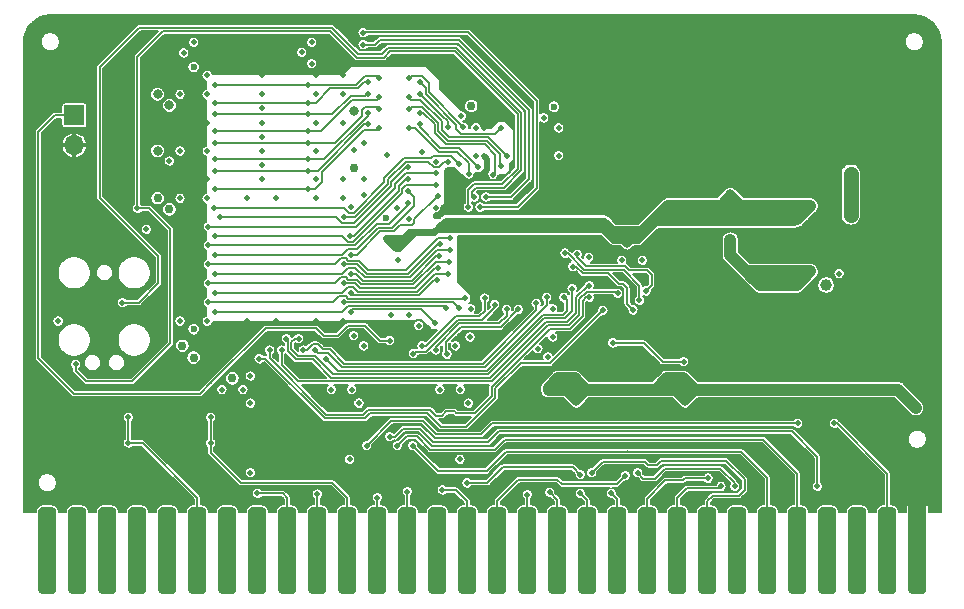
<source format=gbl>
G04 #@! TF.GenerationSoftware,KiCad,Pcbnew,(5.1.5-0-10_14)*
G04 #@! TF.CreationDate,2020-12-25T12:27:55-05:00*
G04 #@! TF.ProjectId,RAM2E,52414d32-452e-46b6-9963-61645f706362,1.3*
G04 #@! TF.SameCoordinates,Original*
G04 #@! TF.FileFunction,Copper,L4,Bot*
G04 #@! TF.FilePolarity,Positive*
%FSLAX46Y46*%
G04 Gerber Fmt 4.6, Leading zero omitted, Abs format (unit mm)*
G04 Created by KiCad (PCBNEW (5.1.5-0-10_14)) date 2020-12-25 12:27:55*
%MOMM*%
%LPD*%
G04 APERTURE LIST*
%ADD10O,1.700000X1.700000*%
%ADD11R,1.700000X1.700000*%
%ADD12C,2.000000*%
%ADD13C,0.100000*%
%ADD14C,0.500000*%
%ADD15C,0.762000*%
%ADD16C,1.000000*%
%ADD17C,0.600000*%
%ADD18C,0.800000*%
%ADD19C,0.508000*%
%ADD20C,0.508000*%
%ADD21C,0.500000*%
%ADD22C,1.000000*%
%ADD23C,1.270000*%
%ADD24C,1.524000*%
%ADD25C,0.150000*%
%ADD26C,0.152400*%
%ADD27C,0.800000*%
%ADD28C,0.600000*%
%ADD29C,0.154000*%
G04 APERTURE END LIST*
D10*
X202946000Y-100965000D03*
D11*
X202946000Y-98425000D03*
D12*
X274320000Y-128397000D03*
G04 #@! TA.AperFunction,SMDPad,CuDef*
D13*
G36*
X201078345Y-131613835D02*
G01*
X201115329Y-131619321D01*
X201151598Y-131628406D01*
X201186802Y-131641002D01*
X201220602Y-131656988D01*
X201252672Y-131676210D01*
X201282704Y-131698483D01*
X201310408Y-131723592D01*
X201335517Y-131751296D01*
X201357790Y-131781328D01*
X201377012Y-131813398D01*
X201392998Y-131847198D01*
X201405594Y-131882402D01*
X201414679Y-131918671D01*
X201420165Y-131955655D01*
X201422000Y-131993000D01*
X201422000Y-138571000D01*
X201420165Y-138608345D01*
X201414679Y-138645329D01*
X201405594Y-138681598D01*
X201392998Y-138716802D01*
X201377012Y-138750602D01*
X201357790Y-138782672D01*
X201335517Y-138812704D01*
X201310408Y-138840408D01*
X201282704Y-138865517D01*
X201252672Y-138887790D01*
X201220602Y-138907012D01*
X201186802Y-138922998D01*
X201151598Y-138935594D01*
X201115329Y-138944679D01*
X201078345Y-138950165D01*
X201041000Y-138952000D01*
X200279000Y-138952000D01*
X200241655Y-138950165D01*
X200204671Y-138944679D01*
X200168402Y-138935594D01*
X200133198Y-138922998D01*
X200099398Y-138907012D01*
X200067328Y-138887790D01*
X200037296Y-138865517D01*
X200009592Y-138840408D01*
X199984483Y-138812704D01*
X199962210Y-138782672D01*
X199942988Y-138750602D01*
X199927002Y-138716802D01*
X199914406Y-138681598D01*
X199905321Y-138645329D01*
X199899835Y-138608345D01*
X199898000Y-138571000D01*
X199898000Y-131993000D01*
X199899835Y-131955655D01*
X199905321Y-131918671D01*
X199914406Y-131882402D01*
X199927002Y-131847198D01*
X199942988Y-131813398D01*
X199962210Y-131781328D01*
X199984483Y-131751296D01*
X200009592Y-131723592D01*
X200037296Y-131698483D01*
X200067328Y-131676210D01*
X200099398Y-131656988D01*
X200133198Y-131641002D01*
X200168402Y-131628406D01*
X200204671Y-131619321D01*
X200241655Y-131613835D01*
X200279000Y-131612000D01*
X201041000Y-131612000D01*
X201078345Y-131613835D01*
G37*
G04 #@! TD.AperFunction*
G04 #@! TA.AperFunction,SMDPad,CuDef*
G36*
X203618345Y-131613835D02*
G01*
X203655329Y-131619321D01*
X203691598Y-131628406D01*
X203726802Y-131641002D01*
X203760602Y-131656988D01*
X203792672Y-131676210D01*
X203822704Y-131698483D01*
X203850408Y-131723592D01*
X203875517Y-131751296D01*
X203897790Y-131781328D01*
X203917012Y-131813398D01*
X203932998Y-131847198D01*
X203945594Y-131882402D01*
X203954679Y-131918671D01*
X203960165Y-131955655D01*
X203962000Y-131993000D01*
X203962000Y-138571000D01*
X203960165Y-138608345D01*
X203954679Y-138645329D01*
X203945594Y-138681598D01*
X203932998Y-138716802D01*
X203917012Y-138750602D01*
X203897790Y-138782672D01*
X203875517Y-138812704D01*
X203850408Y-138840408D01*
X203822704Y-138865517D01*
X203792672Y-138887790D01*
X203760602Y-138907012D01*
X203726802Y-138922998D01*
X203691598Y-138935594D01*
X203655329Y-138944679D01*
X203618345Y-138950165D01*
X203581000Y-138952000D01*
X202819000Y-138952000D01*
X202781655Y-138950165D01*
X202744671Y-138944679D01*
X202708402Y-138935594D01*
X202673198Y-138922998D01*
X202639398Y-138907012D01*
X202607328Y-138887790D01*
X202577296Y-138865517D01*
X202549592Y-138840408D01*
X202524483Y-138812704D01*
X202502210Y-138782672D01*
X202482988Y-138750602D01*
X202467002Y-138716802D01*
X202454406Y-138681598D01*
X202445321Y-138645329D01*
X202439835Y-138608345D01*
X202438000Y-138571000D01*
X202438000Y-131993000D01*
X202439835Y-131955655D01*
X202445321Y-131918671D01*
X202454406Y-131882402D01*
X202467002Y-131847198D01*
X202482988Y-131813398D01*
X202502210Y-131781328D01*
X202524483Y-131751296D01*
X202549592Y-131723592D01*
X202577296Y-131698483D01*
X202607328Y-131676210D01*
X202639398Y-131656988D01*
X202673198Y-131641002D01*
X202708402Y-131628406D01*
X202744671Y-131619321D01*
X202781655Y-131613835D01*
X202819000Y-131612000D01*
X203581000Y-131612000D01*
X203618345Y-131613835D01*
G37*
G04 #@! TD.AperFunction*
G04 #@! TA.AperFunction,SMDPad,CuDef*
G36*
X206158345Y-131613835D02*
G01*
X206195329Y-131619321D01*
X206231598Y-131628406D01*
X206266802Y-131641002D01*
X206300602Y-131656988D01*
X206332672Y-131676210D01*
X206362704Y-131698483D01*
X206390408Y-131723592D01*
X206415517Y-131751296D01*
X206437790Y-131781328D01*
X206457012Y-131813398D01*
X206472998Y-131847198D01*
X206485594Y-131882402D01*
X206494679Y-131918671D01*
X206500165Y-131955655D01*
X206502000Y-131993000D01*
X206502000Y-138571000D01*
X206500165Y-138608345D01*
X206494679Y-138645329D01*
X206485594Y-138681598D01*
X206472998Y-138716802D01*
X206457012Y-138750602D01*
X206437790Y-138782672D01*
X206415517Y-138812704D01*
X206390408Y-138840408D01*
X206362704Y-138865517D01*
X206332672Y-138887790D01*
X206300602Y-138907012D01*
X206266802Y-138922998D01*
X206231598Y-138935594D01*
X206195329Y-138944679D01*
X206158345Y-138950165D01*
X206121000Y-138952000D01*
X205359000Y-138952000D01*
X205321655Y-138950165D01*
X205284671Y-138944679D01*
X205248402Y-138935594D01*
X205213198Y-138922998D01*
X205179398Y-138907012D01*
X205147328Y-138887790D01*
X205117296Y-138865517D01*
X205089592Y-138840408D01*
X205064483Y-138812704D01*
X205042210Y-138782672D01*
X205022988Y-138750602D01*
X205007002Y-138716802D01*
X204994406Y-138681598D01*
X204985321Y-138645329D01*
X204979835Y-138608345D01*
X204978000Y-138571000D01*
X204978000Y-131993000D01*
X204979835Y-131955655D01*
X204985321Y-131918671D01*
X204994406Y-131882402D01*
X205007002Y-131847198D01*
X205022988Y-131813398D01*
X205042210Y-131781328D01*
X205064483Y-131751296D01*
X205089592Y-131723592D01*
X205117296Y-131698483D01*
X205147328Y-131676210D01*
X205179398Y-131656988D01*
X205213198Y-131641002D01*
X205248402Y-131628406D01*
X205284671Y-131619321D01*
X205321655Y-131613835D01*
X205359000Y-131612000D01*
X206121000Y-131612000D01*
X206158345Y-131613835D01*
G37*
G04 #@! TD.AperFunction*
G04 #@! TA.AperFunction,SMDPad,CuDef*
G36*
X208698345Y-131613835D02*
G01*
X208735329Y-131619321D01*
X208771598Y-131628406D01*
X208806802Y-131641002D01*
X208840602Y-131656988D01*
X208872672Y-131676210D01*
X208902704Y-131698483D01*
X208930408Y-131723592D01*
X208955517Y-131751296D01*
X208977790Y-131781328D01*
X208997012Y-131813398D01*
X209012998Y-131847198D01*
X209025594Y-131882402D01*
X209034679Y-131918671D01*
X209040165Y-131955655D01*
X209042000Y-131993000D01*
X209042000Y-138571000D01*
X209040165Y-138608345D01*
X209034679Y-138645329D01*
X209025594Y-138681598D01*
X209012998Y-138716802D01*
X208997012Y-138750602D01*
X208977790Y-138782672D01*
X208955517Y-138812704D01*
X208930408Y-138840408D01*
X208902704Y-138865517D01*
X208872672Y-138887790D01*
X208840602Y-138907012D01*
X208806802Y-138922998D01*
X208771598Y-138935594D01*
X208735329Y-138944679D01*
X208698345Y-138950165D01*
X208661000Y-138952000D01*
X207899000Y-138952000D01*
X207861655Y-138950165D01*
X207824671Y-138944679D01*
X207788402Y-138935594D01*
X207753198Y-138922998D01*
X207719398Y-138907012D01*
X207687328Y-138887790D01*
X207657296Y-138865517D01*
X207629592Y-138840408D01*
X207604483Y-138812704D01*
X207582210Y-138782672D01*
X207562988Y-138750602D01*
X207547002Y-138716802D01*
X207534406Y-138681598D01*
X207525321Y-138645329D01*
X207519835Y-138608345D01*
X207518000Y-138571000D01*
X207518000Y-131993000D01*
X207519835Y-131955655D01*
X207525321Y-131918671D01*
X207534406Y-131882402D01*
X207547002Y-131847198D01*
X207562988Y-131813398D01*
X207582210Y-131781328D01*
X207604483Y-131751296D01*
X207629592Y-131723592D01*
X207657296Y-131698483D01*
X207687328Y-131676210D01*
X207719398Y-131656988D01*
X207753198Y-131641002D01*
X207788402Y-131628406D01*
X207824671Y-131619321D01*
X207861655Y-131613835D01*
X207899000Y-131612000D01*
X208661000Y-131612000D01*
X208698345Y-131613835D01*
G37*
G04 #@! TD.AperFunction*
G04 #@! TA.AperFunction,SMDPad,CuDef*
G36*
X211238345Y-131613835D02*
G01*
X211275329Y-131619321D01*
X211311598Y-131628406D01*
X211346802Y-131641002D01*
X211380602Y-131656988D01*
X211412672Y-131676210D01*
X211442704Y-131698483D01*
X211470408Y-131723592D01*
X211495517Y-131751296D01*
X211517790Y-131781328D01*
X211537012Y-131813398D01*
X211552998Y-131847198D01*
X211565594Y-131882402D01*
X211574679Y-131918671D01*
X211580165Y-131955655D01*
X211582000Y-131993000D01*
X211582000Y-138571000D01*
X211580165Y-138608345D01*
X211574679Y-138645329D01*
X211565594Y-138681598D01*
X211552998Y-138716802D01*
X211537012Y-138750602D01*
X211517790Y-138782672D01*
X211495517Y-138812704D01*
X211470408Y-138840408D01*
X211442704Y-138865517D01*
X211412672Y-138887790D01*
X211380602Y-138907012D01*
X211346802Y-138922998D01*
X211311598Y-138935594D01*
X211275329Y-138944679D01*
X211238345Y-138950165D01*
X211201000Y-138952000D01*
X210439000Y-138952000D01*
X210401655Y-138950165D01*
X210364671Y-138944679D01*
X210328402Y-138935594D01*
X210293198Y-138922998D01*
X210259398Y-138907012D01*
X210227328Y-138887790D01*
X210197296Y-138865517D01*
X210169592Y-138840408D01*
X210144483Y-138812704D01*
X210122210Y-138782672D01*
X210102988Y-138750602D01*
X210087002Y-138716802D01*
X210074406Y-138681598D01*
X210065321Y-138645329D01*
X210059835Y-138608345D01*
X210058000Y-138571000D01*
X210058000Y-131993000D01*
X210059835Y-131955655D01*
X210065321Y-131918671D01*
X210074406Y-131882402D01*
X210087002Y-131847198D01*
X210102988Y-131813398D01*
X210122210Y-131781328D01*
X210144483Y-131751296D01*
X210169592Y-131723592D01*
X210197296Y-131698483D01*
X210227328Y-131676210D01*
X210259398Y-131656988D01*
X210293198Y-131641002D01*
X210328402Y-131628406D01*
X210364671Y-131619321D01*
X210401655Y-131613835D01*
X210439000Y-131612000D01*
X211201000Y-131612000D01*
X211238345Y-131613835D01*
G37*
G04 #@! TD.AperFunction*
G04 #@! TA.AperFunction,SMDPad,CuDef*
G36*
X213778345Y-131613835D02*
G01*
X213815329Y-131619321D01*
X213851598Y-131628406D01*
X213886802Y-131641002D01*
X213920602Y-131656988D01*
X213952672Y-131676210D01*
X213982704Y-131698483D01*
X214010408Y-131723592D01*
X214035517Y-131751296D01*
X214057790Y-131781328D01*
X214077012Y-131813398D01*
X214092998Y-131847198D01*
X214105594Y-131882402D01*
X214114679Y-131918671D01*
X214120165Y-131955655D01*
X214122000Y-131993000D01*
X214122000Y-138571000D01*
X214120165Y-138608345D01*
X214114679Y-138645329D01*
X214105594Y-138681598D01*
X214092998Y-138716802D01*
X214077012Y-138750602D01*
X214057790Y-138782672D01*
X214035517Y-138812704D01*
X214010408Y-138840408D01*
X213982704Y-138865517D01*
X213952672Y-138887790D01*
X213920602Y-138907012D01*
X213886802Y-138922998D01*
X213851598Y-138935594D01*
X213815329Y-138944679D01*
X213778345Y-138950165D01*
X213741000Y-138952000D01*
X212979000Y-138952000D01*
X212941655Y-138950165D01*
X212904671Y-138944679D01*
X212868402Y-138935594D01*
X212833198Y-138922998D01*
X212799398Y-138907012D01*
X212767328Y-138887790D01*
X212737296Y-138865517D01*
X212709592Y-138840408D01*
X212684483Y-138812704D01*
X212662210Y-138782672D01*
X212642988Y-138750602D01*
X212627002Y-138716802D01*
X212614406Y-138681598D01*
X212605321Y-138645329D01*
X212599835Y-138608345D01*
X212598000Y-138571000D01*
X212598000Y-131993000D01*
X212599835Y-131955655D01*
X212605321Y-131918671D01*
X212614406Y-131882402D01*
X212627002Y-131847198D01*
X212642988Y-131813398D01*
X212662210Y-131781328D01*
X212684483Y-131751296D01*
X212709592Y-131723592D01*
X212737296Y-131698483D01*
X212767328Y-131676210D01*
X212799398Y-131656988D01*
X212833198Y-131641002D01*
X212868402Y-131628406D01*
X212904671Y-131619321D01*
X212941655Y-131613835D01*
X212979000Y-131612000D01*
X213741000Y-131612000D01*
X213778345Y-131613835D01*
G37*
G04 #@! TD.AperFunction*
G04 #@! TA.AperFunction,SMDPad,CuDef*
G36*
X216318345Y-131613835D02*
G01*
X216355329Y-131619321D01*
X216391598Y-131628406D01*
X216426802Y-131641002D01*
X216460602Y-131656988D01*
X216492672Y-131676210D01*
X216522704Y-131698483D01*
X216550408Y-131723592D01*
X216575517Y-131751296D01*
X216597790Y-131781328D01*
X216617012Y-131813398D01*
X216632998Y-131847198D01*
X216645594Y-131882402D01*
X216654679Y-131918671D01*
X216660165Y-131955655D01*
X216662000Y-131993000D01*
X216662000Y-138571000D01*
X216660165Y-138608345D01*
X216654679Y-138645329D01*
X216645594Y-138681598D01*
X216632998Y-138716802D01*
X216617012Y-138750602D01*
X216597790Y-138782672D01*
X216575517Y-138812704D01*
X216550408Y-138840408D01*
X216522704Y-138865517D01*
X216492672Y-138887790D01*
X216460602Y-138907012D01*
X216426802Y-138922998D01*
X216391598Y-138935594D01*
X216355329Y-138944679D01*
X216318345Y-138950165D01*
X216281000Y-138952000D01*
X215519000Y-138952000D01*
X215481655Y-138950165D01*
X215444671Y-138944679D01*
X215408402Y-138935594D01*
X215373198Y-138922998D01*
X215339398Y-138907012D01*
X215307328Y-138887790D01*
X215277296Y-138865517D01*
X215249592Y-138840408D01*
X215224483Y-138812704D01*
X215202210Y-138782672D01*
X215182988Y-138750602D01*
X215167002Y-138716802D01*
X215154406Y-138681598D01*
X215145321Y-138645329D01*
X215139835Y-138608345D01*
X215138000Y-138571000D01*
X215138000Y-131993000D01*
X215139835Y-131955655D01*
X215145321Y-131918671D01*
X215154406Y-131882402D01*
X215167002Y-131847198D01*
X215182988Y-131813398D01*
X215202210Y-131781328D01*
X215224483Y-131751296D01*
X215249592Y-131723592D01*
X215277296Y-131698483D01*
X215307328Y-131676210D01*
X215339398Y-131656988D01*
X215373198Y-131641002D01*
X215408402Y-131628406D01*
X215444671Y-131619321D01*
X215481655Y-131613835D01*
X215519000Y-131612000D01*
X216281000Y-131612000D01*
X216318345Y-131613835D01*
G37*
G04 #@! TD.AperFunction*
G04 #@! TA.AperFunction,SMDPad,CuDef*
G36*
X218858345Y-131613835D02*
G01*
X218895329Y-131619321D01*
X218931598Y-131628406D01*
X218966802Y-131641002D01*
X219000602Y-131656988D01*
X219032672Y-131676210D01*
X219062704Y-131698483D01*
X219090408Y-131723592D01*
X219115517Y-131751296D01*
X219137790Y-131781328D01*
X219157012Y-131813398D01*
X219172998Y-131847198D01*
X219185594Y-131882402D01*
X219194679Y-131918671D01*
X219200165Y-131955655D01*
X219202000Y-131993000D01*
X219202000Y-138571000D01*
X219200165Y-138608345D01*
X219194679Y-138645329D01*
X219185594Y-138681598D01*
X219172998Y-138716802D01*
X219157012Y-138750602D01*
X219137790Y-138782672D01*
X219115517Y-138812704D01*
X219090408Y-138840408D01*
X219062704Y-138865517D01*
X219032672Y-138887790D01*
X219000602Y-138907012D01*
X218966802Y-138922998D01*
X218931598Y-138935594D01*
X218895329Y-138944679D01*
X218858345Y-138950165D01*
X218821000Y-138952000D01*
X218059000Y-138952000D01*
X218021655Y-138950165D01*
X217984671Y-138944679D01*
X217948402Y-138935594D01*
X217913198Y-138922998D01*
X217879398Y-138907012D01*
X217847328Y-138887790D01*
X217817296Y-138865517D01*
X217789592Y-138840408D01*
X217764483Y-138812704D01*
X217742210Y-138782672D01*
X217722988Y-138750602D01*
X217707002Y-138716802D01*
X217694406Y-138681598D01*
X217685321Y-138645329D01*
X217679835Y-138608345D01*
X217678000Y-138571000D01*
X217678000Y-131993000D01*
X217679835Y-131955655D01*
X217685321Y-131918671D01*
X217694406Y-131882402D01*
X217707002Y-131847198D01*
X217722988Y-131813398D01*
X217742210Y-131781328D01*
X217764483Y-131751296D01*
X217789592Y-131723592D01*
X217817296Y-131698483D01*
X217847328Y-131676210D01*
X217879398Y-131656988D01*
X217913198Y-131641002D01*
X217948402Y-131628406D01*
X217984671Y-131619321D01*
X218021655Y-131613835D01*
X218059000Y-131612000D01*
X218821000Y-131612000D01*
X218858345Y-131613835D01*
G37*
G04 #@! TD.AperFunction*
G04 #@! TA.AperFunction,SMDPad,CuDef*
G36*
X221398345Y-131613835D02*
G01*
X221435329Y-131619321D01*
X221471598Y-131628406D01*
X221506802Y-131641002D01*
X221540602Y-131656988D01*
X221572672Y-131676210D01*
X221602704Y-131698483D01*
X221630408Y-131723592D01*
X221655517Y-131751296D01*
X221677790Y-131781328D01*
X221697012Y-131813398D01*
X221712998Y-131847198D01*
X221725594Y-131882402D01*
X221734679Y-131918671D01*
X221740165Y-131955655D01*
X221742000Y-131993000D01*
X221742000Y-138571000D01*
X221740165Y-138608345D01*
X221734679Y-138645329D01*
X221725594Y-138681598D01*
X221712998Y-138716802D01*
X221697012Y-138750602D01*
X221677790Y-138782672D01*
X221655517Y-138812704D01*
X221630408Y-138840408D01*
X221602704Y-138865517D01*
X221572672Y-138887790D01*
X221540602Y-138907012D01*
X221506802Y-138922998D01*
X221471598Y-138935594D01*
X221435329Y-138944679D01*
X221398345Y-138950165D01*
X221361000Y-138952000D01*
X220599000Y-138952000D01*
X220561655Y-138950165D01*
X220524671Y-138944679D01*
X220488402Y-138935594D01*
X220453198Y-138922998D01*
X220419398Y-138907012D01*
X220387328Y-138887790D01*
X220357296Y-138865517D01*
X220329592Y-138840408D01*
X220304483Y-138812704D01*
X220282210Y-138782672D01*
X220262988Y-138750602D01*
X220247002Y-138716802D01*
X220234406Y-138681598D01*
X220225321Y-138645329D01*
X220219835Y-138608345D01*
X220218000Y-138571000D01*
X220218000Y-131993000D01*
X220219835Y-131955655D01*
X220225321Y-131918671D01*
X220234406Y-131882402D01*
X220247002Y-131847198D01*
X220262988Y-131813398D01*
X220282210Y-131781328D01*
X220304483Y-131751296D01*
X220329592Y-131723592D01*
X220357296Y-131698483D01*
X220387328Y-131676210D01*
X220419398Y-131656988D01*
X220453198Y-131641002D01*
X220488402Y-131628406D01*
X220524671Y-131619321D01*
X220561655Y-131613835D01*
X220599000Y-131612000D01*
X221361000Y-131612000D01*
X221398345Y-131613835D01*
G37*
G04 #@! TD.AperFunction*
G04 #@! TA.AperFunction,SMDPad,CuDef*
G36*
X223938345Y-131613835D02*
G01*
X223975329Y-131619321D01*
X224011598Y-131628406D01*
X224046802Y-131641002D01*
X224080602Y-131656988D01*
X224112672Y-131676210D01*
X224142704Y-131698483D01*
X224170408Y-131723592D01*
X224195517Y-131751296D01*
X224217790Y-131781328D01*
X224237012Y-131813398D01*
X224252998Y-131847198D01*
X224265594Y-131882402D01*
X224274679Y-131918671D01*
X224280165Y-131955655D01*
X224282000Y-131993000D01*
X224282000Y-138571000D01*
X224280165Y-138608345D01*
X224274679Y-138645329D01*
X224265594Y-138681598D01*
X224252998Y-138716802D01*
X224237012Y-138750602D01*
X224217790Y-138782672D01*
X224195517Y-138812704D01*
X224170408Y-138840408D01*
X224142704Y-138865517D01*
X224112672Y-138887790D01*
X224080602Y-138907012D01*
X224046802Y-138922998D01*
X224011598Y-138935594D01*
X223975329Y-138944679D01*
X223938345Y-138950165D01*
X223901000Y-138952000D01*
X223139000Y-138952000D01*
X223101655Y-138950165D01*
X223064671Y-138944679D01*
X223028402Y-138935594D01*
X222993198Y-138922998D01*
X222959398Y-138907012D01*
X222927328Y-138887790D01*
X222897296Y-138865517D01*
X222869592Y-138840408D01*
X222844483Y-138812704D01*
X222822210Y-138782672D01*
X222802988Y-138750602D01*
X222787002Y-138716802D01*
X222774406Y-138681598D01*
X222765321Y-138645329D01*
X222759835Y-138608345D01*
X222758000Y-138571000D01*
X222758000Y-131993000D01*
X222759835Y-131955655D01*
X222765321Y-131918671D01*
X222774406Y-131882402D01*
X222787002Y-131847198D01*
X222802988Y-131813398D01*
X222822210Y-131781328D01*
X222844483Y-131751296D01*
X222869592Y-131723592D01*
X222897296Y-131698483D01*
X222927328Y-131676210D01*
X222959398Y-131656988D01*
X222993198Y-131641002D01*
X223028402Y-131628406D01*
X223064671Y-131619321D01*
X223101655Y-131613835D01*
X223139000Y-131612000D01*
X223901000Y-131612000D01*
X223938345Y-131613835D01*
G37*
G04 #@! TD.AperFunction*
G04 #@! TA.AperFunction,SMDPad,CuDef*
G36*
X226478345Y-131613835D02*
G01*
X226515329Y-131619321D01*
X226551598Y-131628406D01*
X226586802Y-131641002D01*
X226620602Y-131656988D01*
X226652672Y-131676210D01*
X226682704Y-131698483D01*
X226710408Y-131723592D01*
X226735517Y-131751296D01*
X226757790Y-131781328D01*
X226777012Y-131813398D01*
X226792998Y-131847198D01*
X226805594Y-131882402D01*
X226814679Y-131918671D01*
X226820165Y-131955655D01*
X226822000Y-131993000D01*
X226822000Y-138571000D01*
X226820165Y-138608345D01*
X226814679Y-138645329D01*
X226805594Y-138681598D01*
X226792998Y-138716802D01*
X226777012Y-138750602D01*
X226757790Y-138782672D01*
X226735517Y-138812704D01*
X226710408Y-138840408D01*
X226682704Y-138865517D01*
X226652672Y-138887790D01*
X226620602Y-138907012D01*
X226586802Y-138922998D01*
X226551598Y-138935594D01*
X226515329Y-138944679D01*
X226478345Y-138950165D01*
X226441000Y-138952000D01*
X225679000Y-138952000D01*
X225641655Y-138950165D01*
X225604671Y-138944679D01*
X225568402Y-138935594D01*
X225533198Y-138922998D01*
X225499398Y-138907012D01*
X225467328Y-138887790D01*
X225437296Y-138865517D01*
X225409592Y-138840408D01*
X225384483Y-138812704D01*
X225362210Y-138782672D01*
X225342988Y-138750602D01*
X225327002Y-138716802D01*
X225314406Y-138681598D01*
X225305321Y-138645329D01*
X225299835Y-138608345D01*
X225298000Y-138571000D01*
X225298000Y-131993000D01*
X225299835Y-131955655D01*
X225305321Y-131918671D01*
X225314406Y-131882402D01*
X225327002Y-131847198D01*
X225342988Y-131813398D01*
X225362210Y-131781328D01*
X225384483Y-131751296D01*
X225409592Y-131723592D01*
X225437296Y-131698483D01*
X225467328Y-131676210D01*
X225499398Y-131656988D01*
X225533198Y-131641002D01*
X225568402Y-131628406D01*
X225604671Y-131619321D01*
X225641655Y-131613835D01*
X225679000Y-131612000D01*
X226441000Y-131612000D01*
X226478345Y-131613835D01*
G37*
G04 #@! TD.AperFunction*
G04 #@! TA.AperFunction,SMDPad,CuDef*
G36*
X229018345Y-131613835D02*
G01*
X229055329Y-131619321D01*
X229091598Y-131628406D01*
X229126802Y-131641002D01*
X229160602Y-131656988D01*
X229192672Y-131676210D01*
X229222704Y-131698483D01*
X229250408Y-131723592D01*
X229275517Y-131751296D01*
X229297790Y-131781328D01*
X229317012Y-131813398D01*
X229332998Y-131847198D01*
X229345594Y-131882402D01*
X229354679Y-131918671D01*
X229360165Y-131955655D01*
X229362000Y-131993000D01*
X229362000Y-138571000D01*
X229360165Y-138608345D01*
X229354679Y-138645329D01*
X229345594Y-138681598D01*
X229332998Y-138716802D01*
X229317012Y-138750602D01*
X229297790Y-138782672D01*
X229275517Y-138812704D01*
X229250408Y-138840408D01*
X229222704Y-138865517D01*
X229192672Y-138887790D01*
X229160602Y-138907012D01*
X229126802Y-138922998D01*
X229091598Y-138935594D01*
X229055329Y-138944679D01*
X229018345Y-138950165D01*
X228981000Y-138952000D01*
X228219000Y-138952000D01*
X228181655Y-138950165D01*
X228144671Y-138944679D01*
X228108402Y-138935594D01*
X228073198Y-138922998D01*
X228039398Y-138907012D01*
X228007328Y-138887790D01*
X227977296Y-138865517D01*
X227949592Y-138840408D01*
X227924483Y-138812704D01*
X227902210Y-138782672D01*
X227882988Y-138750602D01*
X227867002Y-138716802D01*
X227854406Y-138681598D01*
X227845321Y-138645329D01*
X227839835Y-138608345D01*
X227838000Y-138571000D01*
X227838000Y-131993000D01*
X227839835Y-131955655D01*
X227845321Y-131918671D01*
X227854406Y-131882402D01*
X227867002Y-131847198D01*
X227882988Y-131813398D01*
X227902210Y-131781328D01*
X227924483Y-131751296D01*
X227949592Y-131723592D01*
X227977296Y-131698483D01*
X228007328Y-131676210D01*
X228039398Y-131656988D01*
X228073198Y-131641002D01*
X228108402Y-131628406D01*
X228144671Y-131619321D01*
X228181655Y-131613835D01*
X228219000Y-131612000D01*
X228981000Y-131612000D01*
X229018345Y-131613835D01*
G37*
G04 #@! TD.AperFunction*
G04 #@! TA.AperFunction,SMDPad,CuDef*
G36*
X231558345Y-131613835D02*
G01*
X231595329Y-131619321D01*
X231631598Y-131628406D01*
X231666802Y-131641002D01*
X231700602Y-131656988D01*
X231732672Y-131676210D01*
X231762704Y-131698483D01*
X231790408Y-131723592D01*
X231815517Y-131751296D01*
X231837790Y-131781328D01*
X231857012Y-131813398D01*
X231872998Y-131847198D01*
X231885594Y-131882402D01*
X231894679Y-131918671D01*
X231900165Y-131955655D01*
X231902000Y-131993000D01*
X231902000Y-138571000D01*
X231900165Y-138608345D01*
X231894679Y-138645329D01*
X231885594Y-138681598D01*
X231872998Y-138716802D01*
X231857012Y-138750602D01*
X231837790Y-138782672D01*
X231815517Y-138812704D01*
X231790408Y-138840408D01*
X231762704Y-138865517D01*
X231732672Y-138887790D01*
X231700602Y-138907012D01*
X231666802Y-138922998D01*
X231631598Y-138935594D01*
X231595329Y-138944679D01*
X231558345Y-138950165D01*
X231521000Y-138952000D01*
X230759000Y-138952000D01*
X230721655Y-138950165D01*
X230684671Y-138944679D01*
X230648402Y-138935594D01*
X230613198Y-138922998D01*
X230579398Y-138907012D01*
X230547328Y-138887790D01*
X230517296Y-138865517D01*
X230489592Y-138840408D01*
X230464483Y-138812704D01*
X230442210Y-138782672D01*
X230422988Y-138750602D01*
X230407002Y-138716802D01*
X230394406Y-138681598D01*
X230385321Y-138645329D01*
X230379835Y-138608345D01*
X230378000Y-138571000D01*
X230378000Y-131993000D01*
X230379835Y-131955655D01*
X230385321Y-131918671D01*
X230394406Y-131882402D01*
X230407002Y-131847198D01*
X230422988Y-131813398D01*
X230442210Y-131781328D01*
X230464483Y-131751296D01*
X230489592Y-131723592D01*
X230517296Y-131698483D01*
X230547328Y-131676210D01*
X230579398Y-131656988D01*
X230613198Y-131641002D01*
X230648402Y-131628406D01*
X230684671Y-131619321D01*
X230721655Y-131613835D01*
X230759000Y-131612000D01*
X231521000Y-131612000D01*
X231558345Y-131613835D01*
G37*
G04 #@! TD.AperFunction*
G04 #@! TA.AperFunction,SMDPad,CuDef*
G36*
X234098345Y-131613835D02*
G01*
X234135329Y-131619321D01*
X234171598Y-131628406D01*
X234206802Y-131641002D01*
X234240602Y-131656988D01*
X234272672Y-131676210D01*
X234302704Y-131698483D01*
X234330408Y-131723592D01*
X234355517Y-131751296D01*
X234377790Y-131781328D01*
X234397012Y-131813398D01*
X234412998Y-131847198D01*
X234425594Y-131882402D01*
X234434679Y-131918671D01*
X234440165Y-131955655D01*
X234442000Y-131993000D01*
X234442000Y-138571000D01*
X234440165Y-138608345D01*
X234434679Y-138645329D01*
X234425594Y-138681598D01*
X234412998Y-138716802D01*
X234397012Y-138750602D01*
X234377790Y-138782672D01*
X234355517Y-138812704D01*
X234330408Y-138840408D01*
X234302704Y-138865517D01*
X234272672Y-138887790D01*
X234240602Y-138907012D01*
X234206802Y-138922998D01*
X234171598Y-138935594D01*
X234135329Y-138944679D01*
X234098345Y-138950165D01*
X234061000Y-138952000D01*
X233299000Y-138952000D01*
X233261655Y-138950165D01*
X233224671Y-138944679D01*
X233188402Y-138935594D01*
X233153198Y-138922998D01*
X233119398Y-138907012D01*
X233087328Y-138887790D01*
X233057296Y-138865517D01*
X233029592Y-138840408D01*
X233004483Y-138812704D01*
X232982210Y-138782672D01*
X232962988Y-138750602D01*
X232947002Y-138716802D01*
X232934406Y-138681598D01*
X232925321Y-138645329D01*
X232919835Y-138608345D01*
X232918000Y-138571000D01*
X232918000Y-131993000D01*
X232919835Y-131955655D01*
X232925321Y-131918671D01*
X232934406Y-131882402D01*
X232947002Y-131847198D01*
X232962988Y-131813398D01*
X232982210Y-131781328D01*
X233004483Y-131751296D01*
X233029592Y-131723592D01*
X233057296Y-131698483D01*
X233087328Y-131676210D01*
X233119398Y-131656988D01*
X233153198Y-131641002D01*
X233188402Y-131628406D01*
X233224671Y-131619321D01*
X233261655Y-131613835D01*
X233299000Y-131612000D01*
X234061000Y-131612000D01*
X234098345Y-131613835D01*
G37*
G04 #@! TD.AperFunction*
G04 #@! TA.AperFunction,SMDPad,CuDef*
G36*
X236638345Y-131613835D02*
G01*
X236675329Y-131619321D01*
X236711598Y-131628406D01*
X236746802Y-131641002D01*
X236780602Y-131656988D01*
X236812672Y-131676210D01*
X236842704Y-131698483D01*
X236870408Y-131723592D01*
X236895517Y-131751296D01*
X236917790Y-131781328D01*
X236937012Y-131813398D01*
X236952998Y-131847198D01*
X236965594Y-131882402D01*
X236974679Y-131918671D01*
X236980165Y-131955655D01*
X236982000Y-131993000D01*
X236982000Y-138571000D01*
X236980165Y-138608345D01*
X236974679Y-138645329D01*
X236965594Y-138681598D01*
X236952998Y-138716802D01*
X236937012Y-138750602D01*
X236917790Y-138782672D01*
X236895517Y-138812704D01*
X236870408Y-138840408D01*
X236842704Y-138865517D01*
X236812672Y-138887790D01*
X236780602Y-138907012D01*
X236746802Y-138922998D01*
X236711598Y-138935594D01*
X236675329Y-138944679D01*
X236638345Y-138950165D01*
X236601000Y-138952000D01*
X235839000Y-138952000D01*
X235801655Y-138950165D01*
X235764671Y-138944679D01*
X235728402Y-138935594D01*
X235693198Y-138922998D01*
X235659398Y-138907012D01*
X235627328Y-138887790D01*
X235597296Y-138865517D01*
X235569592Y-138840408D01*
X235544483Y-138812704D01*
X235522210Y-138782672D01*
X235502988Y-138750602D01*
X235487002Y-138716802D01*
X235474406Y-138681598D01*
X235465321Y-138645329D01*
X235459835Y-138608345D01*
X235458000Y-138571000D01*
X235458000Y-131993000D01*
X235459835Y-131955655D01*
X235465321Y-131918671D01*
X235474406Y-131882402D01*
X235487002Y-131847198D01*
X235502988Y-131813398D01*
X235522210Y-131781328D01*
X235544483Y-131751296D01*
X235569592Y-131723592D01*
X235597296Y-131698483D01*
X235627328Y-131676210D01*
X235659398Y-131656988D01*
X235693198Y-131641002D01*
X235728402Y-131628406D01*
X235764671Y-131619321D01*
X235801655Y-131613835D01*
X235839000Y-131612000D01*
X236601000Y-131612000D01*
X236638345Y-131613835D01*
G37*
G04 #@! TD.AperFunction*
G04 #@! TA.AperFunction,SMDPad,CuDef*
G36*
X239178345Y-131613835D02*
G01*
X239215329Y-131619321D01*
X239251598Y-131628406D01*
X239286802Y-131641002D01*
X239320602Y-131656988D01*
X239352672Y-131676210D01*
X239382704Y-131698483D01*
X239410408Y-131723592D01*
X239435517Y-131751296D01*
X239457790Y-131781328D01*
X239477012Y-131813398D01*
X239492998Y-131847198D01*
X239505594Y-131882402D01*
X239514679Y-131918671D01*
X239520165Y-131955655D01*
X239522000Y-131993000D01*
X239522000Y-138571000D01*
X239520165Y-138608345D01*
X239514679Y-138645329D01*
X239505594Y-138681598D01*
X239492998Y-138716802D01*
X239477012Y-138750602D01*
X239457790Y-138782672D01*
X239435517Y-138812704D01*
X239410408Y-138840408D01*
X239382704Y-138865517D01*
X239352672Y-138887790D01*
X239320602Y-138907012D01*
X239286802Y-138922998D01*
X239251598Y-138935594D01*
X239215329Y-138944679D01*
X239178345Y-138950165D01*
X239141000Y-138952000D01*
X238379000Y-138952000D01*
X238341655Y-138950165D01*
X238304671Y-138944679D01*
X238268402Y-138935594D01*
X238233198Y-138922998D01*
X238199398Y-138907012D01*
X238167328Y-138887790D01*
X238137296Y-138865517D01*
X238109592Y-138840408D01*
X238084483Y-138812704D01*
X238062210Y-138782672D01*
X238042988Y-138750602D01*
X238027002Y-138716802D01*
X238014406Y-138681598D01*
X238005321Y-138645329D01*
X237999835Y-138608345D01*
X237998000Y-138571000D01*
X237998000Y-131993000D01*
X237999835Y-131955655D01*
X238005321Y-131918671D01*
X238014406Y-131882402D01*
X238027002Y-131847198D01*
X238042988Y-131813398D01*
X238062210Y-131781328D01*
X238084483Y-131751296D01*
X238109592Y-131723592D01*
X238137296Y-131698483D01*
X238167328Y-131676210D01*
X238199398Y-131656988D01*
X238233198Y-131641002D01*
X238268402Y-131628406D01*
X238304671Y-131619321D01*
X238341655Y-131613835D01*
X238379000Y-131612000D01*
X239141000Y-131612000D01*
X239178345Y-131613835D01*
G37*
G04 #@! TD.AperFunction*
G04 #@! TA.AperFunction,SMDPad,CuDef*
G36*
X241718345Y-131613835D02*
G01*
X241755329Y-131619321D01*
X241791598Y-131628406D01*
X241826802Y-131641002D01*
X241860602Y-131656988D01*
X241892672Y-131676210D01*
X241922704Y-131698483D01*
X241950408Y-131723592D01*
X241975517Y-131751296D01*
X241997790Y-131781328D01*
X242017012Y-131813398D01*
X242032998Y-131847198D01*
X242045594Y-131882402D01*
X242054679Y-131918671D01*
X242060165Y-131955655D01*
X242062000Y-131993000D01*
X242062000Y-138571000D01*
X242060165Y-138608345D01*
X242054679Y-138645329D01*
X242045594Y-138681598D01*
X242032998Y-138716802D01*
X242017012Y-138750602D01*
X241997790Y-138782672D01*
X241975517Y-138812704D01*
X241950408Y-138840408D01*
X241922704Y-138865517D01*
X241892672Y-138887790D01*
X241860602Y-138907012D01*
X241826802Y-138922998D01*
X241791598Y-138935594D01*
X241755329Y-138944679D01*
X241718345Y-138950165D01*
X241681000Y-138952000D01*
X240919000Y-138952000D01*
X240881655Y-138950165D01*
X240844671Y-138944679D01*
X240808402Y-138935594D01*
X240773198Y-138922998D01*
X240739398Y-138907012D01*
X240707328Y-138887790D01*
X240677296Y-138865517D01*
X240649592Y-138840408D01*
X240624483Y-138812704D01*
X240602210Y-138782672D01*
X240582988Y-138750602D01*
X240567002Y-138716802D01*
X240554406Y-138681598D01*
X240545321Y-138645329D01*
X240539835Y-138608345D01*
X240538000Y-138571000D01*
X240538000Y-131993000D01*
X240539835Y-131955655D01*
X240545321Y-131918671D01*
X240554406Y-131882402D01*
X240567002Y-131847198D01*
X240582988Y-131813398D01*
X240602210Y-131781328D01*
X240624483Y-131751296D01*
X240649592Y-131723592D01*
X240677296Y-131698483D01*
X240707328Y-131676210D01*
X240739398Y-131656988D01*
X240773198Y-131641002D01*
X240808402Y-131628406D01*
X240844671Y-131619321D01*
X240881655Y-131613835D01*
X240919000Y-131612000D01*
X241681000Y-131612000D01*
X241718345Y-131613835D01*
G37*
G04 #@! TD.AperFunction*
G04 #@! TA.AperFunction,SMDPad,CuDef*
G36*
X244258345Y-131613835D02*
G01*
X244295329Y-131619321D01*
X244331598Y-131628406D01*
X244366802Y-131641002D01*
X244400602Y-131656988D01*
X244432672Y-131676210D01*
X244462704Y-131698483D01*
X244490408Y-131723592D01*
X244515517Y-131751296D01*
X244537790Y-131781328D01*
X244557012Y-131813398D01*
X244572998Y-131847198D01*
X244585594Y-131882402D01*
X244594679Y-131918671D01*
X244600165Y-131955655D01*
X244602000Y-131993000D01*
X244602000Y-138571000D01*
X244600165Y-138608345D01*
X244594679Y-138645329D01*
X244585594Y-138681598D01*
X244572998Y-138716802D01*
X244557012Y-138750602D01*
X244537790Y-138782672D01*
X244515517Y-138812704D01*
X244490408Y-138840408D01*
X244462704Y-138865517D01*
X244432672Y-138887790D01*
X244400602Y-138907012D01*
X244366802Y-138922998D01*
X244331598Y-138935594D01*
X244295329Y-138944679D01*
X244258345Y-138950165D01*
X244221000Y-138952000D01*
X243459000Y-138952000D01*
X243421655Y-138950165D01*
X243384671Y-138944679D01*
X243348402Y-138935594D01*
X243313198Y-138922998D01*
X243279398Y-138907012D01*
X243247328Y-138887790D01*
X243217296Y-138865517D01*
X243189592Y-138840408D01*
X243164483Y-138812704D01*
X243142210Y-138782672D01*
X243122988Y-138750602D01*
X243107002Y-138716802D01*
X243094406Y-138681598D01*
X243085321Y-138645329D01*
X243079835Y-138608345D01*
X243078000Y-138571000D01*
X243078000Y-131993000D01*
X243079835Y-131955655D01*
X243085321Y-131918671D01*
X243094406Y-131882402D01*
X243107002Y-131847198D01*
X243122988Y-131813398D01*
X243142210Y-131781328D01*
X243164483Y-131751296D01*
X243189592Y-131723592D01*
X243217296Y-131698483D01*
X243247328Y-131676210D01*
X243279398Y-131656988D01*
X243313198Y-131641002D01*
X243348402Y-131628406D01*
X243384671Y-131619321D01*
X243421655Y-131613835D01*
X243459000Y-131612000D01*
X244221000Y-131612000D01*
X244258345Y-131613835D01*
G37*
G04 #@! TD.AperFunction*
G04 #@! TA.AperFunction,SMDPad,CuDef*
G36*
X246798345Y-131613835D02*
G01*
X246835329Y-131619321D01*
X246871598Y-131628406D01*
X246906802Y-131641002D01*
X246940602Y-131656988D01*
X246972672Y-131676210D01*
X247002704Y-131698483D01*
X247030408Y-131723592D01*
X247055517Y-131751296D01*
X247077790Y-131781328D01*
X247097012Y-131813398D01*
X247112998Y-131847198D01*
X247125594Y-131882402D01*
X247134679Y-131918671D01*
X247140165Y-131955655D01*
X247142000Y-131993000D01*
X247142000Y-138571000D01*
X247140165Y-138608345D01*
X247134679Y-138645329D01*
X247125594Y-138681598D01*
X247112998Y-138716802D01*
X247097012Y-138750602D01*
X247077790Y-138782672D01*
X247055517Y-138812704D01*
X247030408Y-138840408D01*
X247002704Y-138865517D01*
X246972672Y-138887790D01*
X246940602Y-138907012D01*
X246906802Y-138922998D01*
X246871598Y-138935594D01*
X246835329Y-138944679D01*
X246798345Y-138950165D01*
X246761000Y-138952000D01*
X245999000Y-138952000D01*
X245961655Y-138950165D01*
X245924671Y-138944679D01*
X245888402Y-138935594D01*
X245853198Y-138922998D01*
X245819398Y-138907012D01*
X245787328Y-138887790D01*
X245757296Y-138865517D01*
X245729592Y-138840408D01*
X245704483Y-138812704D01*
X245682210Y-138782672D01*
X245662988Y-138750602D01*
X245647002Y-138716802D01*
X245634406Y-138681598D01*
X245625321Y-138645329D01*
X245619835Y-138608345D01*
X245618000Y-138571000D01*
X245618000Y-131993000D01*
X245619835Y-131955655D01*
X245625321Y-131918671D01*
X245634406Y-131882402D01*
X245647002Y-131847198D01*
X245662988Y-131813398D01*
X245682210Y-131781328D01*
X245704483Y-131751296D01*
X245729592Y-131723592D01*
X245757296Y-131698483D01*
X245787328Y-131676210D01*
X245819398Y-131656988D01*
X245853198Y-131641002D01*
X245888402Y-131628406D01*
X245924671Y-131619321D01*
X245961655Y-131613835D01*
X245999000Y-131612000D01*
X246761000Y-131612000D01*
X246798345Y-131613835D01*
G37*
G04 #@! TD.AperFunction*
G04 #@! TA.AperFunction,SMDPad,CuDef*
G36*
X249338345Y-131613835D02*
G01*
X249375329Y-131619321D01*
X249411598Y-131628406D01*
X249446802Y-131641002D01*
X249480602Y-131656988D01*
X249512672Y-131676210D01*
X249542704Y-131698483D01*
X249570408Y-131723592D01*
X249595517Y-131751296D01*
X249617790Y-131781328D01*
X249637012Y-131813398D01*
X249652998Y-131847198D01*
X249665594Y-131882402D01*
X249674679Y-131918671D01*
X249680165Y-131955655D01*
X249682000Y-131993000D01*
X249682000Y-138571000D01*
X249680165Y-138608345D01*
X249674679Y-138645329D01*
X249665594Y-138681598D01*
X249652998Y-138716802D01*
X249637012Y-138750602D01*
X249617790Y-138782672D01*
X249595517Y-138812704D01*
X249570408Y-138840408D01*
X249542704Y-138865517D01*
X249512672Y-138887790D01*
X249480602Y-138907012D01*
X249446802Y-138922998D01*
X249411598Y-138935594D01*
X249375329Y-138944679D01*
X249338345Y-138950165D01*
X249301000Y-138952000D01*
X248539000Y-138952000D01*
X248501655Y-138950165D01*
X248464671Y-138944679D01*
X248428402Y-138935594D01*
X248393198Y-138922998D01*
X248359398Y-138907012D01*
X248327328Y-138887790D01*
X248297296Y-138865517D01*
X248269592Y-138840408D01*
X248244483Y-138812704D01*
X248222210Y-138782672D01*
X248202988Y-138750602D01*
X248187002Y-138716802D01*
X248174406Y-138681598D01*
X248165321Y-138645329D01*
X248159835Y-138608345D01*
X248158000Y-138571000D01*
X248158000Y-131993000D01*
X248159835Y-131955655D01*
X248165321Y-131918671D01*
X248174406Y-131882402D01*
X248187002Y-131847198D01*
X248202988Y-131813398D01*
X248222210Y-131781328D01*
X248244483Y-131751296D01*
X248269592Y-131723592D01*
X248297296Y-131698483D01*
X248327328Y-131676210D01*
X248359398Y-131656988D01*
X248393198Y-131641002D01*
X248428402Y-131628406D01*
X248464671Y-131619321D01*
X248501655Y-131613835D01*
X248539000Y-131612000D01*
X249301000Y-131612000D01*
X249338345Y-131613835D01*
G37*
G04 #@! TD.AperFunction*
G04 #@! TA.AperFunction,SMDPad,CuDef*
G36*
X251878345Y-131613835D02*
G01*
X251915329Y-131619321D01*
X251951598Y-131628406D01*
X251986802Y-131641002D01*
X252020602Y-131656988D01*
X252052672Y-131676210D01*
X252082704Y-131698483D01*
X252110408Y-131723592D01*
X252135517Y-131751296D01*
X252157790Y-131781328D01*
X252177012Y-131813398D01*
X252192998Y-131847198D01*
X252205594Y-131882402D01*
X252214679Y-131918671D01*
X252220165Y-131955655D01*
X252222000Y-131993000D01*
X252222000Y-138571000D01*
X252220165Y-138608345D01*
X252214679Y-138645329D01*
X252205594Y-138681598D01*
X252192998Y-138716802D01*
X252177012Y-138750602D01*
X252157790Y-138782672D01*
X252135517Y-138812704D01*
X252110408Y-138840408D01*
X252082704Y-138865517D01*
X252052672Y-138887790D01*
X252020602Y-138907012D01*
X251986802Y-138922998D01*
X251951598Y-138935594D01*
X251915329Y-138944679D01*
X251878345Y-138950165D01*
X251841000Y-138952000D01*
X251079000Y-138952000D01*
X251041655Y-138950165D01*
X251004671Y-138944679D01*
X250968402Y-138935594D01*
X250933198Y-138922998D01*
X250899398Y-138907012D01*
X250867328Y-138887790D01*
X250837296Y-138865517D01*
X250809592Y-138840408D01*
X250784483Y-138812704D01*
X250762210Y-138782672D01*
X250742988Y-138750602D01*
X250727002Y-138716802D01*
X250714406Y-138681598D01*
X250705321Y-138645329D01*
X250699835Y-138608345D01*
X250698000Y-138571000D01*
X250698000Y-131993000D01*
X250699835Y-131955655D01*
X250705321Y-131918671D01*
X250714406Y-131882402D01*
X250727002Y-131847198D01*
X250742988Y-131813398D01*
X250762210Y-131781328D01*
X250784483Y-131751296D01*
X250809592Y-131723592D01*
X250837296Y-131698483D01*
X250867328Y-131676210D01*
X250899398Y-131656988D01*
X250933198Y-131641002D01*
X250968402Y-131628406D01*
X251004671Y-131619321D01*
X251041655Y-131613835D01*
X251079000Y-131612000D01*
X251841000Y-131612000D01*
X251878345Y-131613835D01*
G37*
G04 #@! TD.AperFunction*
G04 #@! TA.AperFunction,SMDPad,CuDef*
G36*
X254418345Y-131613835D02*
G01*
X254455329Y-131619321D01*
X254491598Y-131628406D01*
X254526802Y-131641002D01*
X254560602Y-131656988D01*
X254592672Y-131676210D01*
X254622704Y-131698483D01*
X254650408Y-131723592D01*
X254675517Y-131751296D01*
X254697790Y-131781328D01*
X254717012Y-131813398D01*
X254732998Y-131847198D01*
X254745594Y-131882402D01*
X254754679Y-131918671D01*
X254760165Y-131955655D01*
X254762000Y-131993000D01*
X254762000Y-138571000D01*
X254760165Y-138608345D01*
X254754679Y-138645329D01*
X254745594Y-138681598D01*
X254732998Y-138716802D01*
X254717012Y-138750602D01*
X254697790Y-138782672D01*
X254675517Y-138812704D01*
X254650408Y-138840408D01*
X254622704Y-138865517D01*
X254592672Y-138887790D01*
X254560602Y-138907012D01*
X254526802Y-138922998D01*
X254491598Y-138935594D01*
X254455329Y-138944679D01*
X254418345Y-138950165D01*
X254381000Y-138952000D01*
X253619000Y-138952000D01*
X253581655Y-138950165D01*
X253544671Y-138944679D01*
X253508402Y-138935594D01*
X253473198Y-138922998D01*
X253439398Y-138907012D01*
X253407328Y-138887790D01*
X253377296Y-138865517D01*
X253349592Y-138840408D01*
X253324483Y-138812704D01*
X253302210Y-138782672D01*
X253282988Y-138750602D01*
X253267002Y-138716802D01*
X253254406Y-138681598D01*
X253245321Y-138645329D01*
X253239835Y-138608345D01*
X253238000Y-138571000D01*
X253238000Y-131993000D01*
X253239835Y-131955655D01*
X253245321Y-131918671D01*
X253254406Y-131882402D01*
X253267002Y-131847198D01*
X253282988Y-131813398D01*
X253302210Y-131781328D01*
X253324483Y-131751296D01*
X253349592Y-131723592D01*
X253377296Y-131698483D01*
X253407328Y-131676210D01*
X253439398Y-131656988D01*
X253473198Y-131641002D01*
X253508402Y-131628406D01*
X253544671Y-131619321D01*
X253581655Y-131613835D01*
X253619000Y-131612000D01*
X254381000Y-131612000D01*
X254418345Y-131613835D01*
G37*
G04 #@! TD.AperFunction*
G04 #@! TA.AperFunction,SMDPad,CuDef*
G36*
X256958345Y-131613835D02*
G01*
X256995329Y-131619321D01*
X257031598Y-131628406D01*
X257066802Y-131641002D01*
X257100602Y-131656988D01*
X257132672Y-131676210D01*
X257162704Y-131698483D01*
X257190408Y-131723592D01*
X257215517Y-131751296D01*
X257237790Y-131781328D01*
X257257012Y-131813398D01*
X257272998Y-131847198D01*
X257285594Y-131882402D01*
X257294679Y-131918671D01*
X257300165Y-131955655D01*
X257302000Y-131993000D01*
X257302000Y-138571000D01*
X257300165Y-138608345D01*
X257294679Y-138645329D01*
X257285594Y-138681598D01*
X257272998Y-138716802D01*
X257257012Y-138750602D01*
X257237790Y-138782672D01*
X257215517Y-138812704D01*
X257190408Y-138840408D01*
X257162704Y-138865517D01*
X257132672Y-138887790D01*
X257100602Y-138907012D01*
X257066802Y-138922998D01*
X257031598Y-138935594D01*
X256995329Y-138944679D01*
X256958345Y-138950165D01*
X256921000Y-138952000D01*
X256159000Y-138952000D01*
X256121655Y-138950165D01*
X256084671Y-138944679D01*
X256048402Y-138935594D01*
X256013198Y-138922998D01*
X255979398Y-138907012D01*
X255947328Y-138887790D01*
X255917296Y-138865517D01*
X255889592Y-138840408D01*
X255864483Y-138812704D01*
X255842210Y-138782672D01*
X255822988Y-138750602D01*
X255807002Y-138716802D01*
X255794406Y-138681598D01*
X255785321Y-138645329D01*
X255779835Y-138608345D01*
X255778000Y-138571000D01*
X255778000Y-131993000D01*
X255779835Y-131955655D01*
X255785321Y-131918671D01*
X255794406Y-131882402D01*
X255807002Y-131847198D01*
X255822988Y-131813398D01*
X255842210Y-131781328D01*
X255864483Y-131751296D01*
X255889592Y-131723592D01*
X255917296Y-131698483D01*
X255947328Y-131676210D01*
X255979398Y-131656988D01*
X256013198Y-131641002D01*
X256048402Y-131628406D01*
X256084671Y-131619321D01*
X256121655Y-131613835D01*
X256159000Y-131612000D01*
X256921000Y-131612000D01*
X256958345Y-131613835D01*
G37*
G04 #@! TD.AperFunction*
G04 #@! TA.AperFunction,SMDPad,CuDef*
G36*
X259498345Y-131613835D02*
G01*
X259535329Y-131619321D01*
X259571598Y-131628406D01*
X259606802Y-131641002D01*
X259640602Y-131656988D01*
X259672672Y-131676210D01*
X259702704Y-131698483D01*
X259730408Y-131723592D01*
X259755517Y-131751296D01*
X259777790Y-131781328D01*
X259797012Y-131813398D01*
X259812998Y-131847198D01*
X259825594Y-131882402D01*
X259834679Y-131918671D01*
X259840165Y-131955655D01*
X259842000Y-131993000D01*
X259842000Y-138571000D01*
X259840165Y-138608345D01*
X259834679Y-138645329D01*
X259825594Y-138681598D01*
X259812998Y-138716802D01*
X259797012Y-138750602D01*
X259777790Y-138782672D01*
X259755517Y-138812704D01*
X259730408Y-138840408D01*
X259702704Y-138865517D01*
X259672672Y-138887790D01*
X259640602Y-138907012D01*
X259606802Y-138922998D01*
X259571598Y-138935594D01*
X259535329Y-138944679D01*
X259498345Y-138950165D01*
X259461000Y-138952000D01*
X258699000Y-138952000D01*
X258661655Y-138950165D01*
X258624671Y-138944679D01*
X258588402Y-138935594D01*
X258553198Y-138922998D01*
X258519398Y-138907012D01*
X258487328Y-138887790D01*
X258457296Y-138865517D01*
X258429592Y-138840408D01*
X258404483Y-138812704D01*
X258382210Y-138782672D01*
X258362988Y-138750602D01*
X258347002Y-138716802D01*
X258334406Y-138681598D01*
X258325321Y-138645329D01*
X258319835Y-138608345D01*
X258318000Y-138571000D01*
X258318000Y-131993000D01*
X258319835Y-131955655D01*
X258325321Y-131918671D01*
X258334406Y-131882402D01*
X258347002Y-131847198D01*
X258362988Y-131813398D01*
X258382210Y-131781328D01*
X258404483Y-131751296D01*
X258429592Y-131723592D01*
X258457296Y-131698483D01*
X258487328Y-131676210D01*
X258519398Y-131656988D01*
X258553198Y-131641002D01*
X258588402Y-131628406D01*
X258624671Y-131619321D01*
X258661655Y-131613835D01*
X258699000Y-131612000D01*
X259461000Y-131612000D01*
X259498345Y-131613835D01*
G37*
G04 #@! TD.AperFunction*
G04 #@! TA.AperFunction,SMDPad,CuDef*
G36*
X262038345Y-131613835D02*
G01*
X262075329Y-131619321D01*
X262111598Y-131628406D01*
X262146802Y-131641002D01*
X262180602Y-131656988D01*
X262212672Y-131676210D01*
X262242704Y-131698483D01*
X262270408Y-131723592D01*
X262295517Y-131751296D01*
X262317790Y-131781328D01*
X262337012Y-131813398D01*
X262352998Y-131847198D01*
X262365594Y-131882402D01*
X262374679Y-131918671D01*
X262380165Y-131955655D01*
X262382000Y-131993000D01*
X262382000Y-138571000D01*
X262380165Y-138608345D01*
X262374679Y-138645329D01*
X262365594Y-138681598D01*
X262352998Y-138716802D01*
X262337012Y-138750602D01*
X262317790Y-138782672D01*
X262295517Y-138812704D01*
X262270408Y-138840408D01*
X262242704Y-138865517D01*
X262212672Y-138887790D01*
X262180602Y-138907012D01*
X262146802Y-138922998D01*
X262111598Y-138935594D01*
X262075329Y-138944679D01*
X262038345Y-138950165D01*
X262001000Y-138952000D01*
X261239000Y-138952000D01*
X261201655Y-138950165D01*
X261164671Y-138944679D01*
X261128402Y-138935594D01*
X261093198Y-138922998D01*
X261059398Y-138907012D01*
X261027328Y-138887790D01*
X260997296Y-138865517D01*
X260969592Y-138840408D01*
X260944483Y-138812704D01*
X260922210Y-138782672D01*
X260902988Y-138750602D01*
X260887002Y-138716802D01*
X260874406Y-138681598D01*
X260865321Y-138645329D01*
X260859835Y-138608345D01*
X260858000Y-138571000D01*
X260858000Y-131993000D01*
X260859835Y-131955655D01*
X260865321Y-131918671D01*
X260874406Y-131882402D01*
X260887002Y-131847198D01*
X260902988Y-131813398D01*
X260922210Y-131781328D01*
X260944483Y-131751296D01*
X260969592Y-131723592D01*
X260997296Y-131698483D01*
X261027328Y-131676210D01*
X261059398Y-131656988D01*
X261093198Y-131641002D01*
X261128402Y-131628406D01*
X261164671Y-131619321D01*
X261201655Y-131613835D01*
X261239000Y-131612000D01*
X262001000Y-131612000D01*
X262038345Y-131613835D01*
G37*
G04 #@! TD.AperFunction*
G04 #@! TA.AperFunction,SMDPad,CuDef*
G36*
X264578345Y-131613835D02*
G01*
X264615329Y-131619321D01*
X264651598Y-131628406D01*
X264686802Y-131641002D01*
X264720602Y-131656988D01*
X264752672Y-131676210D01*
X264782704Y-131698483D01*
X264810408Y-131723592D01*
X264835517Y-131751296D01*
X264857790Y-131781328D01*
X264877012Y-131813398D01*
X264892998Y-131847198D01*
X264905594Y-131882402D01*
X264914679Y-131918671D01*
X264920165Y-131955655D01*
X264922000Y-131993000D01*
X264922000Y-138571000D01*
X264920165Y-138608345D01*
X264914679Y-138645329D01*
X264905594Y-138681598D01*
X264892998Y-138716802D01*
X264877012Y-138750602D01*
X264857790Y-138782672D01*
X264835517Y-138812704D01*
X264810408Y-138840408D01*
X264782704Y-138865517D01*
X264752672Y-138887790D01*
X264720602Y-138907012D01*
X264686802Y-138922998D01*
X264651598Y-138935594D01*
X264615329Y-138944679D01*
X264578345Y-138950165D01*
X264541000Y-138952000D01*
X263779000Y-138952000D01*
X263741655Y-138950165D01*
X263704671Y-138944679D01*
X263668402Y-138935594D01*
X263633198Y-138922998D01*
X263599398Y-138907012D01*
X263567328Y-138887790D01*
X263537296Y-138865517D01*
X263509592Y-138840408D01*
X263484483Y-138812704D01*
X263462210Y-138782672D01*
X263442988Y-138750602D01*
X263427002Y-138716802D01*
X263414406Y-138681598D01*
X263405321Y-138645329D01*
X263399835Y-138608345D01*
X263398000Y-138571000D01*
X263398000Y-131993000D01*
X263399835Y-131955655D01*
X263405321Y-131918671D01*
X263414406Y-131882402D01*
X263427002Y-131847198D01*
X263442988Y-131813398D01*
X263462210Y-131781328D01*
X263484483Y-131751296D01*
X263509592Y-131723592D01*
X263537296Y-131698483D01*
X263567328Y-131676210D01*
X263599398Y-131656988D01*
X263633198Y-131641002D01*
X263668402Y-131628406D01*
X263704671Y-131619321D01*
X263741655Y-131613835D01*
X263779000Y-131612000D01*
X264541000Y-131612000D01*
X264578345Y-131613835D01*
G37*
G04 #@! TD.AperFunction*
G04 #@! TA.AperFunction,SMDPad,CuDef*
G36*
X267118345Y-131613835D02*
G01*
X267155329Y-131619321D01*
X267191598Y-131628406D01*
X267226802Y-131641002D01*
X267260602Y-131656988D01*
X267292672Y-131676210D01*
X267322704Y-131698483D01*
X267350408Y-131723592D01*
X267375517Y-131751296D01*
X267397790Y-131781328D01*
X267417012Y-131813398D01*
X267432998Y-131847198D01*
X267445594Y-131882402D01*
X267454679Y-131918671D01*
X267460165Y-131955655D01*
X267462000Y-131993000D01*
X267462000Y-138571000D01*
X267460165Y-138608345D01*
X267454679Y-138645329D01*
X267445594Y-138681598D01*
X267432998Y-138716802D01*
X267417012Y-138750602D01*
X267397790Y-138782672D01*
X267375517Y-138812704D01*
X267350408Y-138840408D01*
X267322704Y-138865517D01*
X267292672Y-138887790D01*
X267260602Y-138907012D01*
X267226802Y-138922998D01*
X267191598Y-138935594D01*
X267155329Y-138944679D01*
X267118345Y-138950165D01*
X267081000Y-138952000D01*
X266319000Y-138952000D01*
X266281655Y-138950165D01*
X266244671Y-138944679D01*
X266208402Y-138935594D01*
X266173198Y-138922998D01*
X266139398Y-138907012D01*
X266107328Y-138887790D01*
X266077296Y-138865517D01*
X266049592Y-138840408D01*
X266024483Y-138812704D01*
X266002210Y-138782672D01*
X265982988Y-138750602D01*
X265967002Y-138716802D01*
X265954406Y-138681598D01*
X265945321Y-138645329D01*
X265939835Y-138608345D01*
X265938000Y-138571000D01*
X265938000Y-131993000D01*
X265939835Y-131955655D01*
X265945321Y-131918671D01*
X265954406Y-131882402D01*
X265967002Y-131847198D01*
X265982988Y-131813398D01*
X266002210Y-131781328D01*
X266024483Y-131751296D01*
X266049592Y-131723592D01*
X266077296Y-131698483D01*
X266107328Y-131676210D01*
X266139398Y-131656988D01*
X266173198Y-131641002D01*
X266208402Y-131628406D01*
X266244671Y-131619321D01*
X266281655Y-131613835D01*
X266319000Y-131612000D01*
X267081000Y-131612000D01*
X267118345Y-131613835D01*
G37*
G04 #@! TD.AperFunction*
G04 #@! TA.AperFunction,SMDPad,CuDef*
G36*
X269658345Y-131613835D02*
G01*
X269695329Y-131619321D01*
X269731598Y-131628406D01*
X269766802Y-131641002D01*
X269800602Y-131656988D01*
X269832672Y-131676210D01*
X269862704Y-131698483D01*
X269890408Y-131723592D01*
X269915517Y-131751296D01*
X269937790Y-131781328D01*
X269957012Y-131813398D01*
X269972998Y-131847198D01*
X269985594Y-131882402D01*
X269994679Y-131918671D01*
X270000165Y-131955655D01*
X270002000Y-131993000D01*
X270002000Y-138571000D01*
X270000165Y-138608345D01*
X269994679Y-138645329D01*
X269985594Y-138681598D01*
X269972998Y-138716802D01*
X269957012Y-138750602D01*
X269937790Y-138782672D01*
X269915517Y-138812704D01*
X269890408Y-138840408D01*
X269862704Y-138865517D01*
X269832672Y-138887790D01*
X269800602Y-138907012D01*
X269766802Y-138922998D01*
X269731598Y-138935594D01*
X269695329Y-138944679D01*
X269658345Y-138950165D01*
X269621000Y-138952000D01*
X268859000Y-138952000D01*
X268821655Y-138950165D01*
X268784671Y-138944679D01*
X268748402Y-138935594D01*
X268713198Y-138922998D01*
X268679398Y-138907012D01*
X268647328Y-138887790D01*
X268617296Y-138865517D01*
X268589592Y-138840408D01*
X268564483Y-138812704D01*
X268542210Y-138782672D01*
X268522988Y-138750602D01*
X268507002Y-138716802D01*
X268494406Y-138681598D01*
X268485321Y-138645329D01*
X268479835Y-138608345D01*
X268478000Y-138571000D01*
X268478000Y-131993000D01*
X268479835Y-131955655D01*
X268485321Y-131918671D01*
X268494406Y-131882402D01*
X268507002Y-131847198D01*
X268522988Y-131813398D01*
X268542210Y-131781328D01*
X268564483Y-131751296D01*
X268589592Y-131723592D01*
X268617296Y-131698483D01*
X268647328Y-131676210D01*
X268679398Y-131656988D01*
X268713198Y-131641002D01*
X268748402Y-131628406D01*
X268784671Y-131619321D01*
X268821655Y-131613835D01*
X268859000Y-131612000D01*
X269621000Y-131612000D01*
X269658345Y-131613835D01*
G37*
G04 #@! TD.AperFunction*
G04 #@! TA.AperFunction,SMDPad,CuDef*
G36*
X272198345Y-131613835D02*
G01*
X272235329Y-131619321D01*
X272271598Y-131628406D01*
X272306802Y-131641002D01*
X272340602Y-131656988D01*
X272372672Y-131676210D01*
X272402704Y-131698483D01*
X272430408Y-131723592D01*
X272455517Y-131751296D01*
X272477790Y-131781328D01*
X272497012Y-131813398D01*
X272512998Y-131847198D01*
X272525594Y-131882402D01*
X272534679Y-131918671D01*
X272540165Y-131955655D01*
X272542000Y-131993000D01*
X272542000Y-138571000D01*
X272540165Y-138608345D01*
X272534679Y-138645329D01*
X272525594Y-138681598D01*
X272512998Y-138716802D01*
X272497012Y-138750602D01*
X272477790Y-138782672D01*
X272455517Y-138812704D01*
X272430408Y-138840408D01*
X272402704Y-138865517D01*
X272372672Y-138887790D01*
X272340602Y-138907012D01*
X272306802Y-138922998D01*
X272271598Y-138935594D01*
X272235329Y-138944679D01*
X272198345Y-138950165D01*
X272161000Y-138952000D01*
X271399000Y-138952000D01*
X271361655Y-138950165D01*
X271324671Y-138944679D01*
X271288402Y-138935594D01*
X271253198Y-138922998D01*
X271219398Y-138907012D01*
X271187328Y-138887790D01*
X271157296Y-138865517D01*
X271129592Y-138840408D01*
X271104483Y-138812704D01*
X271082210Y-138782672D01*
X271062988Y-138750602D01*
X271047002Y-138716802D01*
X271034406Y-138681598D01*
X271025321Y-138645329D01*
X271019835Y-138608345D01*
X271018000Y-138571000D01*
X271018000Y-131993000D01*
X271019835Y-131955655D01*
X271025321Y-131918671D01*
X271034406Y-131882402D01*
X271047002Y-131847198D01*
X271062988Y-131813398D01*
X271082210Y-131781328D01*
X271104483Y-131751296D01*
X271129592Y-131723592D01*
X271157296Y-131698483D01*
X271187328Y-131676210D01*
X271219398Y-131656988D01*
X271253198Y-131641002D01*
X271288402Y-131628406D01*
X271324671Y-131619321D01*
X271361655Y-131613835D01*
X271399000Y-131612000D01*
X272161000Y-131612000D01*
X272198345Y-131613835D01*
G37*
G04 #@! TD.AperFunction*
G04 #@! TA.AperFunction,SMDPad,CuDef*
G36*
X274738345Y-131613835D02*
G01*
X274775329Y-131619321D01*
X274811598Y-131628406D01*
X274846802Y-131641002D01*
X274880602Y-131656988D01*
X274912672Y-131676210D01*
X274942704Y-131698483D01*
X274970408Y-131723592D01*
X274995517Y-131751296D01*
X275017790Y-131781328D01*
X275037012Y-131813398D01*
X275052998Y-131847198D01*
X275065594Y-131882402D01*
X275074679Y-131918671D01*
X275080165Y-131955655D01*
X275082000Y-131993000D01*
X275082000Y-138571000D01*
X275080165Y-138608345D01*
X275074679Y-138645329D01*
X275065594Y-138681598D01*
X275052998Y-138716802D01*
X275037012Y-138750602D01*
X275017790Y-138782672D01*
X274995517Y-138812704D01*
X274970408Y-138840408D01*
X274942704Y-138865517D01*
X274912672Y-138887790D01*
X274880602Y-138907012D01*
X274846802Y-138922998D01*
X274811598Y-138935594D01*
X274775329Y-138944679D01*
X274738345Y-138950165D01*
X274701000Y-138952000D01*
X273939000Y-138952000D01*
X273901655Y-138950165D01*
X273864671Y-138944679D01*
X273828402Y-138935594D01*
X273793198Y-138922998D01*
X273759398Y-138907012D01*
X273727328Y-138887790D01*
X273697296Y-138865517D01*
X273669592Y-138840408D01*
X273644483Y-138812704D01*
X273622210Y-138782672D01*
X273602988Y-138750602D01*
X273587002Y-138716802D01*
X273574406Y-138681598D01*
X273565321Y-138645329D01*
X273559835Y-138608345D01*
X273558000Y-138571000D01*
X273558000Y-131993000D01*
X273559835Y-131955655D01*
X273565321Y-131918671D01*
X273574406Y-131882402D01*
X273587002Y-131847198D01*
X273602988Y-131813398D01*
X273622210Y-131781328D01*
X273644483Y-131751296D01*
X273669592Y-131723592D01*
X273697296Y-131698483D01*
X273727328Y-131676210D01*
X273759398Y-131656988D01*
X273793198Y-131641002D01*
X273828402Y-131628406D01*
X273864671Y-131619321D01*
X273901655Y-131613835D01*
X273939000Y-131612000D01*
X274701000Y-131612000D01*
X274738345Y-131613835D01*
G37*
G04 #@! TD.AperFunction*
D14*
X245450000Y-120500000D03*
X244825000Y-121650000D03*
X245450000Y-122800000D03*
X254650000Y-120500000D03*
X254025000Y-121650000D03*
X254650000Y-122800000D03*
D15*
X243925000Y-120700000D03*
X253125000Y-120700000D03*
D16*
X274193000Y-123190000D03*
D17*
X268700000Y-103400000D03*
X268700000Y-106900000D03*
D14*
X252300000Y-121650000D03*
X243100000Y-121650000D03*
X240000000Y-102700000D03*
X235800000Y-109750000D03*
X240950000Y-103650000D03*
X241600000Y-104400000D03*
X240900000Y-106500000D03*
X241450000Y-97250000D03*
X242150000Y-96550000D03*
X245400000Y-118200000D03*
X226400000Y-106200000D03*
X237650000Y-101900000D03*
X233550000Y-106950000D03*
X244650000Y-101850000D03*
X244150000Y-114800000D03*
X237200000Y-114750000D03*
X246500000Y-109750000D03*
X230300000Y-106250000D03*
X214200000Y-99050000D03*
X211900000Y-103850000D03*
X214200000Y-103850000D03*
X223400000Y-115850000D03*
X225700000Y-115850000D03*
X223400000Y-95050000D03*
X225700000Y-95050000D03*
X223400000Y-96650000D03*
X225700000Y-96650000D03*
X223400000Y-101450000D03*
X225700000Y-105450000D03*
X223400000Y-105450000D03*
D15*
X214550000Y-118950000D03*
X214550000Y-116950000D03*
X210000000Y-103950000D03*
D14*
X211000000Y-103100000D03*
D15*
X211000000Y-99000000D03*
D14*
X248850000Y-107350000D03*
X244650000Y-99500000D03*
D17*
X229350000Y-107100000D03*
D15*
X238050000Y-97650000D03*
X245050000Y-97650000D03*
D14*
X235625000Y-123150000D03*
D15*
X233750000Y-123150000D03*
X215350000Y-123150000D03*
X216325000Y-124100000D03*
D14*
X217225000Y-123150000D03*
D15*
X242950000Y-123150000D03*
D14*
X254025000Y-123150000D03*
D15*
X252150000Y-123150000D03*
D14*
X244825000Y-123150000D03*
X226425000Y-123150000D03*
D15*
X224550000Y-123150000D03*
D14*
X245900000Y-98650000D03*
X227700000Y-122800000D03*
X218500000Y-122800000D03*
X227475000Y-105150000D03*
X229750000Y-115350000D03*
D18*
X210000000Y-95150000D03*
X211000000Y-94200000D03*
X210000000Y-99950000D03*
D14*
X245450000Y-126400000D03*
X254650000Y-126400000D03*
X219710000Y-131191000D03*
X222250000Y-131191000D03*
X224790000Y-131191000D03*
X227330000Y-131191000D03*
X229870000Y-131191000D03*
X232410000Y-131191000D03*
X234950000Y-131191000D03*
X217170000Y-131191000D03*
D17*
X214630000Y-131191000D03*
X212090000Y-131191000D03*
D14*
X209550000Y-131191000D03*
X204470000Y-131191000D03*
X201930000Y-131191000D03*
X199136000Y-131191000D03*
X265430000Y-131191000D03*
X262890000Y-131191000D03*
X260350000Y-131191000D03*
X257810000Y-131191000D03*
X255270000Y-131191000D03*
X252730000Y-131191000D03*
X250190000Y-131191000D03*
X247650000Y-131191000D03*
X245110000Y-131191000D03*
X242570000Y-131191000D03*
X240030000Y-131191000D03*
X237490000Y-131191000D03*
X275844000Y-118364000D03*
X275844000Y-108204000D03*
X275844000Y-103124000D03*
X199136000Y-93091000D03*
X275844000Y-98044000D03*
X272923000Y-90424000D03*
X199771000Y-90932000D03*
X267970000Y-90424000D03*
X262890000Y-90424000D03*
X252730000Y-90424000D03*
X242570000Y-90424000D03*
X247650000Y-90424000D03*
X237998000Y-90424000D03*
X227330000Y-90424000D03*
X232410000Y-90424000D03*
X222250000Y-90274000D03*
X212090000Y-90274000D03*
X217170000Y-90274000D03*
X206756000Y-90424000D03*
X202057000Y-90424000D03*
X275209000Y-90932000D03*
X199136000Y-107315000D03*
X237150000Y-117200000D03*
X244150000Y-117200000D03*
X237650000Y-99500000D03*
X199136000Y-112395000D03*
X199136000Y-117475000D03*
X199136000Y-122555000D03*
X199136000Y-128270000D03*
X275844000Y-93091000D03*
X275844000Y-131191000D03*
X270510000Y-131191000D03*
X207010000Y-131191000D03*
X267970000Y-131191000D03*
X234600000Y-103100000D03*
X275844000Y-123444000D03*
X265430000Y-92964000D03*
X260350000Y-92964000D03*
X255270000Y-92964000D03*
X267970000Y-95504000D03*
X262890000Y-95504000D03*
X257810000Y-95504000D03*
X247650000Y-95504000D03*
X229870000Y-93599000D03*
X201676000Y-125095000D03*
X204216000Y-122555000D03*
D17*
X205486000Y-120142000D03*
D14*
X209296000Y-122555000D03*
X206756000Y-125095000D03*
X273050000Y-95504000D03*
D17*
X211836000Y-125095000D03*
D14*
X211836000Y-120015000D03*
D17*
X270764000Y-123190000D03*
D14*
X218650000Y-125900000D03*
D18*
X251200000Y-112200000D03*
D14*
X205486000Y-110490000D03*
X238900000Y-98550000D03*
X242650000Y-99350000D03*
D15*
X250750000Y-107100000D03*
X249750000Y-106150000D03*
D14*
X237350000Y-118950000D03*
X224550000Y-92250000D03*
X225400000Y-93150000D03*
X238400000Y-117900000D03*
X246000000Y-119650000D03*
X242800000Y-120550000D03*
X237000000Y-122800000D03*
X226600000Y-101400000D03*
X219710000Y-92964000D03*
X232750000Y-118950000D03*
X227500000Y-100750000D03*
X252730000Y-95504000D03*
X255450000Y-119500000D03*
X253550000Y-117600000D03*
X229000000Y-92550000D03*
X226300000Y-91300000D03*
X241500000Y-118900000D03*
X230250000Y-124800000D03*
X254250000Y-128850000D03*
D18*
X234750000Y-124150000D03*
X225550000Y-124750000D03*
D14*
X250350000Y-102450000D03*
X247400000Y-98600000D03*
X247800000Y-99900000D03*
X250450000Y-116300000D03*
X204030000Y-114300000D03*
X206930000Y-113050000D03*
X211650000Y-113200000D03*
D16*
X267850000Y-126200000D03*
X269050000Y-124850000D03*
D17*
X265684000Y-123190000D03*
D14*
X228250000Y-91900000D03*
X244850000Y-105250000D03*
X233600000Y-102350000D03*
X232400000Y-101550000D03*
X269050000Y-127350000D03*
X247000000Y-119750000D03*
X217050000Y-127100000D03*
X253550000Y-111050000D03*
X220000000Y-105450000D03*
X217600000Y-105450000D03*
X218800000Y-103850000D03*
X218800000Y-101450000D03*
X218800000Y-99050000D03*
X218800000Y-96650000D03*
X218800000Y-95050000D03*
X218800000Y-102650000D03*
X218800000Y-97850000D03*
X218800000Y-100250000D03*
X220000000Y-115850000D03*
X217600000Y-115850000D03*
X237100000Y-92900000D03*
X233200000Y-94500000D03*
X201930000Y-108077000D03*
X209931000Y-107696000D03*
X205486000Y-106680000D03*
X202819000Y-109220000D03*
X202819000Y-106934000D03*
D17*
X209550000Y-92964000D03*
D14*
X199136000Y-102235000D03*
X199136000Y-97155000D03*
X201676000Y-94615000D03*
D17*
X201676000Y-104775000D03*
D14*
X206756000Y-99695000D03*
X206756000Y-94615000D03*
X206756000Y-104775000D03*
D16*
X259850000Y-109950000D03*
X262550000Y-109950000D03*
X261200000Y-108800000D03*
X263900000Y-108800000D03*
X265250000Y-109950000D03*
X266600000Y-108800000D03*
X269300000Y-112800000D03*
D14*
X270510000Y-98044000D03*
X265430000Y-98044000D03*
X260350000Y-98044000D03*
X255270000Y-98044000D03*
X250190000Y-98044000D03*
X267970000Y-100584000D03*
X262890000Y-100584000D03*
X257810000Y-100584000D03*
X273050000Y-100584000D03*
X252730000Y-100584000D03*
X255270000Y-103124000D03*
X275844000Y-113284000D03*
D16*
X267950000Y-113950000D03*
X265250000Y-113950000D03*
X262550000Y-113950000D03*
X259850000Y-113950000D03*
D14*
X267700000Y-109850000D03*
D16*
X271350000Y-113650000D03*
X272700000Y-112500000D03*
D17*
X272923000Y-115824000D03*
X272923000Y-120650000D03*
X268224000Y-120650000D03*
X263144000Y-120650000D03*
X260604000Y-123190000D03*
X263144000Y-125730000D03*
D14*
X273050000Y-131699000D03*
D16*
X258500000Y-112800000D03*
D17*
X270764000Y-118364000D03*
D14*
X230350000Y-110650000D03*
D17*
X267843000Y-115824000D03*
X265684000Y-118364000D03*
X262763000Y-115824000D03*
X257683000Y-115824000D03*
X260604000Y-118364000D03*
D14*
X229400000Y-101750000D03*
X214550000Y-94050000D03*
X215400000Y-93150000D03*
X214550000Y-92250000D03*
D17*
X224550000Y-94350000D03*
D14*
X241300000Y-120150000D03*
D15*
X244550000Y-119000000D03*
D14*
X249300000Y-112200000D03*
X231250000Y-107250000D03*
D17*
X269800000Y-105150000D03*
X267600000Y-105150000D03*
D16*
X271350000Y-103250000D03*
X272650000Y-104400000D03*
X262600000Y-104400000D03*
X263900000Y-103250000D03*
X265200000Y-104400000D03*
X261200000Y-103250000D03*
X259850000Y-104400000D03*
D14*
X228350000Y-128700000D03*
X223700000Y-126400000D03*
X223700000Y-128650000D03*
X232900000Y-128700000D03*
X233550000Y-127550000D03*
X242150000Y-126400000D03*
X242750000Y-127550000D03*
X242100000Y-128700000D03*
X251300000Y-126400000D03*
X251950000Y-127550000D03*
X260500000Y-126400000D03*
X261150000Y-127550000D03*
X260500000Y-128700000D03*
D17*
X224550000Y-116550000D03*
D14*
X221425000Y-119500000D03*
D18*
X215500000Y-117950000D03*
D14*
X224250000Y-117750000D03*
X248850000Y-109800000D03*
X250250000Y-113000000D03*
X228950000Y-116250000D03*
X257810000Y-90424000D03*
X230300000Y-126400000D03*
X231600000Y-126400000D03*
X257700000Y-129850000D03*
X256600000Y-129150000D03*
X243200000Y-130350000D03*
X241300000Y-130550000D03*
X214503000Y-124015500D03*
X214503000Y-126174500D03*
X229650000Y-125650000D03*
X265850000Y-129850000D03*
X218440000Y-130429000D03*
X234100000Y-130150000D03*
X231140000Y-130302000D03*
X228600000Y-130810000D03*
X223520000Y-130500000D03*
X267300000Y-124500000D03*
X249600000Y-128950000D03*
X245800000Y-130450000D03*
X248412000Y-130429000D03*
X246750000Y-128700000D03*
X250650000Y-128700000D03*
X258850000Y-129850000D03*
X236200000Y-129550000D03*
X245800000Y-128850000D03*
X242200000Y-118200000D03*
X236950000Y-101900000D03*
X233550000Y-106250000D03*
X243950000Y-101850000D03*
X243450000Y-114800000D03*
X246500000Y-110450000D03*
D19*
X214200000Y-96650000D03*
D14*
X214200000Y-101450000D03*
X211900000Y-96650000D03*
X211900000Y-101450000D03*
X211900000Y-105450000D03*
X211900000Y-115850000D03*
X214200000Y-115850000D03*
X225700000Y-99050000D03*
X223400000Y-99050000D03*
X223400000Y-103850000D03*
X225700000Y-103850000D03*
D15*
X212100000Y-117950000D03*
X213050000Y-118950000D03*
X211000000Y-106400000D03*
X210000000Y-105450000D03*
D14*
X211000000Y-102300000D03*
D15*
X226600000Y-102900000D03*
D19*
X214200000Y-95050000D03*
D14*
X243950000Y-99500000D03*
D15*
X236550000Y-97650000D03*
D14*
X235625000Y-121650000D03*
X236300000Y-122800000D03*
X217850000Y-120500000D03*
X215450000Y-121650000D03*
X217225000Y-121650000D03*
D15*
X216325000Y-120700000D03*
D14*
X217850000Y-122800000D03*
X226425000Y-121650000D03*
X227050000Y-122800000D03*
X217850000Y-128700000D03*
X235700000Y-98500000D03*
X242700000Y-98650000D03*
X231250000Y-115350000D03*
X232100000Y-116250000D03*
D19*
X214200000Y-105450000D03*
D18*
X210000000Y-96650000D03*
X211000000Y-97600000D03*
X210000000Y-101450000D03*
D14*
X235600000Y-127550000D03*
X226250000Y-127550000D03*
D17*
X243550000Y-97700000D03*
D14*
X223050000Y-92250000D03*
X223050000Y-94050000D03*
X251050000Y-110700000D03*
D18*
X226600000Y-98050000D03*
D14*
X236450000Y-117200000D03*
X243450000Y-117200000D03*
X236950000Y-99500000D03*
X201580000Y-115850000D03*
X236500000Y-114800000D03*
X222200000Y-93100000D03*
X209042000Y-108077000D03*
D16*
X259850000Y-111650000D03*
X261200000Y-112800000D03*
X262550000Y-111650000D03*
X265250000Y-111650000D03*
X263900000Y-112800000D03*
X266600000Y-112800000D03*
D17*
X213050000Y-116550000D03*
D14*
X213050000Y-92250000D03*
X212200000Y-93150000D03*
D17*
X213050000Y-94350000D03*
D14*
X267700000Y-111850000D03*
X243050000Y-118900000D03*
X249300000Y-110700000D03*
D18*
X258500000Y-109000000D03*
D14*
X227500000Y-103850000D03*
X227450000Y-117950000D03*
X233900000Y-121650000D03*
X224700000Y-121650000D03*
X235200000Y-117950000D03*
X226600000Y-117100000D03*
X236800000Y-105350000D03*
X207010000Y-114300000D03*
X236300000Y-106200000D03*
X203073000Y-119507000D03*
X208280000Y-106299000D03*
X237800000Y-105350000D03*
X227400000Y-92450000D03*
X237300000Y-106200000D03*
X227400000Y-91440000D03*
X222700000Y-102150000D03*
D19*
X214900000Y-102150000D03*
D14*
X227800000Y-98200000D03*
X222700000Y-100750000D03*
X214900000Y-100750000D03*
X228750000Y-97900000D03*
X222700000Y-99750000D03*
D19*
X214900000Y-99750000D03*
D14*
X228750000Y-96900000D03*
X222700000Y-98350000D03*
X214900000Y-98350000D03*
X227800000Y-96600000D03*
X222700000Y-104650000D03*
D19*
X214900000Y-104650000D03*
D14*
X228750000Y-99500000D03*
X222700000Y-103150000D03*
X214900000Y-103150000D03*
X227800000Y-99200000D03*
D19*
X222700000Y-95850000D03*
X214900000Y-95850000D03*
D14*
X228750000Y-95300000D03*
D19*
X214900000Y-97350000D03*
X222700000Y-97350000D03*
D14*
X227800000Y-95600000D03*
X225800000Y-107050000D03*
X234600000Y-102400000D03*
X231200000Y-102850000D03*
X215300000Y-107050000D03*
X214300000Y-107850000D03*
X233550000Y-103350000D03*
X231200000Y-103850000D03*
X226300000Y-108650000D03*
X214850000Y-108650000D03*
X233550000Y-104350000D03*
X231200000Y-104850000D03*
X214850000Y-110250000D03*
X233700000Y-105300000D03*
X226350000Y-110250000D03*
X231200000Y-105850000D03*
X214300000Y-109450000D03*
X214300000Y-111050000D03*
X234800000Y-108850000D03*
X225750000Y-111050000D03*
X233950000Y-109350000D03*
X214850000Y-111850000D03*
X234800000Y-109850000D03*
X226350000Y-111850000D03*
X233850000Y-110350000D03*
X214300000Y-112650000D03*
X234700000Y-110850000D03*
X225750000Y-112650000D03*
X233750000Y-111350000D03*
X214850000Y-113450000D03*
X234600000Y-111850000D03*
X226350000Y-113450000D03*
X233650000Y-112350000D03*
X226350000Y-115050000D03*
X233450000Y-116000000D03*
X214850000Y-115050000D03*
X234450000Y-114750000D03*
X225750000Y-114250000D03*
X235500000Y-114750000D03*
X236000000Y-113900000D03*
X214300000Y-114250000D03*
X237700000Y-113900000D03*
X232400000Y-117950000D03*
X238550000Y-114450000D03*
X231650000Y-118600000D03*
X239550000Y-114850000D03*
X233550000Y-118300000D03*
X240550000Y-114850000D03*
X234500000Y-118650000D03*
D19*
X214750000Y-106250000D03*
D14*
X235550000Y-102550000D03*
X246550000Y-113850000D03*
X219500000Y-118300000D03*
X247700000Y-114950000D03*
X218600000Y-119050000D03*
X245100000Y-113100000D03*
X221950000Y-117350000D03*
X246550000Y-112850000D03*
X220900000Y-117350000D03*
X242050000Y-114350000D03*
X222350000Y-118300000D03*
X244400000Y-113850000D03*
X224250000Y-119050000D03*
X242950000Y-113850000D03*
X223350000Y-118300000D03*
X248950000Y-113500000D03*
X220500000Y-118300000D03*
X250250000Y-114900000D03*
X245150000Y-111250000D03*
X251350000Y-113300000D03*
X245550000Y-110200000D03*
X250800000Y-114100000D03*
X244500000Y-110100000D03*
X254550000Y-119300000D03*
X248550000Y-117700000D03*
X239100000Y-99500000D03*
X232200000Y-95600000D03*
X231250000Y-99500000D03*
X236350000Y-103400000D03*
X232200000Y-96600000D03*
X234550000Y-99450000D03*
X239550000Y-101850000D03*
X231250000Y-96900000D03*
X231250000Y-95300000D03*
X235900000Y-99450000D03*
X232200000Y-99200000D03*
X237150000Y-102850000D03*
X239050000Y-102750000D03*
X231250000Y-97900000D03*
X238400000Y-103450000D03*
X232200000Y-98200000D03*
X207518000Y-124015500D03*
X207518000Y-126174500D03*
D15*
X250750000Y-108600000D03*
D14*
X231250000Y-108350000D03*
X248850000Y-108350000D03*
D15*
X230350000Y-109550000D03*
D14*
X229350000Y-108850000D03*
X233750000Y-108000000D03*
X249750000Y-109400000D03*
D16*
X263900000Y-107250000D03*
X262600000Y-106100000D03*
X265250000Y-106100000D03*
X259850000Y-106100000D03*
X261200000Y-107300000D03*
D18*
X258500000Y-105100000D03*
D14*
X229650000Y-117500000D03*
X227700000Y-126400000D03*
X264200000Y-124500000D03*
D20*
X245450000Y-122800000D02*
X245450000Y-120500000D01*
X254650000Y-122800000D02*
X254650000Y-120500000D01*
X254025000Y-122175000D02*
X254650000Y-122800000D01*
X254025000Y-121650000D02*
X254025000Y-122175000D01*
X254025000Y-121125000D02*
X254650000Y-120500000D01*
X254025000Y-121650000D02*
X254025000Y-121125000D01*
X244825000Y-121125000D02*
X245450000Y-120500000D01*
X244825000Y-121650000D02*
X244825000Y-121125000D01*
X244825000Y-122175000D02*
X245450000Y-122800000D01*
X244825000Y-121650000D02*
X244825000Y-122175000D01*
D21*
X245450000Y-120500000D02*
X246600000Y-121650000D01*
X245450000Y-122800000D02*
X246600000Y-121650000D01*
X245450000Y-120500000D02*
X245350000Y-120600000D01*
X245350000Y-122700000D02*
X245450000Y-122800000D01*
X245350000Y-120600000D02*
X245350000Y-122700000D01*
X245450000Y-120500000D02*
X245550000Y-120600000D01*
X245550000Y-122700000D02*
X245450000Y-122800000D01*
X244300000Y-121650000D02*
X245450000Y-122800000D01*
X244300000Y-121650000D02*
X245450000Y-120500000D01*
X244825000Y-121600000D02*
X244825000Y-121650000D01*
X243925000Y-120700000D02*
X244825000Y-121600000D01*
D22*
X243925000Y-120700000D02*
X245300000Y-120700000D01*
X245550000Y-120950000D02*
X245550000Y-121650000D01*
X245300000Y-120700000D02*
X245550000Y-120950000D01*
D21*
X245550000Y-121650000D02*
X245550000Y-122700000D01*
X245550000Y-120600000D02*
X245550000Y-121650000D01*
X254650000Y-120500000D02*
X255800000Y-121650000D01*
X254650000Y-122800000D02*
X255800000Y-121650000D01*
X254650000Y-120500000D02*
X254550000Y-120600000D01*
X254550000Y-122700000D02*
X254650000Y-122800000D01*
X254550000Y-120600000D02*
X254550000Y-122700000D01*
X254650000Y-120500000D02*
X254750000Y-120600000D01*
X254750000Y-122700000D02*
X254650000Y-122800000D01*
X254750000Y-120600000D02*
X254750000Y-122700000D01*
D22*
X252175000Y-121650000D02*
X244825000Y-121650000D01*
X253125000Y-120700000D02*
X252175000Y-121650000D01*
X254025000Y-121600000D02*
X254025000Y-121650000D01*
X253125000Y-120700000D02*
X254025000Y-121600000D01*
X254500000Y-120700000D02*
X255450000Y-121650000D01*
X253125000Y-120700000D02*
X254500000Y-120700000D01*
X272653000Y-121650000D02*
X254025000Y-121650000D01*
X274193000Y-123190000D02*
X272653000Y-121650000D01*
D23*
X268700000Y-103400000D02*
X268700000Y-106900000D01*
D21*
X252300000Y-121650000D02*
X253500000Y-121650000D01*
X246600000Y-121650000D02*
X252300000Y-121650000D01*
D22*
X252300000Y-121650000D02*
X244825000Y-121650000D01*
D21*
X253500000Y-121650000D02*
X254650000Y-122800000D01*
D22*
X254025000Y-121650000D02*
X252300000Y-121650000D01*
D21*
X243100000Y-121650000D02*
X244300000Y-121650000D01*
D22*
X243100000Y-121525000D02*
X243925000Y-120700000D01*
X243100000Y-121650000D02*
X243100000Y-121525000D01*
X244825000Y-121650000D02*
X243100000Y-121650000D01*
D21*
X237850000Y-102100000D02*
X237850000Y-103100000D01*
D24*
X274320000Y-135282000D02*
X274320000Y-128397000D01*
D21*
X237850000Y-103100000D02*
X237450000Y-103500000D01*
X237600000Y-103500000D02*
X237000000Y-103500000D01*
X237850000Y-103100000D02*
X237600000Y-103500000D01*
X237650000Y-101900000D02*
X237850000Y-102100000D01*
X237850000Y-103100000D02*
X237749999Y-103200001D01*
X237749999Y-103200001D02*
X237749999Y-103749999D01*
D25*
X264160000Y-128760000D02*
X264160000Y-135282000D01*
X261300000Y-125900000D02*
X264160000Y-128760000D01*
X239400000Y-125900000D02*
X261300000Y-125900000D01*
X238550000Y-126750000D02*
X239400000Y-125900000D01*
X233100000Y-126750000D02*
X238550000Y-126750000D01*
X231950000Y-125600000D02*
X233100000Y-126750000D01*
X231100000Y-125600000D02*
X231950000Y-125600000D01*
X230300000Y-126400000D02*
X231100000Y-125600000D01*
X249750000Y-126850000D02*
X249800000Y-126900000D01*
X261620000Y-130810000D02*
X261620000Y-135282000D01*
X259400000Y-126900000D02*
X261620000Y-129120000D01*
X237850000Y-128550000D02*
X239500000Y-126900000D01*
X261620000Y-129120000D02*
X261620000Y-130810000D01*
X233750000Y-128550000D02*
X237850000Y-128550000D01*
X239500000Y-126900000D02*
X259400000Y-126900000D01*
X231600000Y-126400000D02*
X233750000Y-128550000D01*
D26*
X254000000Y-130810000D02*
X254000000Y-135382000D01*
D25*
X254810000Y-130000000D02*
X254000000Y-130810000D01*
X257700000Y-129850000D02*
X257550000Y-130000000D01*
X257550000Y-130000000D02*
X254810000Y-130000000D01*
X254450000Y-129350000D02*
X253000000Y-129350000D01*
X254650000Y-129150000D02*
X254450000Y-129350000D01*
X253000000Y-129350000D02*
X251460000Y-130890000D01*
X251460000Y-130890000D02*
X251460000Y-135282000D01*
X256600000Y-129150000D02*
X254650000Y-129150000D01*
X243840000Y-130990000D02*
X243840000Y-135282000D01*
X243200000Y-130350000D02*
X243840000Y-130990000D01*
D26*
X241300000Y-130810000D02*
X241300000Y-135382000D01*
D25*
X241300000Y-130810000D02*
X241300000Y-130550000D01*
D26*
X226060000Y-130810000D02*
X226060000Y-135382000D01*
D25*
X217043000Y-129540000D02*
X224790000Y-129540000D01*
X224790000Y-129540000D02*
X226060000Y-130810000D01*
X214503000Y-126174500D02*
X214503000Y-124015500D01*
X214503000Y-127000000D02*
X217043000Y-129540000D01*
X214503000Y-126174500D02*
X214503000Y-127000000D01*
X265850000Y-127350000D02*
X265850000Y-129850000D01*
X263700000Y-125200000D02*
X265850000Y-127350000D01*
X238900000Y-125200000D02*
X263700000Y-125200000D01*
X238000000Y-126100000D02*
X238900000Y-125200000D01*
X233350000Y-126100000D02*
X238000000Y-126100000D01*
X232200000Y-124950000D02*
X233350000Y-126100000D01*
X230800000Y-124950000D02*
X232200000Y-124950000D01*
X230100000Y-125650000D02*
X230800000Y-124950000D01*
X229650000Y-125650000D02*
X230100000Y-125650000D01*
X220599000Y-130429000D02*
X218440000Y-130429000D01*
X220980000Y-130810000D02*
X220599000Y-130429000D01*
X220980000Y-135282000D02*
X220980000Y-130810000D01*
D26*
X236220000Y-131120000D02*
X236220000Y-135382000D01*
X234100000Y-130150000D02*
X235250000Y-130150000D01*
X235250000Y-130150000D02*
X236220000Y-131120000D01*
X231140000Y-135382000D02*
X231140000Y-130302000D01*
X228600000Y-135382000D02*
X228600000Y-130810000D01*
X223520000Y-135382000D02*
X223520000Y-130500000D01*
D25*
X271780000Y-128780000D02*
X271780000Y-135282000D01*
X267500000Y-124500000D02*
X271780000Y-128780000D01*
X267300000Y-124500000D02*
X267500000Y-124500000D01*
X238760000Y-131064000D02*
X238760000Y-135282000D01*
X249600000Y-128950000D02*
X248900000Y-129650000D01*
X240538000Y-129286000D02*
X238760000Y-131064000D01*
X244204000Y-129650000D02*
X243840000Y-129286000D01*
X243840000Y-129286000D02*
X240538000Y-129286000D01*
X248900000Y-129650000D02*
X244204000Y-129650000D01*
X245800000Y-130450000D02*
X246380000Y-131030000D01*
X246380000Y-131030000D02*
X246380000Y-135282000D01*
X248920000Y-130937000D02*
X248920000Y-135282000D01*
X248412000Y-130429000D02*
X248920000Y-130937000D01*
X256540000Y-131110000D02*
X256540000Y-135282000D01*
X257000000Y-130650000D02*
X256540000Y-131110000D01*
X259200000Y-130650000D02*
X257000000Y-130650000D01*
X259700000Y-130150000D02*
X259200000Y-130650000D01*
X259700000Y-129250000D02*
X259700000Y-130150000D01*
X258150000Y-127700000D02*
X259700000Y-129250000D01*
X252600000Y-127700000D02*
X258150000Y-127700000D01*
X252250000Y-128050000D02*
X252600000Y-127700000D01*
X251550000Y-128050000D02*
X252250000Y-128050000D01*
X251250000Y-127750000D02*
X251550000Y-128050000D01*
X247700000Y-127750000D02*
X251250000Y-127750000D01*
X246750000Y-128700000D02*
X247700000Y-127750000D01*
X251100000Y-129200000D02*
X250650000Y-128750000D01*
X250650000Y-128750000D02*
X250650000Y-128700000D01*
X252950000Y-128350000D02*
X252100000Y-129200000D01*
X257650000Y-128350000D02*
X252950000Y-128350000D01*
X258850000Y-129550000D02*
X257650000Y-128350000D01*
X258850000Y-129850000D02*
X258850000Y-129550000D01*
X252100000Y-129200000D02*
X251100000Y-129200000D01*
X245150000Y-128200000D02*
X245800000Y-128850000D01*
X237900000Y-129550000D02*
X239250000Y-128200000D01*
X239250000Y-128200000D02*
X245150000Y-128200000D01*
X236200000Y-129550000D02*
X237900000Y-129550000D01*
D22*
X261000000Y-112800000D02*
X261200000Y-112800000D01*
X259850000Y-111650000D02*
X261000000Y-112800000D01*
X261200000Y-112800000D02*
X263900000Y-112800000D01*
X263900000Y-112800000D02*
X264100000Y-112800000D01*
X259850000Y-111650000D02*
X265250000Y-111650000D01*
X260450000Y-112250000D02*
X264650000Y-112250000D01*
X259850000Y-111650000D02*
X260450000Y-112250000D01*
X264650000Y-112250000D02*
X265250000Y-111650000D01*
X264100000Y-112800000D02*
X264650000Y-112250000D01*
X258500000Y-110300000D02*
X259850000Y-111650000D01*
X258500000Y-109000000D02*
X258500000Y-110300000D01*
D25*
X236600000Y-104900000D02*
X236950000Y-104550000D01*
X236800000Y-105350000D02*
X236600000Y-105150000D01*
X239350000Y-104550000D02*
X240800000Y-103100000D01*
X240800000Y-103100000D02*
X240800000Y-98200000D01*
X236600000Y-105150000D02*
X236600000Y-104900000D01*
X236950000Y-104550000D02*
X239350000Y-104550000D01*
X227000000Y-93250000D02*
X229000000Y-93250000D01*
X224750000Y-91000000D02*
X227000000Y-93250000D01*
X210058000Y-112649000D02*
X210058000Y-110363000D01*
X208466000Y-91000000D02*
X224750000Y-91000000D01*
X205105000Y-105410000D02*
X205105000Y-94361000D01*
X229550000Y-92700000D02*
X235300000Y-92700000D01*
X205105000Y-94361000D02*
X208466000Y-91000000D01*
X229000000Y-93250000D02*
X229550000Y-92700000D01*
X210058000Y-110363000D02*
X205105000Y-105410000D01*
X208407000Y-114300000D02*
X210058000Y-112649000D01*
X207010000Y-114300000D02*
X208407000Y-114300000D01*
X235300000Y-92700000D02*
X240800000Y-98200000D01*
X203073000Y-120042500D02*
X203073000Y-119507000D01*
X203980500Y-120950000D02*
X203073000Y-120042500D01*
X207853000Y-120950000D02*
X203980500Y-120950000D01*
X211074000Y-117729000D02*
X207853000Y-120950000D01*
X211074000Y-108077000D02*
X211074000Y-117729000D01*
X208280000Y-106299000D02*
X209296000Y-106299000D01*
X209296000Y-106299000D02*
X211074000Y-108077000D01*
X236800000Y-104250000D02*
X236300000Y-104750000D01*
X229700000Y-93000000D02*
X235150000Y-93000000D01*
X239200000Y-104250000D02*
X236800000Y-104250000D01*
X240500000Y-102950000D02*
X239200000Y-104250000D01*
X208280000Y-93472000D02*
X210452000Y-91300000D01*
X235150000Y-93000000D02*
X240500000Y-98350000D01*
X229150000Y-93550000D02*
X229700000Y-93000000D01*
X224600000Y-91300000D02*
X226850000Y-93550000D01*
X236300000Y-104750000D02*
X236300000Y-106200000D01*
X210452000Y-91300000D02*
X224600000Y-91300000D01*
X240500000Y-98350000D02*
X240500000Y-102950000D01*
X208280000Y-106299000D02*
X208280000Y-93472000D01*
X226850000Y-93550000D02*
X229150000Y-93550000D01*
X239950000Y-105350000D02*
X237800000Y-105350000D01*
X241450000Y-103850000D02*
X239950000Y-105350000D01*
X241450000Y-97950000D02*
X241450000Y-103850000D01*
X227400000Y-92450000D02*
X228400000Y-92450000D01*
X228800000Y-92050000D02*
X235550000Y-92050000D01*
X228400000Y-92450000D02*
X228800000Y-92050000D01*
X241450000Y-97950000D02*
X235550000Y-92050000D01*
X240512500Y-106200000D02*
X237300000Y-106200000D01*
X242100000Y-104612500D02*
X240512500Y-106200000D01*
X242100000Y-97200000D02*
X242100000Y-104612500D01*
X227440000Y-91400000D02*
X227400000Y-91440000D01*
X236300000Y-91400000D02*
X227440000Y-91400000D01*
X236300000Y-91400000D02*
X242100000Y-97200000D01*
X214900000Y-102150000D02*
X222700000Y-102150000D01*
X227800000Y-98200000D02*
X227800000Y-98450000D01*
X227800000Y-98450000D02*
X224100000Y-102150000D01*
X224100000Y-102150000D02*
X222750000Y-102150000D01*
X221149998Y-100750000D02*
X214900000Y-100750000D01*
X222700000Y-100750000D02*
X221149998Y-100750000D01*
X228550000Y-97700000D02*
X228750000Y-97900000D01*
X227600000Y-97700000D02*
X228550000Y-97700000D01*
X227300000Y-98000000D02*
X227600000Y-97700000D01*
X225050000Y-100750000D02*
X227300000Y-98500000D01*
X227300000Y-98500000D02*
X227300000Y-98000000D01*
X222700000Y-100750000D02*
X225050000Y-100750000D01*
X216559338Y-99750000D02*
X214900000Y-99750000D01*
X222700000Y-99750000D02*
X216559338Y-99750000D01*
X226500000Y-97100000D02*
X228550000Y-97100000D01*
X223850000Y-99750000D02*
X226500000Y-97100000D01*
X228550000Y-97100000D02*
X228750000Y-96900000D01*
X222700000Y-99750000D02*
X223850000Y-99750000D01*
X222700000Y-98350000D02*
X222800000Y-98250000D01*
X214900000Y-98350000D02*
X222700000Y-98350000D01*
X224800000Y-98350000D02*
X222700000Y-98350000D01*
X226350000Y-96800000D02*
X224800000Y-98350000D01*
X227600000Y-96800000D02*
X226350000Y-96800000D01*
X227800000Y-96600000D02*
X227600000Y-96800000D01*
X214900000Y-104650000D02*
X222700000Y-104650000D01*
X223350000Y-104650000D02*
X222750000Y-104650000D01*
X227450000Y-99700000D02*
X223900000Y-103250000D01*
X223900000Y-104100000D02*
X223350000Y-104650000D01*
X223900000Y-103250000D02*
X223900000Y-104100000D01*
X228750000Y-99500000D02*
X228550000Y-99700000D01*
X228550000Y-99700000D02*
X227450000Y-99700000D01*
X222700000Y-103150000D02*
X214900000Y-103150000D01*
X227500000Y-99200000D02*
X227800000Y-99200000D01*
X223550000Y-103150000D02*
X227500000Y-99200000D01*
X222700000Y-103150000D02*
X223550000Y-103150000D01*
X214900000Y-95850000D02*
X222700000Y-95850000D01*
X228550000Y-95100000D02*
X228750000Y-95300000D01*
X227550000Y-95100000D02*
X228550000Y-95100000D01*
X226800000Y-95850000D02*
X227550000Y-95100000D01*
X222700000Y-95850000D02*
X226800000Y-95850000D01*
X219049998Y-97350000D02*
X214900000Y-97350000D01*
X222700000Y-97350000D02*
X219049998Y-97350000D01*
X226950000Y-96150000D02*
X227500000Y-95600000D01*
X224600000Y-96150000D02*
X226950000Y-96150000D01*
X227500000Y-95600000D02*
X227800000Y-95600000D01*
X223400000Y-97350000D02*
X224600000Y-96150000D01*
X222700000Y-97350000D02*
X223400000Y-97350000D01*
X229500000Y-104250000D02*
X226700000Y-107050000D01*
X226700000Y-107050000D02*
X225800000Y-107050000D01*
X229500000Y-103850000D02*
X229500000Y-104250000D01*
X231000000Y-102350000D02*
X229500000Y-103850000D01*
X234600000Y-102400000D02*
X234250000Y-102400000D01*
X233800000Y-102850000D02*
X233400000Y-102850000D01*
X232900000Y-102350000D02*
X231000000Y-102350000D01*
X234250000Y-102400000D02*
X233800000Y-102850000D01*
X233400000Y-102850000D02*
X232900000Y-102350000D01*
X229800000Y-104075000D02*
X231025000Y-102850000D01*
X231025000Y-102850000D02*
X231200000Y-102850000D01*
X225100000Y-107050000D02*
X225600000Y-107550000D01*
X226650000Y-107550000D02*
X229800000Y-104400000D01*
X225600000Y-107550000D02*
X226650000Y-107550000D01*
X229800000Y-104400000D02*
X229800000Y-104075000D01*
X215300000Y-107050000D02*
X225100000Y-107050000D01*
X231000000Y-103350000D02*
X233550000Y-103350000D01*
X230100000Y-104250000D02*
X231000000Y-103350000D01*
X230100000Y-104550000D02*
X230100000Y-104250000D01*
X226800000Y-107850000D02*
X230100000Y-104550000D01*
X214300000Y-107850000D02*
X226800000Y-107850000D01*
X231000000Y-103850000D02*
X231200000Y-103850000D01*
X230400000Y-104450000D02*
X231000000Y-103850000D01*
X226625000Y-108650000D02*
X230400000Y-104875000D01*
X230400000Y-104875000D02*
X230400000Y-104450000D01*
X226300000Y-108650000D02*
X226625000Y-108650000D01*
X225600000Y-108650000D02*
X214850000Y-108650000D01*
X226100000Y-109150000D02*
X225600000Y-108650000D01*
X230700000Y-104650000D02*
X230700000Y-105000000D01*
X226550000Y-109150000D02*
X226100000Y-109150000D01*
X230700000Y-105000000D02*
X226550000Y-109150000D01*
X231000000Y-104350000D02*
X230700000Y-104650000D01*
X233550000Y-104350000D02*
X231000000Y-104350000D01*
X225650000Y-110250000D02*
X214850000Y-110250000D01*
X226150000Y-109750000D02*
X225650000Y-110250000D01*
X226900000Y-109750000D02*
X226150000Y-109750000D01*
X228700000Y-107950000D02*
X226900000Y-109750000D01*
X229850000Y-107950000D02*
X228700000Y-107950000D01*
X231700000Y-106100000D02*
X229850000Y-107950000D01*
X231700000Y-105350000D02*
X231700000Y-106100000D01*
X231200000Y-104850000D02*
X231700000Y-105350000D01*
X226850000Y-110250000D02*
X226350000Y-110250000D01*
X228850000Y-108250000D02*
X226850000Y-110250000D01*
X230000000Y-108250000D02*
X228850000Y-108250000D01*
X231750000Y-107250000D02*
X231750000Y-107525000D01*
X230500000Y-107750000D02*
X230000000Y-108250000D01*
X231525000Y-107750000D02*
X230500000Y-107750000D01*
X231750000Y-107525000D02*
X231525000Y-107750000D01*
X233700000Y-105300000D02*
X231750000Y-107250000D01*
X231200000Y-106050000D02*
X231200000Y-105850000D01*
X229600000Y-107650000D02*
X231200000Y-106050000D01*
X228550000Y-107650000D02*
X229600000Y-107650000D01*
X226750000Y-109450000D02*
X228550000Y-107650000D01*
X214300000Y-109450000D02*
X226750000Y-109450000D01*
X225550000Y-110550000D02*
X225050000Y-111050000D01*
X225950000Y-110550000D02*
X225550000Y-110550000D01*
X226150000Y-110750000D02*
X225950000Y-110550000D01*
X227850000Y-111550000D02*
X227050000Y-110750000D01*
X225050000Y-111050000D02*
X214300000Y-111050000D01*
X231050000Y-111550000D02*
X227850000Y-111550000D01*
X233750000Y-108850000D02*
X231050000Y-111550000D01*
X227050000Y-110750000D02*
X226150000Y-110750000D01*
X234800000Y-108850000D02*
X233750000Y-108850000D01*
X226900000Y-111050000D02*
X225750000Y-111050000D01*
X227700000Y-111850000D02*
X226900000Y-111050000D01*
X231200000Y-111850000D02*
X227700000Y-111850000D01*
X233700000Y-109350000D02*
X231200000Y-111850000D01*
X233950000Y-109350000D02*
X233700000Y-109350000D01*
X226150000Y-111350000D02*
X225650000Y-111850000D01*
X226750000Y-111350000D02*
X226150000Y-111350000D01*
X233650000Y-109850000D02*
X231350000Y-112150000D01*
X227550000Y-112150000D02*
X226750000Y-111350000D01*
X225650000Y-111850000D02*
X214850000Y-111850000D01*
X231350000Y-112150000D02*
X227550000Y-112150000D01*
X234800000Y-109850000D02*
X233650000Y-109850000D01*
X226800000Y-111850000D02*
X226350000Y-111850000D01*
X231500000Y-112450000D02*
X227400000Y-112450000D01*
X227400000Y-112450000D02*
X226800000Y-111850000D01*
X233600000Y-110350000D02*
X231500000Y-112450000D01*
X233850000Y-110350000D02*
X233600000Y-110350000D01*
X225050000Y-112650000D02*
X214300000Y-112650000D01*
X226850000Y-112350000D02*
X226150000Y-112350000D01*
X227250000Y-112750000D02*
X226850000Y-112350000D01*
X231650000Y-112750000D02*
X227250000Y-112750000D01*
X225550000Y-112150000D02*
X225050000Y-112650000D01*
X225950000Y-112150000D02*
X225550000Y-112150000D01*
X226150000Y-112350000D02*
X225950000Y-112150000D01*
X233550000Y-110850000D02*
X231650000Y-112750000D01*
X234700000Y-110850000D02*
X233550000Y-110850000D01*
X226700000Y-112650000D02*
X225750000Y-112650000D01*
X231800000Y-113050000D02*
X227100000Y-113050000D01*
X227100000Y-113050000D02*
X226700000Y-112650000D01*
X233500000Y-111350000D02*
X231800000Y-113050000D01*
X233750000Y-111350000D02*
X233500000Y-111350000D01*
X225650000Y-113450000D02*
X214850000Y-113450000D01*
X226150000Y-112950000D02*
X225650000Y-113450000D01*
X226550000Y-112950000D02*
X226150000Y-112950000D01*
X226950000Y-113350000D02*
X226550000Y-112950000D01*
X231950000Y-113350000D02*
X226950000Y-113350000D01*
X233450000Y-111850000D02*
X231950000Y-113350000D01*
X234600000Y-111850000D02*
X233450000Y-111850000D01*
X226550000Y-113650000D02*
X226350000Y-113450000D01*
X232100000Y-113650000D02*
X226550000Y-113650000D01*
X233400000Y-112350000D02*
X232100000Y-113650000D01*
X233650000Y-112350000D02*
X233400000Y-112350000D01*
X226550000Y-114850000D02*
X226350000Y-115050000D01*
X232300000Y-114850000D02*
X226550000Y-114850000D01*
X233450000Y-116000000D02*
X232300000Y-114850000D01*
X225650000Y-115050000D02*
X214850000Y-115050000D01*
X226150000Y-114550000D02*
X225650000Y-115050000D01*
X234250000Y-114550000D02*
X226150000Y-114550000D01*
X234450000Y-114750000D02*
X234250000Y-114550000D01*
X226750000Y-114250000D02*
X225750000Y-114250000D01*
X235000000Y-114250000D02*
X226750000Y-114250000D01*
X235500000Y-114750000D02*
X235000000Y-114250000D01*
X236000000Y-113900000D02*
X235950000Y-113950000D01*
X224850000Y-114250000D02*
X214300000Y-114250000D01*
X225950000Y-113750000D02*
X225350000Y-113750000D01*
X225350000Y-113750000D02*
X224850000Y-114250000D01*
X235950000Y-113950000D02*
X226150000Y-113950000D01*
X226150000Y-113950000D02*
X225950000Y-113750000D01*
X236000000Y-113900000D02*
X235950000Y-113950000D01*
X237700000Y-113900000D02*
X237700000Y-115000000D01*
X237700000Y-115000000D02*
X237250000Y-115450000D01*
X237250000Y-115450000D02*
X235250000Y-115450000D01*
X235250000Y-115450000D02*
X232750000Y-117950000D01*
X232750000Y-117950000D02*
X232400000Y-117950000D01*
X238550000Y-114700000D02*
X238550000Y-114450000D01*
X237500000Y-115750000D02*
X238550000Y-114700000D01*
X235400000Y-115750000D02*
X237500000Y-115750000D01*
X232700000Y-118450000D02*
X235400000Y-115750000D01*
X231800000Y-118450000D02*
X232700000Y-118450000D01*
X231650000Y-118600000D02*
X231800000Y-118450000D01*
X239550000Y-115400000D02*
X239550000Y-114850000D01*
X238900000Y-116050000D02*
X239550000Y-115400000D01*
X235550000Y-116050000D02*
X238900000Y-116050000D01*
X233550000Y-118050000D02*
X235550000Y-116050000D01*
X233550000Y-118300000D02*
X233550000Y-118050000D01*
X239050000Y-116350000D02*
X240550000Y-114850000D01*
X234400000Y-117650000D02*
X235700000Y-116350000D01*
X235700000Y-116350000D02*
X239050000Y-116350000D01*
X234500000Y-118650000D02*
X234400000Y-118550000D01*
X234400000Y-118550000D02*
X234400000Y-117650000D01*
X234850000Y-101850000D02*
X235550000Y-102550000D01*
X233350000Y-101850000D02*
X234850000Y-101850000D01*
X233150000Y-102050000D02*
X233350000Y-101850000D01*
X230850000Y-102050000D02*
X233150000Y-102050000D01*
X229200000Y-103700000D02*
X230850000Y-102050000D01*
X229200000Y-104100000D02*
X229200000Y-103700000D01*
X226600000Y-106700000D02*
X229200000Y-104100000D01*
X226200000Y-106700000D02*
X226600000Y-106700000D01*
X225750000Y-106250000D02*
X226200000Y-106700000D01*
X214750000Y-106250000D02*
X225750000Y-106250000D01*
X219500000Y-119000000D02*
X219500000Y-118300000D01*
X224300000Y-123800000D02*
X219500000Y-119000000D01*
X227850000Y-123350000D02*
X227400000Y-123800000D01*
X233050000Y-123350000D02*
X227850000Y-123350000D01*
X233550000Y-123850000D02*
X233050000Y-123350000D01*
X234100000Y-123850000D02*
X233550000Y-123850000D01*
X234450000Y-123500000D02*
X234100000Y-123850000D01*
X246300000Y-113850000D02*
X246000000Y-114150000D01*
X238300000Y-121400000D02*
X238300000Y-122200000D01*
X243200000Y-116500000D02*
X238300000Y-121400000D01*
X227400000Y-123800000D02*
X224300000Y-123800000D01*
X235300000Y-123650000D02*
X235150000Y-123500000D01*
X236850000Y-123650000D02*
X235300000Y-123650000D01*
X246000000Y-115450000D02*
X244950000Y-116500000D01*
X238300000Y-122200000D02*
X236850000Y-123650000D01*
X246000000Y-114150000D02*
X246000000Y-115450000D01*
X235150000Y-123500000D02*
X234450000Y-123500000D01*
X244950000Y-116500000D02*
X243200000Y-116500000D01*
X246550000Y-113850000D02*
X246300000Y-113850000D01*
X219100000Y-119050000D02*
X218600000Y-119050000D01*
X224150000Y-124100000D02*
X219100000Y-119050000D01*
X227550000Y-124100000D02*
X224150000Y-124100000D01*
X228000000Y-123650000D02*
X227550000Y-124100000D01*
X232850000Y-123650000D02*
X228000000Y-123650000D01*
X234000000Y-124800000D02*
X232850000Y-123650000D01*
X236150000Y-124800000D02*
X234000000Y-124800000D01*
X238600000Y-122350000D02*
X236150000Y-124800000D01*
X238600000Y-121550000D02*
X238600000Y-122350000D01*
X240750000Y-119400000D02*
X238600000Y-121550000D01*
X247700000Y-114950000D02*
X243250000Y-119400000D01*
X243250000Y-119400000D02*
X240750000Y-119400000D01*
X221600000Y-117350000D02*
X221950000Y-117350000D01*
X221300000Y-117650000D02*
X221600000Y-117350000D01*
X221300000Y-118250000D02*
X221300000Y-117650000D01*
X221850000Y-118800000D02*
X221300000Y-118250000D01*
X223300000Y-118800000D02*
X221850000Y-118800000D01*
X244500000Y-115600000D02*
X242750000Y-115600000D01*
X242750000Y-115600000D02*
X238000000Y-120350000D01*
X224850000Y-120350000D02*
X223300000Y-118800000D01*
X238000000Y-120350000D02*
X224850000Y-120350000D01*
X245100000Y-115000000D02*
X244500000Y-115600000D01*
X245100000Y-113100000D02*
X245100000Y-115000000D01*
X246400000Y-112850000D02*
X246550000Y-112850000D01*
X245400000Y-113850000D02*
X246400000Y-112850000D01*
X245400000Y-115150000D02*
X245400000Y-113850000D01*
X220900000Y-117350000D02*
X221000000Y-117450000D01*
X244650000Y-115900000D02*
X245400000Y-115150000D01*
X242900000Y-115900000D02*
X244650000Y-115900000D01*
X238150000Y-120650000D02*
X242900000Y-115900000D01*
X224700000Y-120650000D02*
X238150000Y-120650000D01*
X223150000Y-119100000D02*
X224700000Y-120650000D01*
X221700000Y-119100000D02*
X223150000Y-119100000D01*
X221000000Y-117450000D02*
X221000000Y-118400000D01*
X221000000Y-118400000D02*
X221700000Y-119100000D01*
X222625000Y-118300000D02*
X222350000Y-118300000D01*
X242050000Y-114950000D02*
X237550000Y-119450000D01*
X237550000Y-119450000D02*
X225800000Y-119450000D01*
X223125000Y-117800000D02*
X222625000Y-118300000D01*
X242050000Y-114350000D02*
X242050000Y-114950000D01*
X223125000Y-117800000D02*
X223550000Y-117800000D01*
X223550000Y-117800000D02*
X224000000Y-118250000D01*
X224600000Y-118250000D02*
X225800000Y-119450000D01*
X224000000Y-118250000D02*
X224600000Y-118250000D01*
X244650000Y-114100000D02*
X244400000Y-113850000D01*
X244650000Y-115000000D02*
X244650000Y-114100000D01*
X242600000Y-115300000D02*
X244350000Y-115300000D01*
X244350000Y-115300000D02*
X244650000Y-115000000D01*
X237850000Y-120050000D02*
X242600000Y-115300000D01*
X225250000Y-120050000D02*
X237850000Y-120050000D01*
X224250000Y-119050000D02*
X225250000Y-120050000D01*
X225650000Y-119750000D02*
X237700000Y-119750000D01*
X224450000Y-118550000D02*
X225650000Y-119750000D01*
X223600000Y-118550000D02*
X224450000Y-118550000D01*
X237700000Y-119750000D02*
X242950000Y-114500000D01*
X242950000Y-114500000D02*
X242950000Y-113850000D01*
X223350000Y-118300000D02*
X223600000Y-118550000D01*
X246350000Y-113350000D02*
X248900000Y-113350000D01*
X245700000Y-114000000D02*
X246350000Y-113350000D01*
X245700000Y-115300000D02*
X245700000Y-114000000D01*
X244800000Y-116200000D02*
X245700000Y-115300000D01*
X243050000Y-116200000D02*
X244800000Y-116200000D01*
X238300000Y-120950000D02*
X243050000Y-116200000D01*
X221900000Y-120950000D02*
X238300000Y-120950000D01*
X220500000Y-119550000D02*
X221900000Y-120950000D01*
X220500000Y-118300000D02*
X220500000Y-119550000D01*
X249750000Y-114400000D02*
X250250000Y-114900000D01*
X249750000Y-113050000D02*
X249750000Y-114400000D01*
X249400000Y-112700000D02*
X249750000Y-113050000D01*
X249050000Y-112700000D02*
X249400000Y-112700000D01*
X248150000Y-111800000D02*
X249050000Y-112700000D01*
X246000000Y-111800000D02*
X248150000Y-111800000D01*
X245450000Y-111250000D02*
X246000000Y-111800000D01*
X245150000Y-111250000D02*
X245450000Y-111250000D01*
X245550000Y-110450000D02*
X245550000Y-110200000D01*
X246300000Y-111200000D02*
X245550000Y-110450000D01*
X249600000Y-111200000D02*
X246300000Y-111200000D01*
X251850000Y-112800000D02*
X251850000Y-111950000D01*
X251450000Y-111550000D02*
X249950000Y-111550000D01*
X251850000Y-111950000D02*
X251450000Y-111550000D01*
X249950000Y-111550000D02*
X249600000Y-111200000D01*
X251350000Y-113300000D02*
X251850000Y-112800000D01*
X244737500Y-110100000D02*
X244500000Y-110100000D01*
X246137500Y-111500000D02*
X244737500Y-110100000D01*
X249450000Y-111500000D02*
X246137500Y-111500000D01*
X250800000Y-112850000D02*
X249450000Y-111500000D01*
X250800000Y-114100000D02*
X250800000Y-112850000D01*
X251150000Y-117700000D02*
X252750000Y-119300000D01*
X248550000Y-117700000D02*
X251150000Y-117700000D01*
X252750000Y-119300000D02*
X254550000Y-119300000D01*
X232700000Y-96100000D02*
X232200000Y-95600000D01*
X232700000Y-96650000D02*
X232700000Y-96100000D01*
X235300000Y-99600000D02*
X235300000Y-99250000D01*
X238600000Y-100000000D02*
X235700000Y-100000000D01*
X235700000Y-100000000D02*
X235300000Y-99600000D01*
X235300000Y-99250000D02*
X232700000Y-96650000D01*
X239100000Y-99500000D02*
X238600000Y-100000000D01*
X235375722Y-101500000D02*
X236350000Y-102474278D01*
X233800000Y-101500000D02*
X235375722Y-101500000D01*
X231800000Y-99500000D02*
X233800000Y-101500000D01*
X236350000Y-102474278D02*
X236350000Y-103400000D01*
X231250000Y-99500000D02*
X231800000Y-99500000D01*
X234050000Y-98450000D02*
X232200000Y-96600000D01*
X234550000Y-98950000D02*
X234050000Y-98450000D01*
X234550000Y-99450000D02*
X234550000Y-98950000D01*
X234700000Y-100300000D02*
X238000000Y-100300000D01*
X234050000Y-99650000D02*
X234700000Y-100300000D01*
X234050000Y-98900000D02*
X234050000Y-99650000D01*
X232250000Y-97100000D02*
X234050000Y-98900000D01*
X238000000Y-100300000D02*
X239550000Y-101850000D01*
X231450000Y-97100000D02*
X232250000Y-97100000D01*
X231250000Y-96900000D02*
X231450000Y-97100000D01*
X231450000Y-95100000D02*
X231250000Y-95300000D01*
X233000000Y-96500000D02*
X233000000Y-95700000D01*
X235900000Y-99400000D02*
X233000000Y-96500000D01*
X232400000Y-95100000D02*
X231450000Y-95100000D01*
X233000000Y-95700000D02*
X232400000Y-95100000D01*
X235900000Y-99450000D02*
X235900000Y-99400000D01*
X232200000Y-99450000D02*
X232200000Y-99200000D01*
X235500000Y-101200000D02*
X233950000Y-101200000D01*
X233950000Y-101200000D02*
X232200000Y-99450000D01*
X237150000Y-102850000D02*
X235500000Y-101200000D01*
X238950000Y-102650000D02*
X238950000Y-101700000D01*
X239050000Y-102750000D02*
X238950000Y-102650000D01*
X233750000Y-99050000D02*
X232400000Y-97700000D01*
X231450000Y-97700000D02*
X231250000Y-97900000D01*
X232400000Y-97700000D02*
X231450000Y-97700000D01*
X233750000Y-99800000D02*
X233750000Y-99050000D01*
X234550000Y-100600000D02*
X233750000Y-99800000D01*
X237850000Y-100600000D02*
X234550000Y-100600000D01*
X238950000Y-101700000D02*
X237850000Y-100600000D01*
X238400000Y-103450000D02*
X238550000Y-103300000D01*
X238550000Y-103300000D02*
X238550000Y-101750000D01*
X233450000Y-99200000D02*
X232450000Y-98200000D01*
X233450000Y-99950000D02*
X233450000Y-99200000D01*
X234400000Y-100900000D02*
X233450000Y-99950000D01*
X237700000Y-100900000D02*
X234400000Y-100900000D01*
X238550000Y-101750000D02*
X237700000Y-100900000D01*
X232450000Y-98200000D02*
X232200000Y-98200000D01*
X207518000Y-126174500D02*
X207518000Y-124015500D01*
X208724500Y-126174500D02*
X207518000Y-126174500D01*
X213360000Y-130810000D02*
X208724500Y-126174500D01*
X213360000Y-135282000D02*
X213360000Y-130810000D01*
D21*
X250750000Y-108600000D02*
X250650000Y-108700000D01*
D27*
X248850000Y-108350000D02*
X248850000Y-108500000D01*
X250500000Y-108350000D02*
X248850000Y-108350000D01*
X250750000Y-108600000D02*
X250500000Y-108350000D01*
X249100000Y-108600000D02*
X248850000Y-108350000D01*
X250750000Y-108600000D02*
X249100000Y-108600000D01*
D28*
X248850000Y-108350000D02*
X248000000Y-108350000D01*
X248000000Y-108350000D02*
X247000000Y-107350000D01*
X234400000Y-107350000D02*
X233750000Y-108000000D01*
X247000000Y-107350000D02*
X234400000Y-107350000D01*
X230050000Y-109550000D02*
X230350000Y-109550000D01*
X229350000Y-108850000D02*
X230050000Y-109550000D01*
X230750000Y-108850000D02*
X231250000Y-108350000D01*
X229350000Y-108850000D02*
X230750000Y-108850000D01*
X231250000Y-108650000D02*
X230350000Y-109550000D01*
X231250000Y-108350000D02*
X231250000Y-108650000D01*
X229350000Y-108850000D02*
X230150000Y-109650000D01*
X230150000Y-109650000D02*
X230400000Y-109650000D01*
X231250000Y-108800000D02*
X231250000Y-108350000D01*
X230400000Y-109650000D02*
X231250000Y-108800000D01*
X229650000Y-108850000D02*
X230350000Y-109550000D01*
X229350000Y-108850000D02*
X229650000Y-108850000D01*
X233400000Y-108350000D02*
X233750000Y-108000000D01*
X231250000Y-108350000D02*
X233400000Y-108350000D01*
X233400000Y-108350000D02*
X231700000Y-108350000D01*
X230500000Y-109550000D02*
X230350000Y-109550000D01*
X231700000Y-108350000D02*
X230500000Y-109550000D01*
X250750000Y-108600000D02*
X250400000Y-108250000D01*
X247900000Y-108250000D02*
X247000000Y-107350000D01*
X250400000Y-108250000D02*
X247900000Y-108250000D01*
X248550000Y-108350000D02*
X248000000Y-108350000D01*
X247000000Y-107350000D02*
X247800000Y-107350000D01*
X248800000Y-108350000D02*
X248850000Y-108350000D01*
X247800000Y-107350000D02*
X248800000Y-108350000D01*
X248000000Y-108350000D02*
X248600000Y-108950000D01*
X250400000Y-108950000D02*
X250750000Y-108600000D01*
D21*
X249750000Y-109400000D02*
X249750000Y-108950000D01*
D28*
X249750000Y-108950000D02*
X250400000Y-108950000D01*
X248600000Y-108950000D02*
X249750000Y-108950000D01*
D22*
X265250000Y-106100000D02*
X262600000Y-106100000D01*
X262600000Y-106100000D02*
X259850000Y-106100000D01*
X261050000Y-107300000D02*
X261200000Y-107300000D01*
X259850000Y-106100000D02*
X261050000Y-107300000D01*
X263850000Y-107300000D02*
X263900000Y-107250000D01*
X261200000Y-107300000D02*
X263850000Y-107300000D01*
X263900000Y-107250000D02*
X264100000Y-107250000D01*
X259850000Y-106100000D02*
X260500000Y-106750000D01*
X264600000Y-106750000D02*
X265250000Y-106100000D01*
X264100000Y-107250000D02*
X264600000Y-106750000D01*
X252050000Y-107300000D02*
X250750000Y-108600000D01*
X261200000Y-107300000D02*
X252050000Y-107300000D01*
X253250000Y-106100000D02*
X250750000Y-108600000D01*
X259850000Y-106100000D02*
X253250000Y-106100000D01*
X263200000Y-106750000D02*
X264600000Y-106750000D01*
X253250000Y-106100000D02*
X253900000Y-106750000D01*
X260500000Y-106750000D02*
X263200000Y-106750000D01*
X251000000Y-108350000D02*
X253250000Y-106100000D01*
X248850000Y-108350000D02*
X251000000Y-108350000D01*
D28*
X248600000Y-108950000D02*
X250700000Y-108950000D01*
X253550000Y-106100000D02*
X259850000Y-106100000D01*
X250700000Y-108950000D02*
X253550000Y-106100000D01*
D21*
X250550000Y-108600000D02*
X250750000Y-108600000D01*
X249750000Y-109400000D02*
X250550000Y-108600000D01*
X249750000Y-109400000D02*
X248850000Y-108500000D01*
D28*
X247800000Y-107350000D02*
X248600000Y-108150000D01*
X250800000Y-108150000D02*
X251000000Y-108350000D01*
X248600000Y-108150000D02*
X250800000Y-108150000D01*
D27*
X258500000Y-106100000D02*
X258500000Y-105100000D01*
X259500000Y-106100000D02*
X259850000Y-106100000D01*
X258500000Y-105100000D02*
X259500000Y-106100000D01*
X258500000Y-105100000D02*
X256850000Y-106750000D01*
D22*
X256850000Y-106750000D02*
X263200000Y-106750000D01*
X253900000Y-106750000D02*
X256850000Y-106750000D01*
D21*
X233750000Y-108000000D02*
X234100000Y-107650000D01*
X233750000Y-108000000D02*
X233900000Y-107850000D01*
X247500000Y-107850000D02*
X248600000Y-108950000D01*
X233900000Y-107850000D02*
X247500000Y-107850000D01*
X233750000Y-108000000D02*
X233900000Y-108150000D01*
X247800000Y-108150000D02*
X248600000Y-108950000D01*
X233600000Y-108150000D02*
X234800000Y-108150000D01*
X233400000Y-108350000D02*
X233600000Y-108150000D01*
X234800000Y-108150000D02*
X247800000Y-108150000D01*
X233900000Y-108150000D02*
X234800000Y-108150000D01*
D25*
X214550000Y-121050000D02*
X214500000Y-121100000D01*
X219141000Y-116459000D02*
X214550000Y-121050000D01*
X223409000Y-116459000D02*
X219141000Y-116459000D01*
X224050000Y-117100000D02*
X223409000Y-116459000D01*
X225250000Y-117100000D02*
X224050000Y-117100000D01*
X226100000Y-116250000D02*
X225250000Y-117100000D01*
X227550000Y-116250000D02*
X226100000Y-116250000D01*
X228800000Y-117500000D02*
X227550000Y-116250000D01*
X229650000Y-117500000D02*
X228800000Y-117500000D01*
X201295000Y-98425000D02*
X202946000Y-98425000D01*
X214550000Y-121050000D02*
X213600000Y-122000000D01*
X213600000Y-122000000D02*
X202899000Y-122000000D01*
X202899000Y-122000000D02*
X199898000Y-118999000D01*
X199898000Y-118999000D02*
X199898000Y-99822000D01*
X199898000Y-99822000D02*
X201295000Y-98425000D01*
X229800000Y-124300000D02*
X227700000Y-126400000D01*
X232450000Y-124300000D02*
X229800000Y-124300000D01*
X233600000Y-125450000D02*
X232450000Y-124300000D01*
X237400000Y-125450000D02*
X233600000Y-125450000D01*
X238350000Y-124500000D02*
X237400000Y-125450000D01*
X264200000Y-124500000D02*
X238350000Y-124500000D01*
D29*
G36*
X274499635Y-90011986D02*
G01*
X274916753Y-90137921D01*
X275301466Y-90342477D01*
X275639121Y-90617861D01*
X275916853Y-90953583D01*
X276124089Y-91336857D01*
X276252933Y-91753085D01*
X276299994Y-92200843D01*
X276300000Y-92202498D01*
X276300001Y-132003000D01*
X275313994Y-132003000D01*
X275314118Y-131612000D01*
X275309658Y-131566716D01*
X275296449Y-131523172D01*
X275274999Y-131483042D01*
X275246132Y-131447868D01*
X275210958Y-131419001D01*
X275170828Y-131397551D01*
X275127284Y-131384342D01*
X275082000Y-131379882D01*
X274450750Y-131381000D01*
X274393000Y-131438750D01*
X274393000Y-132003000D01*
X274247000Y-132003000D01*
X274247000Y-131438750D01*
X274189250Y-131381000D01*
X273558000Y-131379882D01*
X273512716Y-131384342D01*
X273469172Y-131397551D01*
X273429042Y-131419001D01*
X273393868Y-131447868D01*
X273365001Y-131483042D01*
X273343551Y-131523172D01*
X273330342Y-131566716D01*
X273325882Y-131612000D01*
X273326006Y-132003000D01*
X272774117Y-132003000D01*
X272774117Y-131993000D01*
X272762336Y-131873387D01*
X272727446Y-131758370D01*
X272670788Y-131652370D01*
X272594539Y-131559461D01*
X272501630Y-131483212D01*
X272395630Y-131426554D01*
X272280613Y-131391664D01*
X272161000Y-131379883D01*
X272086000Y-131379883D01*
X272086000Y-128795016D01*
X272087479Y-128779999D01*
X272086000Y-128764982D01*
X272086000Y-128764973D01*
X272081572Y-128720014D01*
X272064074Y-128662332D01*
X272036095Y-128609986D01*
X272035660Y-128609172D01*
X272007000Y-128574250D01*
X272006996Y-128574246D01*
X271997421Y-128562579D01*
X271985755Y-128553005D01*
X269210266Y-125777517D01*
X273513000Y-125777517D01*
X273513000Y-125936483D01*
X273544012Y-126092393D01*
X273604846Y-126239258D01*
X273693162Y-126371433D01*
X273805567Y-126483838D01*
X273937742Y-126572154D01*
X274084607Y-126632988D01*
X274240517Y-126664000D01*
X274399483Y-126664000D01*
X274555393Y-126632988D01*
X274702258Y-126572154D01*
X274834433Y-126483838D01*
X274946838Y-126371433D01*
X275035154Y-126239258D01*
X275095988Y-126092393D01*
X275127000Y-125936483D01*
X275127000Y-125777517D01*
X275095988Y-125621607D01*
X275035154Y-125474742D01*
X274946838Y-125342567D01*
X274834433Y-125230162D01*
X274702258Y-125141846D01*
X274555393Y-125081012D01*
X274399483Y-125050000D01*
X274240517Y-125050000D01*
X274084607Y-125081012D01*
X273937742Y-125141846D01*
X273805567Y-125230162D01*
X273693162Y-125342567D01*
X273604846Y-125474742D01*
X273544012Y-125621607D01*
X273513000Y-125777517D01*
X269210266Y-125777517D01*
X267741351Y-124308603D01*
X267726256Y-124272161D01*
X267673617Y-124193381D01*
X267606619Y-124126383D01*
X267527839Y-124073744D01*
X267440302Y-124037485D01*
X267347374Y-124019000D01*
X267252626Y-124019000D01*
X267159698Y-124037485D01*
X267072161Y-124073744D01*
X266993381Y-124126383D01*
X266926383Y-124193381D01*
X266873744Y-124272161D01*
X266837485Y-124359698D01*
X266819000Y-124452626D01*
X266819000Y-124547374D01*
X266837485Y-124640302D01*
X266873744Y-124727839D01*
X266926383Y-124806619D01*
X266993381Y-124873617D01*
X267072161Y-124926256D01*
X267159698Y-124962515D01*
X267252626Y-124981000D01*
X267347374Y-124981000D01*
X267440302Y-124962515D01*
X267503563Y-124936311D01*
X271474000Y-128906750D01*
X271474000Y-131379883D01*
X271399000Y-131379883D01*
X271279387Y-131391664D01*
X271164370Y-131426554D01*
X271058370Y-131483212D01*
X270965461Y-131559461D01*
X270889212Y-131652370D01*
X270832554Y-131758370D01*
X270797664Y-131873387D01*
X270785883Y-131993000D01*
X270785883Y-132003000D01*
X270234117Y-132003000D01*
X270234117Y-131993000D01*
X270222336Y-131873387D01*
X270187446Y-131758370D01*
X270130788Y-131652370D01*
X270054539Y-131559461D01*
X269961630Y-131483212D01*
X269855630Y-131426554D01*
X269740613Y-131391664D01*
X269621000Y-131379883D01*
X268859000Y-131379883D01*
X268739387Y-131391664D01*
X268624370Y-131426554D01*
X268518370Y-131483212D01*
X268425461Y-131559461D01*
X268349212Y-131652370D01*
X268292554Y-131758370D01*
X268257664Y-131873387D01*
X268245883Y-131993000D01*
X268245883Y-132003000D01*
X267694117Y-132003000D01*
X267694117Y-131993000D01*
X267682336Y-131873387D01*
X267647446Y-131758370D01*
X267590788Y-131652370D01*
X267514539Y-131559461D01*
X267421630Y-131483212D01*
X267315630Y-131426554D01*
X267200613Y-131391664D01*
X267081000Y-131379883D01*
X266319000Y-131379883D01*
X266199387Y-131391664D01*
X266084370Y-131426554D01*
X265978370Y-131483212D01*
X265885461Y-131559461D01*
X265809212Y-131652370D01*
X265752554Y-131758370D01*
X265717664Y-131873387D01*
X265705883Y-131993000D01*
X265705883Y-132003000D01*
X265154117Y-132003000D01*
X265154117Y-131993000D01*
X265142336Y-131873387D01*
X265107446Y-131758370D01*
X265050788Y-131652370D01*
X264974539Y-131559461D01*
X264881630Y-131483212D01*
X264775630Y-131426554D01*
X264660613Y-131391664D01*
X264541000Y-131379883D01*
X264466000Y-131379883D01*
X264466000Y-128775017D01*
X264467479Y-128760000D01*
X264466000Y-128744983D01*
X264466000Y-128744973D01*
X264461572Y-128700014D01*
X264444074Y-128642332D01*
X264415660Y-128589173D01*
X264377421Y-128542579D01*
X264365750Y-128533001D01*
X261527005Y-125694257D01*
X261517421Y-125682579D01*
X261470827Y-125644340D01*
X261417668Y-125615926D01*
X261359986Y-125598428D01*
X261315027Y-125594000D01*
X261315017Y-125594000D01*
X261300000Y-125592521D01*
X261284983Y-125594000D01*
X239415027Y-125594000D01*
X239400000Y-125592520D01*
X239384973Y-125594000D01*
X239340014Y-125598428D01*
X239282332Y-125615926D01*
X239229173Y-125644340D01*
X239182579Y-125682579D01*
X239173000Y-125694251D01*
X238423252Y-126444000D01*
X233226749Y-126444000D01*
X232177005Y-125394257D01*
X232167421Y-125382579D01*
X232120827Y-125344340D01*
X232067668Y-125315926D01*
X232009986Y-125298428D01*
X231965027Y-125294000D01*
X231965017Y-125294000D01*
X231950000Y-125292521D01*
X231934983Y-125294000D01*
X231115017Y-125294000D01*
X231100000Y-125292521D01*
X231084983Y-125294000D01*
X231084973Y-125294000D01*
X231040014Y-125298428D01*
X230982332Y-125315926D01*
X230929173Y-125344340D01*
X230882579Y-125382579D01*
X230873000Y-125394251D01*
X230348106Y-125919146D01*
X230347374Y-125919000D01*
X230252626Y-125919000D01*
X230241865Y-125921141D01*
X230270827Y-125905660D01*
X230317421Y-125867421D01*
X230327005Y-125855744D01*
X230926750Y-125256000D01*
X232073252Y-125256000D01*
X233123000Y-126305749D01*
X233132579Y-126317421D01*
X233179173Y-126355660D01*
X233232332Y-126384074D01*
X233258200Y-126391921D01*
X233290014Y-126401572D01*
X233350000Y-126407480D01*
X233365027Y-126406000D01*
X237984983Y-126406000D01*
X238000000Y-126407479D01*
X238015017Y-126406000D01*
X238015027Y-126406000D01*
X238059986Y-126401572D01*
X238117668Y-126384074D01*
X238170827Y-126355660D01*
X238217421Y-126317421D01*
X238227005Y-126305743D01*
X239026750Y-125506000D01*
X263573252Y-125506000D01*
X265544000Y-127476750D01*
X265544001Y-129475969D01*
X265543381Y-129476383D01*
X265476383Y-129543381D01*
X265423744Y-129622161D01*
X265387485Y-129709698D01*
X265369000Y-129802626D01*
X265369000Y-129897374D01*
X265387485Y-129990302D01*
X265423744Y-130077839D01*
X265476383Y-130156619D01*
X265543381Y-130223617D01*
X265622161Y-130276256D01*
X265709698Y-130312515D01*
X265802626Y-130331000D01*
X265897374Y-130331000D01*
X265990302Y-130312515D01*
X266077839Y-130276256D01*
X266156619Y-130223617D01*
X266223617Y-130156619D01*
X266276256Y-130077839D01*
X266312515Y-129990302D01*
X266331000Y-129897374D01*
X266331000Y-129802626D01*
X266312515Y-129709698D01*
X266276256Y-129622161D01*
X266223617Y-129543381D01*
X266156619Y-129476383D01*
X266156000Y-129475969D01*
X266156000Y-127365016D01*
X266157479Y-127349999D01*
X266156000Y-127334982D01*
X266156000Y-127334973D01*
X266151572Y-127290014D01*
X266134074Y-127232332D01*
X266119865Y-127205748D01*
X266105660Y-127179172D01*
X266077000Y-127144250D01*
X266076996Y-127144246D01*
X266067421Y-127132579D01*
X266055755Y-127123005D01*
X263927005Y-124994257D01*
X263917421Y-124982579D01*
X263870827Y-124944340D01*
X263817668Y-124915926D01*
X263759986Y-124898428D01*
X263715027Y-124894000D01*
X263715017Y-124894000D01*
X263700000Y-124892521D01*
X263684983Y-124894000D01*
X238915016Y-124894000D01*
X238899999Y-124892521D01*
X238884982Y-124894000D01*
X238884973Y-124894000D01*
X238840014Y-124898428D01*
X238782332Y-124915926D01*
X238729173Y-124944340D01*
X238729171Y-124944341D01*
X238729172Y-124944341D01*
X238694250Y-124973000D01*
X238694246Y-124973004D01*
X238682579Y-124982579D01*
X238673004Y-124994246D01*
X237873252Y-125794000D01*
X233476749Y-125794000D01*
X232427005Y-124744257D01*
X232417421Y-124732579D01*
X232370827Y-124694340D01*
X232317668Y-124665926D01*
X232259986Y-124648428D01*
X232215027Y-124644000D01*
X232215017Y-124644000D01*
X232200000Y-124642521D01*
X232184983Y-124644000D01*
X230815016Y-124644000D01*
X230799999Y-124642521D01*
X230784982Y-124644000D01*
X230784973Y-124644000D01*
X230740014Y-124648428D01*
X230682332Y-124665926D01*
X230629173Y-124694340D01*
X230629171Y-124694341D01*
X230629172Y-124694341D01*
X230594250Y-124723000D01*
X230594246Y-124723004D01*
X230582579Y-124732579D01*
X230573004Y-124744246D01*
X229998744Y-125318508D01*
X229956619Y-125276383D01*
X229877839Y-125223744D01*
X229790302Y-125187485D01*
X229697374Y-125169000D01*
X229602626Y-125169000D01*
X229509698Y-125187485D01*
X229422161Y-125223744D01*
X229343381Y-125276383D01*
X229276383Y-125343381D01*
X229223744Y-125422161D01*
X229187485Y-125509698D01*
X229169000Y-125602626D01*
X229169000Y-125697374D01*
X229187485Y-125790302D01*
X229223744Y-125877839D01*
X229276383Y-125956619D01*
X229343381Y-126023617D01*
X229422161Y-126076256D01*
X229509698Y-126112515D01*
X229602626Y-126131000D01*
X229697374Y-126131000D01*
X229790302Y-126112515D01*
X229877839Y-126076256D01*
X229956619Y-126023617D01*
X230023617Y-125956619D01*
X230024031Y-125956000D01*
X230084983Y-125956000D01*
X230100000Y-125957479D01*
X230114993Y-125956002D01*
X230072161Y-125973744D01*
X229993381Y-126026383D01*
X229926383Y-126093381D01*
X229873744Y-126172161D01*
X229837485Y-126259698D01*
X229819000Y-126352626D01*
X229819000Y-126447374D01*
X229837485Y-126540302D01*
X229873744Y-126627839D01*
X229926383Y-126706619D01*
X229993381Y-126773617D01*
X230072161Y-126826256D01*
X230159698Y-126862515D01*
X230252626Y-126881000D01*
X230347374Y-126881000D01*
X230440302Y-126862515D01*
X230527839Y-126826256D01*
X230606619Y-126773617D01*
X230673617Y-126706619D01*
X230726256Y-126627839D01*
X230762515Y-126540302D01*
X230781000Y-126447374D01*
X230781000Y-126352626D01*
X230780854Y-126351894D01*
X231226749Y-125906000D01*
X231823252Y-125906000D01*
X232873000Y-126955749D01*
X232882579Y-126967421D01*
X232929173Y-127005660D01*
X232982332Y-127034074D01*
X233029650Y-127048428D01*
X233040014Y-127051572D01*
X233100000Y-127057480D01*
X233115027Y-127056000D01*
X238534983Y-127056000D01*
X238550000Y-127057479D01*
X238565017Y-127056000D01*
X238565027Y-127056000D01*
X238609986Y-127051572D01*
X238667668Y-127034074D01*
X238720827Y-127005660D01*
X238767421Y-126967421D01*
X238777005Y-126955743D01*
X239526749Y-126206000D01*
X261173252Y-126206000D01*
X263854000Y-128886749D01*
X263854000Y-131379883D01*
X263779000Y-131379883D01*
X263659387Y-131391664D01*
X263544370Y-131426554D01*
X263438370Y-131483212D01*
X263345461Y-131559461D01*
X263269212Y-131652370D01*
X263212554Y-131758370D01*
X263177664Y-131873387D01*
X263165883Y-131993000D01*
X263165883Y-132003000D01*
X262614117Y-132003000D01*
X262614117Y-131993000D01*
X262602336Y-131873387D01*
X262567446Y-131758370D01*
X262510788Y-131652370D01*
X262434539Y-131559461D01*
X262341630Y-131483212D01*
X262235630Y-131426554D01*
X262120613Y-131391664D01*
X262001000Y-131379883D01*
X261926000Y-131379883D01*
X261926000Y-129135016D01*
X261927479Y-129119999D01*
X261926000Y-129104982D01*
X261926000Y-129104973D01*
X261921572Y-129060014D01*
X261904074Y-129002332D01*
X261884615Y-128965926D01*
X261875660Y-128949172D01*
X261847000Y-128914250D01*
X261846996Y-128914246D01*
X261837421Y-128902579D01*
X261825755Y-128893005D01*
X259627005Y-126694257D01*
X259617421Y-126682579D01*
X259570827Y-126644340D01*
X259517668Y-126615926D01*
X259459986Y-126598428D01*
X259415027Y-126594000D01*
X259415017Y-126594000D01*
X259400000Y-126592521D01*
X259384983Y-126594000D01*
X249920191Y-126594000D01*
X249867666Y-126565926D01*
X249809985Y-126548429D01*
X249750000Y-126542521D01*
X249690015Y-126548429D01*
X249632334Y-126565926D01*
X249579809Y-126594000D01*
X239515016Y-126594000D01*
X239499999Y-126592521D01*
X239484982Y-126594000D01*
X239484973Y-126594000D01*
X239440014Y-126598428D01*
X239382332Y-126615926D01*
X239329173Y-126644340D01*
X239329171Y-126644341D01*
X239329172Y-126644341D01*
X239294250Y-126673000D01*
X239294246Y-126673004D01*
X239282579Y-126682579D01*
X239273004Y-126694246D01*
X237723252Y-128244000D01*
X233876750Y-128244000D01*
X233135376Y-127502626D01*
X235119000Y-127502626D01*
X235119000Y-127597374D01*
X235137485Y-127690302D01*
X235173744Y-127777839D01*
X235226383Y-127856619D01*
X235293381Y-127923617D01*
X235372161Y-127976256D01*
X235459698Y-128012515D01*
X235552626Y-128031000D01*
X235647374Y-128031000D01*
X235740302Y-128012515D01*
X235827839Y-127976256D01*
X235906619Y-127923617D01*
X235973617Y-127856619D01*
X236026256Y-127777839D01*
X236062515Y-127690302D01*
X236081000Y-127597374D01*
X236081000Y-127502626D01*
X236062515Y-127409698D01*
X236026256Y-127322161D01*
X235973617Y-127243381D01*
X235906619Y-127176383D01*
X235827839Y-127123744D01*
X235740302Y-127087485D01*
X235647374Y-127069000D01*
X235552626Y-127069000D01*
X235459698Y-127087485D01*
X235372161Y-127123744D01*
X235293381Y-127176383D01*
X235226383Y-127243381D01*
X235173744Y-127322161D01*
X235137485Y-127409698D01*
X235119000Y-127502626D01*
X233135376Y-127502626D01*
X232080854Y-126448106D01*
X232081000Y-126447374D01*
X232081000Y-126352626D01*
X232062515Y-126259698D01*
X232026256Y-126172161D01*
X231973617Y-126093381D01*
X231906619Y-126026383D01*
X231827839Y-125973744D01*
X231740302Y-125937485D01*
X231647374Y-125919000D01*
X231552626Y-125919000D01*
X231459698Y-125937485D01*
X231372161Y-125973744D01*
X231293381Y-126026383D01*
X231226383Y-126093381D01*
X231173744Y-126172161D01*
X231137485Y-126259698D01*
X231119000Y-126352626D01*
X231119000Y-126447374D01*
X231137485Y-126540302D01*
X231173744Y-126627839D01*
X231226383Y-126706619D01*
X231293381Y-126773617D01*
X231372161Y-126826256D01*
X231459698Y-126862515D01*
X231552626Y-126881000D01*
X231647374Y-126881000D01*
X231648106Y-126880854D01*
X233523004Y-128755754D01*
X233532579Y-128767421D01*
X233544246Y-128776996D01*
X233544250Y-128777000D01*
X233579172Y-128805660D01*
X233587266Y-128809986D01*
X233632332Y-128834074D01*
X233690014Y-128851572D01*
X233734973Y-128856000D01*
X233734982Y-128856000D01*
X233749999Y-128857479D01*
X233765016Y-128856000D01*
X237834983Y-128856000D01*
X237850000Y-128857479D01*
X237865017Y-128856000D01*
X237865027Y-128856000D01*
X237909986Y-128851572D01*
X237967668Y-128834074D01*
X238020827Y-128805660D01*
X238067421Y-128767421D01*
X238077005Y-128755743D01*
X239626750Y-127206000D01*
X249784981Y-127206000D01*
X249800000Y-127207479D01*
X249815019Y-127206000D01*
X259273252Y-127206000D01*
X261314000Y-129246750D01*
X261314001Y-130794964D01*
X261314000Y-130794974D01*
X261314000Y-131379883D01*
X261239000Y-131379883D01*
X261119387Y-131391664D01*
X261004370Y-131426554D01*
X260898370Y-131483212D01*
X260805461Y-131559461D01*
X260729212Y-131652370D01*
X260672554Y-131758370D01*
X260637664Y-131873387D01*
X260625883Y-131993000D01*
X260625883Y-132003000D01*
X260074117Y-132003000D01*
X260074117Y-131993000D01*
X260062336Y-131873387D01*
X260027446Y-131758370D01*
X259970788Y-131652370D01*
X259894539Y-131559461D01*
X259801630Y-131483212D01*
X259695630Y-131426554D01*
X259580613Y-131391664D01*
X259461000Y-131379883D01*
X258699000Y-131379883D01*
X258579387Y-131391664D01*
X258464370Y-131426554D01*
X258358370Y-131483212D01*
X258265461Y-131559461D01*
X258189212Y-131652370D01*
X258132554Y-131758370D01*
X258097664Y-131873387D01*
X258085883Y-131993000D01*
X258085883Y-132003000D01*
X257534117Y-132003000D01*
X257534117Y-131993000D01*
X257522336Y-131873387D01*
X257487446Y-131758370D01*
X257430788Y-131652370D01*
X257354539Y-131559461D01*
X257261630Y-131483212D01*
X257155630Y-131426554D01*
X257040613Y-131391664D01*
X256921000Y-131379883D01*
X256846000Y-131379883D01*
X256846000Y-131236748D01*
X257126750Y-130956000D01*
X259184983Y-130956000D01*
X259200000Y-130957479D01*
X259215017Y-130956000D01*
X259215027Y-130956000D01*
X259259986Y-130951572D01*
X259317668Y-130934074D01*
X259370827Y-130905660D01*
X259417421Y-130867421D01*
X259427005Y-130855743D01*
X259905749Y-130377000D01*
X259917421Y-130367421D01*
X259955660Y-130320827D01*
X259984074Y-130267668D01*
X260001572Y-130209986D01*
X260006000Y-130165027D01*
X260006000Y-130165019D01*
X260007479Y-130150000D01*
X260006000Y-130134981D01*
X260006000Y-129265016D01*
X260007479Y-129249999D01*
X260006000Y-129234982D01*
X260006000Y-129234973D01*
X260001572Y-129190014D01*
X259984074Y-129132332D01*
X259957350Y-129082334D01*
X259955660Y-129079172D01*
X259927000Y-129044251D01*
X259917421Y-129032579D01*
X259905750Y-129023001D01*
X258377005Y-127494257D01*
X258367421Y-127482579D01*
X258320827Y-127444340D01*
X258267668Y-127415926D01*
X258209986Y-127398428D01*
X258165027Y-127394000D01*
X258165017Y-127394000D01*
X258150000Y-127392521D01*
X258134983Y-127394000D01*
X252615019Y-127394000D01*
X252600000Y-127392521D01*
X252584981Y-127394000D01*
X252584973Y-127394000D01*
X252540014Y-127398428D01*
X252482332Y-127415926D01*
X252429173Y-127444340D01*
X252382579Y-127482579D01*
X252373000Y-127494252D01*
X252123252Y-127744000D01*
X251676749Y-127744000D01*
X251477004Y-127544256D01*
X251467421Y-127532579D01*
X251420827Y-127494340D01*
X251367668Y-127465926D01*
X251309986Y-127448428D01*
X251265027Y-127444000D01*
X251265017Y-127444000D01*
X251250000Y-127442521D01*
X251234983Y-127444000D01*
X247715017Y-127444000D01*
X247700000Y-127442521D01*
X247684983Y-127444000D01*
X247684973Y-127444000D01*
X247640014Y-127448428D01*
X247582332Y-127465926D01*
X247555753Y-127480133D01*
X247529172Y-127494340D01*
X247496900Y-127520826D01*
X247482579Y-127532579D01*
X247473000Y-127544251D01*
X246798106Y-128219146D01*
X246797374Y-128219000D01*
X246702626Y-128219000D01*
X246609698Y-128237485D01*
X246522161Y-128273744D01*
X246443381Y-128326383D01*
X246376383Y-128393381D01*
X246323744Y-128472161D01*
X246287485Y-128559698D01*
X246269000Y-128652626D01*
X246269000Y-128742299D01*
X246262515Y-128709698D01*
X246226256Y-128622161D01*
X246173617Y-128543381D01*
X246106619Y-128476383D01*
X246027839Y-128423744D01*
X245940302Y-128387485D01*
X245847374Y-128369000D01*
X245752626Y-128369000D01*
X245751894Y-128369146D01*
X245377005Y-127994257D01*
X245367421Y-127982579D01*
X245320827Y-127944340D01*
X245267668Y-127915926D01*
X245209986Y-127898428D01*
X245165027Y-127894000D01*
X245165017Y-127894000D01*
X245150000Y-127892521D01*
X245134983Y-127894000D01*
X239265016Y-127894000D01*
X239249999Y-127892521D01*
X239234982Y-127894000D01*
X239234973Y-127894000D01*
X239190014Y-127898428D01*
X239132332Y-127915926D01*
X239079173Y-127944340D01*
X239079171Y-127944341D01*
X239079172Y-127944341D01*
X239044250Y-127973000D01*
X239044246Y-127973004D01*
X239032579Y-127982579D01*
X239023004Y-127994246D01*
X237773252Y-129244000D01*
X236574031Y-129244000D01*
X236573617Y-129243381D01*
X236506619Y-129176383D01*
X236427839Y-129123744D01*
X236340302Y-129087485D01*
X236247374Y-129069000D01*
X236152626Y-129069000D01*
X236059698Y-129087485D01*
X235972161Y-129123744D01*
X235893381Y-129176383D01*
X235826383Y-129243381D01*
X235773744Y-129322161D01*
X235737485Y-129409698D01*
X235719000Y-129502626D01*
X235719000Y-129597374D01*
X235737485Y-129690302D01*
X235773744Y-129777839D01*
X235826383Y-129856619D01*
X235893381Y-129923617D01*
X235972161Y-129976256D01*
X236059698Y-130012515D01*
X236152626Y-130031000D01*
X236247374Y-130031000D01*
X236340302Y-130012515D01*
X236427839Y-129976256D01*
X236506619Y-129923617D01*
X236573617Y-129856619D01*
X236574031Y-129856000D01*
X237884983Y-129856000D01*
X237900000Y-129857479D01*
X237915017Y-129856000D01*
X237915027Y-129856000D01*
X237959986Y-129851572D01*
X238017668Y-129834074D01*
X238070827Y-129805660D01*
X238117421Y-129767421D01*
X238127005Y-129755743D01*
X239376750Y-128506000D01*
X245023252Y-128506000D01*
X245319146Y-128801894D01*
X245319000Y-128802626D01*
X245319000Y-128897374D01*
X245337485Y-128990302D01*
X245373744Y-129077839D01*
X245426383Y-129156619D01*
X245493381Y-129223617D01*
X245572161Y-129276256D01*
X245659698Y-129312515D01*
X245752626Y-129331000D01*
X245847374Y-129331000D01*
X245940302Y-129312515D01*
X246027839Y-129276256D01*
X246106619Y-129223617D01*
X246173617Y-129156619D01*
X246226256Y-129077839D01*
X246262515Y-128990302D01*
X246281000Y-128897374D01*
X246281000Y-128807701D01*
X246287485Y-128840302D01*
X246323744Y-128927839D01*
X246376383Y-129006619D01*
X246443381Y-129073617D01*
X246522161Y-129126256D01*
X246609698Y-129162515D01*
X246702626Y-129181000D01*
X246797374Y-129181000D01*
X246890302Y-129162515D01*
X246977839Y-129126256D01*
X247056619Y-129073617D01*
X247123617Y-129006619D01*
X247176256Y-128927839D01*
X247212515Y-128840302D01*
X247231000Y-128747374D01*
X247231000Y-128652626D01*
X247230854Y-128651894D01*
X247826749Y-128056000D01*
X251123251Y-128056000D01*
X251323004Y-128255754D01*
X251332579Y-128267421D01*
X251344246Y-128276996D01*
X251344250Y-128277000D01*
X251379172Y-128305660D01*
X251401635Y-128317666D01*
X251432332Y-128334074D01*
X251490014Y-128351572D01*
X251534973Y-128356000D01*
X251534982Y-128356000D01*
X251549999Y-128357479D01*
X251565016Y-128356000D01*
X252234983Y-128356000D01*
X252250000Y-128357479D01*
X252265017Y-128356000D01*
X252265027Y-128356000D01*
X252309986Y-128351572D01*
X252367668Y-128334074D01*
X252420827Y-128305660D01*
X252467421Y-128267421D01*
X252477005Y-128255744D01*
X252726749Y-128006000D01*
X258023252Y-128006000D01*
X259394000Y-129376749D01*
X259394001Y-130023250D01*
X259073252Y-130344000D01*
X257015016Y-130344000D01*
X256999999Y-130342521D01*
X256984982Y-130344000D01*
X256984973Y-130344000D01*
X256940014Y-130348428D01*
X256882332Y-130365926D01*
X256829173Y-130394340D01*
X256829171Y-130394341D01*
X256829172Y-130394341D01*
X256794250Y-130423000D01*
X256794246Y-130423004D01*
X256782579Y-130432579D01*
X256773004Y-130444246D01*
X256334256Y-130882996D01*
X256322579Y-130892579D01*
X256306368Y-130912333D01*
X256284340Y-130939173D01*
X256277713Y-130951572D01*
X256255926Y-130992333D01*
X256238428Y-131050015D01*
X256234000Y-131094974D01*
X256234000Y-131094983D01*
X256232521Y-131110000D01*
X256234000Y-131125017D01*
X256234000Y-131379883D01*
X256159000Y-131379883D01*
X256039387Y-131391664D01*
X255924370Y-131426554D01*
X255818370Y-131483212D01*
X255725461Y-131559461D01*
X255649212Y-131652370D01*
X255592554Y-131758370D01*
X255557664Y-131873387D01*
X255545883Y-131993000D01*
X255545883Y-132003000D01*
X254994117Y-132003000D01*
X254994117Y-131993000D01*
X254982336Y-131873387D01*
X254947446Y-131758370D01*
X254890788Y-131652370D01*
X254814539Y-131559461D01*
X254721630Y-131483212D01*
X254615630Y-131426554D01*
X254500613Y-131391664D01*
X254381000Y-131379883D01*
X254307200Y-131379883D01*
X254307200Y-130935548D01*
X254936749Y-130306000D01*
X257534983Y-130306000D01*
X257546773Y-130307161D01*
X257559698Y-130312515D01*
X257652626Y-130331000D01*
X257747374Y-130331000D01*
X257840302Y-130312515D01*
X257927839Y-130276256D01*
X258006619Y-130223617D01*
X258073617Y-130156619D01*
X258126256Y-130077839D01*
X258162515Y-129990302D01*
X258181000Y-129897374D01*
X258181000Y-129802626D01*
X258162515Y-129709698D01*
X258126256Y-129622161D01*
X258073617Y-129543381D01*
X258006619Y-129476383D01*
X257927839Y-129423744D01*
X257840302Y-129387485D01*
X257747374Y-129369000D01*
X257652626Y-129369000D01*
X257559698Y-129387485D01*
X257472161Y-129423744D01*
X257393381Y-129476383D01*
X257326383Y-129543381D01*
X257273744Y-129622161D01*
X257243987Y-129694000D01*
X254825017Y-129694000D01*
X254810000Y-129692521D01*
X254794983Y-129694000D01*
X254794973Y-129694000D01*
X254750014Y-129698428D01*
X254692332Y-129715926D01*
X254677706Y-129723744D01*
X254639172Y-129744340D01*
X254611562Y-129767000D01*
X254592579Y-129782579D01*
X254583000Y-129794251D01*
X253802917Y-130574335D01*
X253781726Y-130591726D01*
X253743337Y-130638504D01*
X253714811Y-130691872D01*
X253697245Y-130749779D01*
X253692800Y-130794913D01*
X253692800Y-130807167D01*
X253692521Y-130810000D01*
X253692800Y-130812833D01*
X253692800Y-131379883D01*
X253619000Y-131379883D01*
X253499387Y-131391664D01*
X253384370Y-131426554D01*
X253278370Y-131483212D01*
X253185461Y-131559461D01*
X253109212Y-131652370D01*
X253052554Y-131758370D01*
X253017664Y-131873387D01*
X253005883Y-131993000D01*
X253005883Y-132003000D01*
X252454117Y-132003000D01*
X252454117Y-131993000D01*
X252442336Y-131873387D01*
X252407446Y-131758370D01*
X252350788Y-131652370D01*
X252274539Y-131559461D01*
X252181630Y-131483212D01*
X252075630Y-131426554D01*
X251960613Y-131391664D01*
X251841000Y-131379883D01*
X251766000Y-131379883D01*
X251766000Y-131016748D01*
X253126749Y-129656000D01*
X254434983Y-129656000D01*
X254450000Y-129657479D01*
X254465017Y-129656000D01*
X254465027Y-129656000D01*
X254509986Y-129651572D01*
X254567668Y-129634074D01*
X254620827Y-129605660D01*
X254667421Y-129567421D01*
X254677005Y-129555743D01*
X254776748Y-129456000D01*
X256225969Y-129456000D01*
X256226383Y-129456619D01*
X256293381Y-129523617D01*
X256372161Y-129576256D01*
X256459698Y-129612515D01*
X256552626Y-129631000D01*
X256647374Y-129631000D01*
X256740302Y-129612515D01*
X256827839Y-129576256D01*
X256906619Y-129523617D01*
X256973617Y-129456619D01*
X257026256Y-129377839D01*
X257062515Y-129290302D01*
X257081000Y-129197374D01*
X257081000Y-129102626D01*
X257062515Y-129009698D01*
X257026256Y-128922161D01*
X256973617Y-128843381D01*
X256906619Y-128776383D01*
X256827839Y-128723744D01*
X256740302Y-128687485D01*
X256647374Y-128669000D01*
X256552626Y-128669000D01*
X256459698Y-128687485D01*
X256372161Y-128723744D01*
X256293381Y-128776383D01*
X256226383Y-128843381D01*
X256225969Y-128844000D01*
X254665019Y-128844000D01*
X254650000Y-128842521D01*
X254634981Y-128844000D01*
X254634973Y-128844000D01*
X254590014Y-128848428D01*
X254532332Y-128865926D01*
X254479173Y-128894340D01*
X254432579Y-128932579D01*
X254422995Y-128944257D01*
X254323252Y-129044000D01*
X253015017Y-129044000D01*
X253000000Y-129042521D01*
X252984983Y-129044000D01*
X252984973Y-129044000D01*
X252940014Y-129048428D01*
X252882332Y-129065926D01*
X252861614Y-129077000D01*
X252829172Y-129094340D01*
X252795722Y-129121792D01*
X252782579Y-129132579D01*
X252773000Y-129144251D01*
X251254257Y-130662995D01*
X251242579Y-130672579D01*
X251226368Y-130692333D01*
X251204340Y-130719173D01*
X251195881Y-130735000D01*
X251175926Y-130772333D01*
X251158428Y-130830015D01*
X251154000Y-130874974D01*
X251154000Y-130874983D01*
X251152521Y-130890000D01*
X251154000Y-130905017D01*
X251154000Y-131379883D01*
X251079000Y-131379883D01*
X250959387Y-131391664D01*
X250844370Y-131426554D01*
X250738370Y-131483212D01*
X250645461Y-131559461D01*
X250569212Y-131652370D01*
X250512554Y-131758370D01*
X250477664Y-131873387D01*
X250465883Y-131993000D01*
X250465883Y-132003000D01*
X249914117Y-132003000D01*
X249914117Y-131993000D01*
X249902336Y-131873387D01*
X249867446Y-131758370D01*
X249810788Y-131652370D01*
X249734539Y-131559461D01*
X249641630Y-131483212D01*
X249535630Y-131426554D01*
X249420613Y-131391664D01*
X249301000Y-131379883D01*
X249226000Y-131379883D01*
X249226000Y-130952016D01*
X249227479Y-130936999D01*
X249226000Y-130921982D01*
X249226000Y-130921973D01*
X249221572Y-130877014D01*
X249204074Y-130819332D01*
X249175660Y-130766173D01*
X249167738Y-130756520D01*
X249147000Y-130731250D01*
X249146996Y-130731246D01*
X249137421Y-130719579D01*
X249125755Y-130710005D01*
X248892854Y-130477105D01*
X248893000Y-130476374D01*
X248893000Y-130381626D01*
X248874515Y-130288698D01*
X248838256Y-130201161D01*
X248785617Y-130122381D01*
X248718619Y-130055383D01*
X248639839Y-130002744D01*
X248552302Y-129966485D01*
X248499592Y-129956000D01*
X248884983Y-129956000D01*
X248900000Y-129957479D01*
X248915017Y-129956000D01*
X248915027Y-129956000D01*
X248959986Y-129951572D01*
X249017668Y-129934074D01*
X249070827Y-129905660D01*
X249117421Y-129867421D01*
X249127005Y-129855744D01*
X249551895Y-129430855D01*
X249552626Y-129431000D01*
X249647374Y-129431000D01*
X249740302Y-129412515D01*
X249827839Y-129376256D01*
X249906619Y-129323617D01*
X249973617Y-129256619D01*
X250026256Y-129177839D01*
X250062515Y-129090302D01*
X250081000Y-128997374D01*
X250081000Y-128902626D01*
X250062515Y-128809698D01*
X250026256Y-128722161D01*
X249979795Y-128652626D01*
X250169000Y-128652626D01*
X250169000Y-128747374D01*
X250187485Y-128840302D01*
X250223744Y-128927839D01*
X250276383Y-129006619D01*
X250343381Y-129073617D01*
X250422161Y-129126256D01*
X250509698Y-129162515D01*
X250602626Y-129181000D01*
X250648251Y-129181000D01*
X250873004Y-129405754D01*
X250882579Y-129417421D01*
X250894246Y-129426996D01*
X250894250Y-129427000D01*
X250929172Y-129455660D01*
X250951638Y-129467668D01*
X250982332Y-129484074D01*
X251040014Y-129501572D01*
X251084973Y-129506000D01*
X251084982Y-129506000D01*
X251099999Y-129507479D01*
X251115016Y-129506000D01*
X252084983Y-129506000D01*
X252100000Y-129507479D01*
X252115017Y-129506000D01*
X252115027Y-129506000D01*
X252159986Y-129501572D01*
X252217668Y-129484074D01*
X252270827Y-129455660D01*
X252317421Y-129417421D01*
X252327005Y-129405743D01*
X253076749Y-128656000D01*
X257523252Y-128656000D01*
X258450047Y-129582796D01*
X258423744Y-129622161D01*
X258387485Y-129709698D01*
X258369000Y-129802626D01*
X258369000Y-129897374D01*
X258387485Y-129990302D01*
X258423744Y-130077839D01*
X258476383Y-130156619D01*
X258543381Y-130223617D01*
X258622161Y-130276256D01*
X258709698Y-130312515D01*
X258802626Y-130331000D01*
X258897374Y-130331000D01*
X258990302Y-130312515D01*
X259077839Y-130276256D01*
X259156619Y-130223617D01*
X259223617Y-130156619D01*
X259276256Y-130077839D01*
X259312515Y-129990302D01*
X259331000Y-129897374D01*
X259331000Y-129802626D01*
X259312515Y-129709698D01*
X259276256Y-129622161D01*
X259223617Y-129543381D01*
X259156619Y-129476383D01*
X259145103Y-129468688D01*
X259134074Y-129432332D01*
X259105660Y-129379173D01*
X259097311Y-129369000D01*
X259077000Y-129344250D01*
X259076996Y-129344246D01*
X259067421Y-129332579D01*
X259055754Y-129323004D01*
X257877005Y-128144257D01*
X257867421Y-128132579D01*
X257820827Y-128094340D01*
X257767668Y-128065926D01*
X257709986Y-128048428D01*
X257665027Y-128044000D01*
X257665017Y-128044000D01*
X257650000Y-128042521D01*
X257634983Y-128044000D01*
X252965027Y-128044000D01*
X252950000Y-128042520D01*
X252934973Y-128044000D01*
X252890014Y-128048428D01*
X252832332Y-128065926D01*
X252779173Y-128094340D01*
X252732579Y-128132579D01*
X252723000Y-128144251D01*
X251973252Y-128894000D01*
X251226750Y-128894000D01*
X251122559Y-128789810D01*
X251131000Y-128747374D01*
X251131000Y-128652626D01*
X251112515Y-128559698D01*
X251076256Y-128472161D01*
X251023617Y-128393381D01*
X250956619Y-128326383D01*
X250877839Y-128273744D01*
X250790302Y-128237485D01*
X250697374Y-128219000D01*
X250602626Y-128219000D01*
X250509698Y-128237485D01*
X250422161Y-128273744D01*
X250343381Y-128326383D01*
X250276383Y-128393381D01*
X250223744Y-128472161D01*
X250187485Y-128559698D01*
X250169000Y-128652626D01*
X249979795Y-128652626D01*
X249973617Y-128643381D01*
X249906619Y-128576383D01*
X249827839Y-128523744D01*
X249740302Y-128487485D01*
X249647374Y-128469000D01*
X249552626Y-128469000D01*
X249459698Y-128487485D01*
X249372161Y-128523744D01*
X249293381Y-128576383D01*
X249226383Y-128643381D01*
X249173744Y-128722161D01*
X249137485Y-128809698D01*
X249119000Y-128902626D01*
X249119000Y-128997374D01*
X249119145Y-128998105D01*
X248773252Y-129344000D01*
X244330749Y-129344000D01*
X244067005Y-129080256D01*
X244057421Y-129068579D01*
X244010827Y-129030340D01*
X243957668Y-129001926D01*
X243899986Y-128984428D01*
X243855027Y-128980000D01*
X243855017Y-128980000D01*
X243840000Y-128978521D01*
X243824983Y-128980000D01*
X240553019Y-128980000D01*
X240538000Y-128978521D01*
X240522981Y-128980000D01*
X240522973Y-128980000D01*
X240478014Y-128984428D01*
X240420332Y-129001926D01*
X240367173Y-129030340D01*
X240320579Y-129068579D01*
X240311000Y-129080251D01*
X238554257Y-130836995D01*
X238542579Y-130846579D01*
X238523370Y-130869986D01*
X238504340Y-130893173D01*
X238497666Y-130905660D01*
X238475926Y-130946333D01*
X238458428Y-131004015D01*
X238454000Y-131048974D01*
X238454000Y-131048983D01*
X238452521Y-131064000D01*
X238454000Y-131079017D01*
X238454000Y-131379883D01*
X238379000Y-131379883D01*
X238259387Y-131391664D01*
X238144370Y-131426554D01*
X238038370Y-131483212D01*
X237945461Y-131559461D01*
X237869212Y-131652370D01*
X237812554Y-131758370D01*
X237777664Y-131873387D01*
X237765883Y-131993000D01*
X237765883Y-132003000D01*
X237214117Y-132003000D01*
X237214117Y-131993000D01*
X237202336Y-131873387D01*
X237167446Y-131758370D01*
X237110788Y-131652370D01*
X237034539Y-131559461D01*
X236941630Y-131483212D01*
X236835630Y-131426554D01*
X236720613Y-131391664D01*
X236601000Y-131379883D01*
X236527200Y-131379883D01*
X236527200Y-131135077D01*
X236528685Y-131119999D01*
X236527200Y-131104921D01*
X236527200Y-131104912D01*
X236522755Y-131059778D01*
X236505189Y-131001871D01*
X236476663Y-130948503D01*
X236438274Y-130901726D01*
X236426553Y-130892107D01*
X235477894Y-129943448D01*
X235468274Y-129931726D01*
X235421497Y-129893337D01*
X235368129Y-129864811D01*
X235310222Y-129847245D01*
X235265088Y-129842800D01*
X235265086Y-129842800D01*
X235250000Y-129841314D01*
X235234914Y-129842800D01*
X234473036Y-129842800D01*
X234406619Y-129776383D01*
X234327839Y-129723744D01*
X234240302Y-129687485D01*
X234147374Y-129669000D01*
X234052626Y-129669000D01*
X233959698Y-129687485D01*
X233872161Y-129723744D01*
X233793381Y-129776383D01*
X233726383Y-129843381D01*
X233673744Y-129922161D01*
X233637485Y-130009698D01*
X233619000Y-130102626D01*
X233619000Y-130197374D01*
X233637485Y-130290302D01*
X233673744Y-130377839D01*
X233726383Y-130456619D01*
X233793381Y-130523617D01*
X233872161Y-130576256D01*
X233959698Y-130612515D01*
X234052626Y-130631000D01*
X234147374Y-130631000D01*
X234240302Y-130612515D01*
X234327839Y-130576256D01*
X234406619Y-130523617D01*
X234473036Y-130457200D01*
X235122754Y-130457200D01*
X235912800Y-131247246D01*
X235912800Y-131379883D01*
X235839000Y-131379883D01*
X235719387Y-131391664D01*
X235604370Y-131426554D01*
X235498370Y-131483212D01*
X235405461Y-131559461D01*
X235329212Y-131652370D01*
X235272554Y-131758370D01*
X235237664Y-131873387D01*
X235225883Y-131993000D01*
X235225883Y-132003000D01*
X234674117Y-132003000D01*
X234674117Y-131993000D01*
X234662336Y-131873387D01*
X234627446Y-131758370D01*
X234570788Y-131652370D01*
X234494539Y-131559461D01*
X234401630Y-131483212D01*
X234295630Y-131426554D01*
X234180613Y-131391664D01*
X234061000Y-131379883D01*
X233299000Y-131379883D01*
X233179387Y-131391664D01*
X233064370Y-131426554D01*
X232958370Y-131483212D01*
X232865461Y-131559461D01*
X232789212Y-131652370D01*
X232732554Y-131758370D01*
X232697664Y-131873387D01*
X232685883Y-131993000D01*
X232685883Y-132003000D01*
X232134117Y-132003000D01*
X232134117Y-131993000D01*
X232122336Y-131873387D01*
X232087446Y-131758370D01*
X232030788Y-131652370D01*
X231954539Y-131559461D01*
X231861630Y-131483212D01*
X231755630Y-131426554D01*
X231640613Y-131391664D01*
X231521000Y-131379883D01*
X231447200Y-131379883D01*
X231447200Y-130675036D01*
X231513617Y-130608619D01*
X231566256Y-130529839D01*
X231602515Y-130442302D01*
X231621000Y-130349374D01*
X231621000Y-130254626D01*
X231602515Y-130161698D01*
X231566256Y-130074161D01*
X231513617Y-129995381D01*
X231446619Y-129928383D01*
X231367839Y-129875744D01*
X231280302Y-129839485D01*
X231187374Y-129821000D01*
X231092626Y-129821000D01*
X230999698Y-129839485D01*
X230912161Y-129875744D01*
X230833381Y-129928383D01*
X230766383Y-129995381D01*
X230713744Y-130074161D01*
X230677485Y-130161698D01*
X230659000Y-130254626D01*
X230659000Y-130349374D01*
X230677485Y-130442302D01*
X230713744Y-130529839D01*
X230766383Y-130608619D01*
X230832801Y-130675037D01*
X230832801Y-131379883D01*
X230759000Y-131379883D01*
X230639387Y-131391664D01*
X230524370Y-131426554D01*
X230418370Y-131483212D01*
X230325461Y-131559461D01*
X230249212Y-131652370D01*
X230192554Y-131758370D01*
X230157664Y-131873387D01*
X230145883Y-131993000D01*
X230145883Y-132003000D01*
X229594117Y-132003000D01*
X229594117Y-131993000D01*
X229582336Y-131873387D01*
X229547446Y-131758370D01*
X229490788Y-131652370D01*
X229414539Y-131559461D01*
X229321630Y-131483212D01*
X229215630Y-131426554D01*
X229100613Y-131391664D01*
X228981000Y-131379883D01*
X228907200Y-131379883D01*
X228907200Y-131183036D01*
X228973617Y-131116619D01*
X229026256Y-131037839D01*
X229062515Y-130950302D01*
X229081000Y-130857374D01*
X229081000Y-130762626D01*
X229062515Y-130669698D01*
X229026256Y-130582161D01*
X228973617Y-130503381D01*
X228906619Y-130436383D01*
X228827839Y-130383744D01*
X228740302Y-130347485D01*
X228647374Y-130329000D01*
X228552626Y-130329000D01*
X228459698Y-130347485D01*
X228372161Y-130383744D01*
X228293381Y-130436383D01*
X228226383Y-130503381D01*
X228173744Y-130582161D01*
X228137485Y-130669698D01*
X228119000Y-130762626D01*
X228119000Y-130857374D01*
X228137485Y-130950302D01*
X228173744Y-131037839D01*
X228226383Y-131116619D01*
X228292801Y-131183037D01*
X228292801Y-131379883D01*
X228219000Y-131379883D01*
X228099387Y-131391664D01*
X227984370Y-131426554D01*
X227878370Y-131483212D01*
X227785461Y-131559461D01*
X227709212Y-131652370D01*
X227652554Y-131758370D01*
X227617664Y-131873387D01*
X227605883Y-131993000D01*
X227605883Y-132003000D01*
X227054117Y-132003000D01*
X227054117Y-131993000D01*
X227042336Y-131873387D01*
X227007446Y-131758370D01*
X226950788Y-131652370D01*
X226874539Y-131559461D01*
X226781630Y-131483212D01*
X226675630Y-131426554D01*
X226560613Y-131391664D01*
X226441000Y-131379883D01*
X226367200Y-131379883D01*
X226367200Y-130812832D01*
X226367479Y-130809999D01*
X226367200Y-130807166D01*
X226367200Y-130794912D01*
X226362755Y-130749778D01*
X226345189Y-130691871D01*
X226316663Y-130638503D01*
X226278274Y-130591726D01*
X226257096Y-130574346D01*
X225017005Y-129334257D01*
X225007421Y-129322579D01*
X224960827Y-129284340D01*
X224907668Y-129255926D01*
X224849986Y-129238428D01*
X224805027Y-129234000D01*
X224805017Y-129234000D01*
X224790000Y-129232521D01*
X224774983Y-129234000D01*
X217169750Y-129234000D01*
X216588376Y-128652626D01*
X217369000Y-128652626D01*
X217369000Y-128747374D01*
X217387485Y-128840302D01*
X217423744Y-128927839D01*
X217476383Y-129006619D01*
X217543381Y-129073617D01*
X217622161Y-129126256D01*
X217709698Y-129162515D01*
X217802626Y-129181000D01*
X217897374Y-129181000D01*
X217990302Y-129162515D01*
X218077839Y-129126256D01*
X218156619Y-129073617D01*
X218223617Y-129006619D01*
X218276256Y-128927839D01*
X218312515Y-128840302D01*
X218331000Y-128747374D01*
X218331000Y-128652626D01*
X218312515Y-128559698D01*
X218276256Y-128472161D01*
X218223617Y-128393381D01*
X218156619Y-128326383D01*
X218077839Y-128273744D01*
X217990302Y-128237485D01*
X217897374Y-128219000D01*
X217802626Y-128219000D01*
X217709698Y-128237485D01*
X217622161Y-128273744D01*
X217543381Y-128326383D01*
X217476383Y-128393381D01*
X217423744Y-128472161D01*
X217387485Y-128559698D01*
X217369000Y-128652626D01*
X216588376Y-128652626D01*
X215438375Y-127502626D01*
X225769000Y-127502626D01*
X225769000Y-127597374D01*
X225787485Y-127690302D01*
X225823744Y-127777839D01*
X225876383Y-127856619D01*
X225943381Y-127923617D01*
X226022161Y-127976256D01*
X226109698Y-128012515D01*
X226202626Y-128031000D01*
X226297374Y-128031000D01*
X226390302Y-128012515D01*
X226477839Y-127976256D01*
X226556619Y-127923617D01*
X226623617Y-127856619D01*
X226676256Y-127777839D01*
X226712515Y-127690302D01*
X226731000Y-127597374D01*
X226731000Y-127502626D01*
X226712515Y-127409698D01*
X226676256Y-127322161D01*
X226623617Y-127243381D01*
X226556619Y-127176383D01*
X226477839Y-127123744D01*
X226390302Y-127087485D01*
X226297374Y-127069000D01*
X226202626Y-127069000D01*
X226109698Y-127087485D01*
X226022161Y-127123744D01*
X225943381Y-127176383D01*
X225876383Y-127243381D01*
X225823744Y-127322161D01*
X225787485Y-127409698D01*
X225769000Y-127502626D01*
X215438375Y-127502626D01*
X214809000Y-126873252D01*
X214809000Y-126548531D01*
X214809619Y-126548117D01*
X214876617Y-126481119D01*
X214929256Y-126402339D01*
X214949847Y-126352626D01*
X227219000Y-126352626D01*
X227219000Y-126447374D01*
X227237485Y-126540302D01*
X227273744Y-126627839D01*
X227326383Y-126706619D01*
X227393381Y-126773617D01*
X227472161Y-126826256D01*
X227559698Y-126862515D01*
X227652626Y-126881000D01*
X227747374Y-126881000D01*
X227840302Y-126862515D01*
X227927839Y-126826256D01*
X228006619Y-126773617D01*
X228073617Y-126706619D01*
X228126256Y-126627839D01*
X228162515Y-126540302D01*
X228181000Y-126447374D01*
X228181000Y-126352626D01*
X228180854Y-126351894D01*
X229926750Y-124606000D01*
X232323252Y-124606000D01*
X233373000Y-125655749D01*
X233382579Y-125667421D01*
X233429173Y-125705660D01*
X233482332Y-125734074D01*
X233529043Y-125748244D01*
X233540014Y-125751572D01*
X233600000Y-125757480D01*
X233615027Y-125756000D01*
X237384983Y-125756000D01*
X237400000Y-125757479D01*
X237415017Y-125756000D01*
X237415027Y-125756000D01*
X237459986Y-125751572D01*
X237517668Y-125734074D01*
X237570827Y-125705660D01*
X237617421Y-125667421D01*
X237627005Y-125655743D01*
X238476749Y-124806000D01*
X263825969Y-124806000D01*
X263826383Y-124806619D01*
X263893381Y-124873617D01*
X263972161Y-124926256D01*
X264059698Y-124962515D01*
X264152626Y-124981000D01*
X264247374Y-124981000D01*
X264340302Y-124962515D01*
X264427839Y-124926256D01*
X264506619Y-124873617D01*
X264573617Y-124806619D01*
X264626256Y-124727839D01*
X264662515Y-124640302D01*
X264681000Y-124547374D01*
X264681000Y-124452626D01*
X264662515Y-124359698D01*
X264626256Y-124272161D01*
X264573617Y-124193381D01*
X264506619Y-124126383D01*
X264427839Y-124073744D01*
X264340302Y-124037485D01*
X264247374Y-124019000D01*
X264152626Y-124019000D01*
X264059698Y-124037485D01*
X263972161Y-124073744D01*
X263893381Y-124126383D01*
X263826383Y-124193381D01*
X263825969Y-124194000D01*
X238365017Y-124194000D01*
X238350000Y-124192521D01*
X238334983Y-124194000D01*
X238334973Y-124194000D01*
X238290014Y-124198428D01*
X238232332Y-124215926D01*
X238179172Y-124244340D01*
X238146900Y-124270826D01*
X238132579Y-124282579D01*
X238123000Y-124294251D01*
X237273252Y-125144000D01*
X233726749Y-125144000D01*
X232677005Y-124094257D01*
X232667421Y-124082579D01*
X232620827Y-124044340D01*
X232567668Y-124015926D01*
X232509986Y-123998428D01*
X232465027Y-123994000D01*
X232465017Y-123994000D01*
X232450000Y-123992521D01*
X232434983Y-123994000D01*
X229815016Y-123994000D01*
X229799999Y-123992521D01*
X229784982Y-123994000D01*
X229784973Y-123994000D01*
X229740014Y-123998428D01*
X229682332Y-124015926D01*
X229629173Y-124044340D01*
X229629171Y-124044341D01*
X229629172Y-124044341D01*
X229594250Y-124073000D01*
X229594246Y-124073004D01*
X229582579Y-124082579D01*
X229573004Y-124094246D01*
X227748106Y-125919146D01*
X227747374Y-125919000D01*
X227652626Y-125919000D01*
X227559698Y-125937485D01*
X227472161Y-125973744D01*
X227393381Y-126026383D01*
X227326383Y-126093381D01*
X227273744Y-126172161D01*
X227237485Y-126259698D01*
X227219000Y-126352626D01*
X214949847Y-126352626D01*
X214965515Y-126314802D01*
X214984000Y-126221874D01*
X214984000Y-126127126D01*
X214965515Y-126034198D01*
X214929256Y-125946661D01*
X214876617Y-125867881D01*
X214809619Y-125800883D01*
X214809000Y-125800469D01*
X214809000Y-124389531D01*
X214809619Y-124389117D01*
X214876617Y-124322119D01*
X214929256Y-124243339D01*
X214965515Y-124155802D01*
X214984000Y-124062874D01*
X214984000Y-123968126D01*
X214965515Y-123875198D01*
X214929256Y-123787661D01*
X214876617Y-123708881D01*
X214809619Y-123641883D01*
X214730839Y-123589244D01*
X214643302Y-123552985D01*
X214550374Y-123534500D01*
X214455626Y-123534500D01*
X214362698Y-123552985D01*
X214275161Y-123589244D01*
X214196381Y-123641883D01*
X214129383Y-123708881D01*
X214076744Y-123787661D01*
X214040485Y-123875198D01*
X214022000Y-123968126D01*
X214022000Y-124062874D01*
X214040485Y-124155802D01*
X214076744Y-124243339D01*
X214129383Y-124322119D01*
X214196381Y-124389117D01*
X214197001Y-124389531D01*
X214197000Y-125800469D01*
X214196381Y-125800883D01*
X214129383Y-125867881D01*
X214076744Y-125946661D01*
X214040485Y-126034198D01*
X214022000Y-126127126D01*
X214022000Y-126221874D01*
X214040485Y-126314802D01*
X214076744Y-126402339D01*
X214129383Y-126481119D01*
X214196381Y-126548117D01*
X214197000Y-126548531D01*
X214197001Y-126984974D01*
X214195521Y-127000000D01*
X214197001Y-127015027D01*
X214201429Y-127059986D01*
X214204718Y-127070827D01*
X214218926Y-127117666D01*
X214247340Y-127170827D01*
X214272573Y-127201572D01*
X214285580Y-127217421D01*
X214297252Y-127227000D01*
X216816004Y-129745754D01*
X216825579Y-129757421D01*
X216837246Y-129766996D01*
X216837250Y-129767000D01*
X216850458Y-129777839D01*
X216872173Y-129795660D01*
X216925332Y-129824074D01*
X216983014Y-129841572D01*
X217027973Y-129846000D01*
X217027982Y-129846000D01*
X217042999Y-129847479D01*
X217058016Y-129846000D01*
X224663252Y-129846000D01*
X225752800Y-130935550D01*
X225752800Y-131379883D01*
X225679000Y-131379883D01*
X225559387Y-131391664D01*
X225444370Y-131426554D01*
X225338370Y-131483212D01*
X225245461Y-131559461D01*
X225169212Y-131652370D01*
X225112554Y-131758370D01*
X225077664Y-131873387D01*
X225065883Y-131993000D01*
X225065883Y-132003000D01*
X224514117Y-132003000D01*
X224514117Y-131993000D01*
X224502336Y-131873387D01*
X224467446Y-131758370D01*
X224410788Y-131652370D01*
X224334539Y-131559461D01*
X224241630Y-131483212D01*
X224135630Y-131426554D01*
X224020613Y-131391664D01*
X223901000Y-131379883D01*
X223827200Y-131379883D01*
X223827200Y-130873036D01*
X223893617Y-130806619D01*
X223946256Y-130727839D01*
X223982515Y-130640302D01*
X224001000Y-130547374D01*
X224001000Y-130452626D01*
X223982515Y-130359698D01*
X223946256Y-130272161D01*
X223893617Y-130193381D01*
X223826619Y-130126383D01*
X223747839Y-130073744D01*
X223660302Y-130037485D01*
X223567374Y-130019000D01*
X223472626Y-130019000D01*
X223379698Y-130037485D01*
X223292161Y-130073744D01*
X223213381Y-130126383D01*
X223146383Y-130193381D01*
X223093744Y-130272161D01*
X223057485Y-130359698D01*
X223039000Y-130452626D01*
X223039000Y-130547374D01*
X223057485Y-130640302D01*
X223093744Y-130727839D01*
X223146383Y-130806619D01*
X223212801Y-130873037D01*
X223212801Y-131379883D01*
X223139000Y-131379883D01*
X223019387Y-131391664D01*
X222904370Y-131426554D01*
X222798370Y-131483212D01*
X222705461Y-131559461D01*
X222629212Y-131652370D01*
X222572554Y-131758370D01*
X222537664Y-131873387D01*
X222525883Y-131993000D01*
X222525883Y-132003000D01*
X221974117Y-132003000D01*
X221974117Y-131993000D01*
X221962336Y-131873387D01*
X221927446Y-131758370D01*
X221870788Y-131652370D01*
X221794539Y-131559461D01*
X221701630Y-131483212D01*
X221595630Y-131426554D01*
X221480613Y-131391664D01*
X221361000Y-131379883D01*
X221286000Y-131379883D01*
X221286000Y-130825016D01*
X221287479Y-130809999D01*
X221286000Y-130794982D01*
X221286000Y-130794973D01*
X221281572Y-130750014D01*
X221264074Y-130692332D01*
X221235660Y-130639173D01*
X221220604Y-130620827D01*
X221207000Y-130604250D01*
X221206996Y-130604246D01*
X221197421Y-130592579D01*
X221185754Y-130583004D01*
X220826004Y-130223256D01*
X220816421Y-130211579D01*
X220769827Y-130173340D01*
X220716668Y-130144926D01*
X220658986Y-130127428D01*
X220614027Y-130123000D01*
X220614017Y-130123000D01*
X220599000Y-130121521D01*
X220583983Y-130123000D01*
X218814031Y-130123000D01*
X218813617Y-130122381D01*
X218746619Y-130055383D01*
X218667839Y-130002744D01*
X218580302Y-129966485D01*
X218487374Y-129948000D01*
X218392626Y-129948000D01*
X218299698Y-129966485D01*
X218212161Y-130002744D01*
X218133381Y-130055383D01*
X218066383Y-130122381D01*
X218013744Y-130201161D01*
X217977485Y-130288698D01*
X217959000Y-130381626D01*
X217959000Y-130476374D01*
X217977485Y-130569302D01*
X218013744Y-130656839D01*
X218066383Y-130735619D01*
X218133381Y-130802617D01*
X218212161Y-130855256D01*
X218299698Y-130891515D01*
X218392626Y-130910000D01*
X218487374Y-130910000D01*
X218580302Y-130891515D01*
X218667839Y-130855256D01*
X218746619Y-130802617D01*
X218813617Y-130735619D01*
X218814031Y-130735000D01*
X220472252Y-130735000D01*
X220674001Y-130936750D01*
X220674001Y-131379883D01*
X220599000Y-131379883D01*
X220479387Y-131391664D01*
X220364370Y-131426554D01*
X220258370Y-131483212D01*
X220165461Y-131559461D01*
X220089212Y-131652370D01*
X220032554Y-131758370D01*
X219997664Y-131873387D01*
X219985883Y-131993000D01*
X219985883Y-132003000D01*
X219434117Y-132003000D01*
X219434117Y-131993000D01*
X219422336Y-131873387D01*
X219387446Y-131758370D01*
X219330788Y-131652370D01*
X219254539Y-131559461D01*
X219161630Y-131483212D01*
X219055630Y-131426554D01*
X218940613Y-131391664D01*
X218821000Y-131379883D01*
X218059000Y-131379883D01*
X217939387Y-131391664D01*
X217824370Y-131426554D01*
X217718370Y-131483212D01*
X217625461Y-131559461D01*
X217549212Y-131652370D01*
X217492554Y-131758370D01*
X217457664Y-131873387D01*
X217445883Y-131993000D01*
X217445883Y-132003000D01*
X216894117Y-132003000D01*
X216894117Y-131993000D01*
X216882336Y-131873387D01*
X216847446Y-131758370D01*
X216790788Y-131652370D01*
X216714539Y-131559461D01*
X216621630Y-131483212D01*
X216515630Y-131426554D01*
X216400613Y-131391664D01*
X216281000Y-131379883D01*
X215519000Y-131379883D01*
X215399387Y-131391664D01*
X215284370Y-131426554D01*
X215178370Y-131483212D01*
X215085461Y-131559461D01*
X215009212Y-131652370D01*
X214952554Y-131758370D01*
X214917664Y-131873387D01*
X214905883Y-131993000D01*
X214905883Y-132003000D01*
X214354117Y-132003000D01*
X214354117Y-131993000D01*
X214342336Y-131873387D01*
X214307446Y-131758370D01*
X214250788Y-131652370D01*
X214174539Y-131559461D01*
X214081630Y-131483212D01*
X213975630Y-131426554D01*
X213860613Y-131391664D01*
X213741000Y-131379883D01*
X213666000Y-131379883D01*
X213666000Y-130825017D01*
X213667479Y-130810000D01*
X213666000Y-130794983D01*
X213666000Y-130794973D01*
X213661572Y-130750014D01*
X213644074Y-130692332D01*
X213624985Y-130656619D01*
X213615660Y-130639172D01*
X213587000Y-130604251D01*
X213586999Y-130604250D01*
X213577421Y-130592579D01*
X213565749Y-130583000D01*
X208951505Y-125968757D01*
X208941921Y-125957079D01*
X208895327Y-125918840D01*
X208842168Y-125890426D01*
X208784486Y-125872928D01*
X208739527Y-125868500D01*
X208739517Y-125868500D01*
X208724500Y-125867021D01*
X208709483Y-125868500D01*
X207892031Y-125868500D01*
X207891617Y-125867881D01*
X207824619Y-125800883D01*
X207824000Y-125800469D01*
X207824000Y-124389531D01*
X207824619Y-124389117D01*
X207891617Y-124322119D01*
X207944256Y-124243339D01*
X207980515Y-124155802D01*
X207999000Y-124062874D01*
X207999000Y-123968126D01*
X207980515Y-123875198D01*
X207944256Y-123787661D01*
X207891617Y-123708881D01*
X207824619Y-123641883D01*
X207745839Y-123589244D01*
X207658302Y-123552985D01*
X207565374Y-123534500D01*
X207470626Y-123534500D01*
X207377698Y-123552985D01*
X207290161Y-123589244D01*
X207211381Y-123641883D01*
X207144383Y-123708881D01*
X207091744Y-123787661D01*
X207055485Y-123875198D01*
X207037000Y-123968126D01*
X207037000Y-124062874D01*
X207055485Y-124155802D01*
X207091744Y-124243339D01*
X207144383Y-124322119D01*
X207211381Y-124389117D01*
X207212001Y-124389531D01*
X207212000Y-125800469D01*
X207211381Y-125800883D01*
X207144383Y-125867881D01*
X207091744Y-125946661D01*
X207055485Y-126034198D01*
X207037000Y-126127126D01*
X207037000Y-126221874D01*
X207055485Y-126314802D01*
X207091744Y-126402339D01*
X207144383Y-126481119D01*
X207211381Y-126548117D01*
X207290161Y-126600756D01*
X207377698Y-126637015D01*
X207470626Y-126655500D01*
X207565374Y-126655500D01*
X207658302Y-126637015D01*
X207745839Y-126600756D01*
X207824619Y-126548117D01*
X207891617Y-126481119D01*
X207892031Y-126480500D01*
X208597752Y-126480500D01*
X213054001Y-130936750D01*
X213054001Y-131379883D01*
X212979000Y-131379883D01*
X212859387Y-131391664D01*
X212744370Y-131426554D01*
X212638370Y-131483212D01*
X212545461Y-131559461D01*
X212469212Y-131652370D01*
X212412554Y-131758370D01*
X212377664Y-131873387D01*
X212365883Y-131993000D01*
X212365883Y-132003000D01*
X211814117Y-132003000D01*
X211814117Y-131993000D01*
X211802336Y-131873387D01*
X211767446Y-131758370D01*
X211710788Y-131652370D01*
X211634539Y-131559461D01*
X211541630Y-131483212D01*
X211435630Y-131426554D01*
X211320613Y-131391664D01*
X211201000Y-131379883D01*
X210439000Y-131379883D01*
X210319387Y-131391664D01*
X210204370Y-131426554D01*
X210098370Y-131483212D01*
X210005461Y-131559461D01*
X209929212Y-131652370D01*
X209872554Y-131758370D01*
X209837664Y-131873387D01*
X209825883Y-131993000D01*
X209825883Y-132003000D01*
X209274117Y-132003000D01*
X209274117Y-131993000D01*
X209262336Y-131873387D01*
X209227446Y-131758370D01*
X209170788Y-131652370D01*
X209094539Y-131559461D01*
X209001630Y-131483212D01*
X208895630Y-131426554D01*
X208780613Y-131391664D01*
X208661000Y-131379883D01*
X207899000Y-131379883D01*
X207779387Y-131391664D01*
X207664370Y-131426554D01*
X207558370Y-131483212D01*
X207465461Y-131559461D01*
X207389212Y-131652370D01*
X207332554Y-131758370D01*
X207297664Y-131873387D01*
X207285883Y-131993000D01*
X207285883Y-132003000D01*
X206734117Y-132003000D01*
X206734117Y-131993000D01*
X206722336Y-131873387D01*
X206687446Y-131758370D01*
X206630788Y-131652370D01*
X206554539Y-131559461D01*
X206461630Y-131483212D01*
X206355630Y-131426554D01*
X206240613Y-131391664D01*
X206121000Y-131379883D01*
X205359000Y-131379883D01*
X205239387Y-131391664D01*
X205124370Y-131426554D01*
X205018370Y-131483212D01*
X204925461Y-131559461D01*
X204849212Y-131652370D01*
X204792554Y-131758370D01*
X204757664Y-131873387D01*
X204745883Y-131993000D01*
X204745883Y-132003000D01*
X204194117Y-132003000D01*
X204194117Y-131993000D01*
X204182336Y-131873387D01*
X204147446Y-131758370D01*
X204090788Y-131652370D01*
X204014539Y-131559461D01*
X203921630Y-131483212D01*
X203815630Y-131426554D01*
X203700613Y-131391664D01*
X203581000Y-131379883D01*
X202819000Y-131379883D01*
X202699387Y-131391664D01*
X202584370Y-131426554D01*
X202478370Y-131483212D01*
X202385461Y-131559461D01*
X202309212Y-131652370D01*
X202252554Y-131758370D01*
X202217664Y-131873387D01*
X202205883Y-131993000D01*
X202205883Y-132003000D01*
X201654117Y-132003000D01*
X201654117Y-131993000D01*
X201642336Y-131873387D01*
X201607446Y-131758370D01*
X201550788Y-131652370D01*
X201474539Y-131559461D01*
X201381630Y-131483212D01*
X201275630Y-131426554D01*
X201160613Y-131391664D01*
X201041000Y-131379883D01*
X200279000Y-131379883D01*
X200159387Y-131391664D01*
X200044370Y-131426554D01*
X199938370Y-131483212D01*
X199845461Y-131559461D01*
X199769212Y-131652370D01*
X199712554Y-131758370D01*
X199677664Y-131873387D01*
X199665883Y-131993000D01*
X199665883Y-132003000D01*
X198680000Y-132003000D01*
X198680000Y-129460517D01*
X199853000Y-129460517D01*
X199853000Y-129619483D01*
X199884012Y-129775393D01*
X199944846Y-129922258D01*
X200033162Y-130054433D01*
X200145567Y-130166838D01*
X200277742Y-130255154D01*
X200424607Y-130315988D01*
X200580517Y-130347000D01*
X200739483Y-130347000D01*
X200895393Y-130315988D01*
X201042258Y-130255154D01*
X201174433Y-130166838D01*
X201286838Y-130054433D01*
X201375154Y-129922258D01*
X201435988Y-129775393D01*
X201467000Y-129619483D01*
X201467000Y-129460517D01*
X201435988Y-129304607D01*
X201375154Y-129157742D01*
X201286838Y-129025567D01*
X201174433Y-128913162D01*
X201042258Y-128824846D01*
X200895393Y-128764012D01*
X200739483Y-128733000D01*
X200580517Y-128733000D01*
X200424607Y-128764012D01*
X200277742Y-128824846D01*
X200145567Y-128913162D01*
X200033162Y-129025567D01*
X199944846Y-129157742D01*
X199884012Y-129304607D01*
X199853000Y-129460517D01*
X198680000Y-129460517D01*
X198680000Y-122752626D01*
X217369000Y-122752626D01*
X217369000Y-122847374D01*
X217387485Y-122940302D01*
X217423744Y-123027839D01*
X217476383Y-123106619D01*
X217543381Y-123173617D01*
X217622161Y-123226256D01*
X217709698Y-123262515D01*
X217802626Y-123281000D01*
X217897374Y-123281000D01*
X217990302Y-123262515D01*
X218077839Y-123226256D01*
X218156619Y-123173617D01*
X218223617Y-123106619D01*
X218276256Y-123027839D01*
X218312515Y-122940302D01*
X218331000Y-122847374D01*
X218331000Y-122752626D01*
X218312515Y-122659698D01*
X218276256Y-122572161D01*
X218223617Y-122493381D01*
X218156619Y-122426383D01*
X218077839Y-122373744D01*
X217990302Y-122337485D01*
X217897374Y-122319000D01*
X217802626Y-122319000D01*
X217709698Y-122337485D01*
X217622161Y-122373744D01*
X217543381Y-122426383D01*
X217476383Y-122493381D01*
X217423744Y-122572161D01*
X217387485Y-122659698D01*
X217369000Y-122752626D01*
X198680000Y-122752626D01*
X198680000Y-99822000D01*
X199590521Y-99822000D01*
X199592001Y-99837027D01*
X199592000Y-118983983D01*
X199590521Y-118999000D01*
X199592000Y-119014017D01*
X199592000Y-119014026D01*
X199596428Y-119058985D01*
X199613926Y-119116667D01*
X199620611Y-119129173D01*
X199642340Y-119169827D01*
X199652603Y-119182332D01*
X199680579Y-119216421D01*
X199692257Y-119226005D01*
X202672000Y-122205749D01*
X202681579Y-122217421D01*
X202693251Y-122227000D01*
X202728172Y-122255660D01*
X202781332Y-122284074D01*
X202839014Y-122301572D01*
X202883973Y-122306000D01*
X202883983Y-122306000D01*
X202899000Y-122307479D01*
X202914017Y-122306000D01*
X213584983Y-122306000D01*
X213600000Y-122307479D01*
X213615017Y-122306000D01*
X213615027Y-122306000D01*
X213659986Y-122301572D01*
X213717668Y-122284074D01*
X213770827Y-122255660D01*
X213817421Y-122217421D01*
X213827005Y-122205743D01*
X214430122Y-121602626D01*
X214969000Y-121602626D01*
X214969000Y-121697374D01*
X214987485Y-121790302D01*
X215023744Y-121877839D01*
X215076383Y-121956619D01*
X215143381Y-122023617D01*
X215222161Y-122076256D01*
X215309698Y-122112515D01*
X215402626Y-122131000D01*
X215497374Y-122131000D01*
X215590302Y-122112515D01*
X215677839Y-122076256D01*
X215756619Y-122023617D01*
X215823617Y-121956619D01*
X215876256Y-121877839D01*
X215912515Y-121790302D01*
X215931000Y-121697374D01*
X215931000Y-121602626D01*
X216744000Y-121602626D01*
X216744000Y-121697374D01*
X216762485Y-121790302D01*
X216798744Y-121877839D01*
X216851383Y-121956619D01*
X216918381Y-122023617D01*
X216997161Y-122076256D01*
X217084698Y-122112515D01*
X217177626Y-122131000D01*
X217272374Y-122131000D01*
X217365302Y-122112515D01*
X217452839Y-122076256D01*
X217531619Y-122023617D01*
X217598617Y-121956619D01*
X217651256Y-121877839D01*
X217687515Y-121790302D01*
X217706000Y-121697374D01*
X217706000Y-121602626D01*
X217687515Y-121509698D01*
X217651256Y-121422161D01*
X217598617Y-121343381D01*
X217531619Y-121276383D01*
X217452839Y-121223744D01*
X217365302Y-121187485D01*
X217272374Y-121169000D01*
X217177626Y-121169000D01*
X217084698Y-121187485D01*
X216997161Y-121223744D01*
X216918381Y-121276383D01*
X216851383Y-121343381D01*
X216798744Y-121422161D01*
X216762485Y-121509698D01*
X216744000Y-121602626D01*
X215931000Y-121602626D01*
X215912515Y-121509698D01*
X215876256Y-121422161D01*
X215823617Y-121343381D01*
X215756619Y-121276383D01*
X215677839Y-121223744D01*
X215590302Y-121187485D01*
X215497374Y-121169000D01*
X215402626Y-121169000D01*
X215309698Y-121187485D01*
X215222161Y-121223744D01*
X215143381Y-121276383D01*
X215076383Y-121343381D01*
X215023744Y-121422161D01*
X214987485Y-121509698D01*
X214969000Y-121602626D01*
X214430122Y-121602626D01*
X214777000Y-121255749D01*
X214777005Y-121255743D01*
X215393025Y-120639723D01*
X215713000Y-120639723D01*
X215713000Y-120760277D01*
X215736519Y-120878514D01*
X215782653Y-120989891D01*
X215849629Y-121090127D01*
X215934873Y-121175371D01*
X216035109Y-121242347D01*
X216146486Y-121288481D01*
X216264723Y-121312000D01*
X216385277Y-121312000D01*
X216503514Y-121288481D01*
X216614891Y-121242347D01*
X216715127Y-121175371D01*
X216800371Y-121090127D01*
X216867347Y-120989891D01*
X216913481Y-120878514D01*
X216937000Y-120760277D01*
X216937000Y-120639723D01*
X216913481Y-120521486D01*
X216884959Y-120452626D01*
X217369000Y-120452626D01*
X217369000Y-120547374D01*
X217387485Y-120640302D01*
X217423744Y-120727839D01*
X217476383Y-120806619D01*
X217543381Y-120873617D01*
X217622161Y-120926256D01*
X217709698Y-120962515D01*
X217802626Y-120981000D01*
X217897374Y-120981000D01*
X217990302Y-120962515D01*
X218077839Y-120926256D01*
X218156619Y-120873617D01*
X218223617Y-120806619D01*
X218276256Y-120727839D01*
X218312515Y-120640302D01*
X218331000Y-120547374D01*
X218331000Y-120452626D01*
X218312515Y-120359698D01*
X218276256Y-120272161D01*
X218223617Y-120193381D01*
X218156619Y-120126383D01*
X218077839Y-120073744D01*
X217990302Y-120037485D01*
X217897374Y-120019000D01*
X217802626Y-120019000D01*
X217709698Y-120037485D01*
X217622161Y-120073744D01*
X217543381Y-120126383D01*
X217476383Y-120193381D01*
X217423744Y-120272161D01*
X217387485Y-120359698D01*
X217369000Y-120452626D01*
X216884959Y-120452626D01*
X216867347Y-120410109D01*
X216800371Y-120309873D01*
X216715127Y-120224629D01*
X216614891Y-120157653D01*
X216503514Y-120111519D01*
X216385277Y-120088000D01*
X216264723Y-120088000D01*
X216146486Y-120111519D01*
X216035109Y-120157653D01*
X215934873Y-120224629D01*
X215849629Y-120309873D01*
X215782653Y-120410109D01*
X215736519Y-120521486D01*
X215713000Y-120639723D01*
X215393025Y-120639723D01*
X217030122Y-119002626D01*
X218119000Y-119002626D01*
X218119000Y-119097374D01*
X218137485Y-119190302D01*
X218173744Y-119277839D01*
X218226383Y-119356619D01*
X218293381Y-119423617D01*
X218372161Y-119476256D01*
X218459698Y-119512515D01*
X218552626Y-119531000D01*
X218647374Y-119531000D01*
X218740302Y-119512515D01*
X218827839Y-119476256D01*
X218906619Y-119423617D01*
X218973617Y-119356619D01*
X218973719Y-119356467D01*
X223923004Y-124305754D01*
X223932579Y-124317421D01*
X223944246Y-124326996D01*
X223944250Y-124327000D01*
X223972675Y-124350328D01*
X223979173Y-124355660D01*
X224032332Y-124384074D01*
X224090014Y-124401572D01*
X224134973Y-124406000D01*
X224134982Y-124406000D01*
X224149999Y-124407479D01*
X224165016Y-124406000D01*
X227534983Y-124406000D01*
X227550000Y-124407479D01*
X227565017Y-124406000D01*
X227565027Y-124406000D01*
X227609986Y-124401572D01*
X227667668Y-124384074D01*
X227720827Y-124355660D01*
X227767421Y-124317421D01*
X227777004Y-124305744D01*
X228126750Y-123956000D01*
X232723252Y-123956000D01*
X233773000Y-125005749D01*
X233782579Y-125017421D01*
X233829173Y-125055660D01*
X233882332Y-125084074D01*
X233940011Y-125101571D01*
X233940014Y-125101572D01*
X234000000Y-125107480D01*
X234015027Y-125106000D01*
X236134983Y-125106000D01*
X236150000Y-125107479D01*
X236165017Y-125106000D01*
X236165027Y-125106000D01*
X236209986Y-125101572D01*
X236267668Y-125084074D01*
X236320827Y-125055660D01*
X236367421Y-125017421D01*
X236377005Y-125005743D01*
X238805754Y-122576996D01*
X238817421Y-122567421D01*
X238826996Y-122555754D01*
X238827000Y-122555750D01*
X238855659Y-122520828D01*
X238855660Y-122520827D01*
X238884074Y-122467668D01*
X238901572Y-122409986D01*
X238906000Y-122365027D01*
X238906000Y-122365018D01*
X238907479Y-122350001D01*
X238906000Y-122334984D01*
X238906000Y-121676748D01*
X238932748Y-121650000D01*
X242365464Y-121650000D01*
X242379578Y-121793301D01*
X242421377Y-121931095D01*
X242489256Y-122058086D01*
X242580605Y-122169395D01*
X242673243Y-122245421D01*
X242691914Y-122260744D01*
X242818905Y-122328623D01*
X242956699Y-122370422D01*
X243100000Y-122384536D01*
X243135901Y-122381000D01*
X244350764Y-122381000D01*
X244439320Y-122469556D01*
X244458873Y-122493381D01*
X244480395Y-122519606D01*
X244498897Y-122534790D01*
X245090206Y-123126099D01*
X245105394Y-123144606D01*
X245179245Y-123205213D01*
X245263501Y-123250249D01*
X245354924Y-123277982D01*
X245440635Y-123286424D01*
X245449999Y-123287346D01*
X245450000Y-123287346D01*
X245545075Y-123277982D01*
X245636498Y-123250249D01*
X245720755Y-123205213D01*
X245794606Y-123144606D01*
X245835682Y-123094554D01*
X245873406Y-123056830D01*
X245891764Y-123041764D01*
X245906830Y-123023406D01*
X246549236Y-122381000D01*
X252139109Y-122381000D01*
X252175000Y-122384535D01*
X252210891Y-122381000D01*
X253550764Y-122381000D01*
X253639320Y-122469556D01*
X253658873Y-122493381D01*
X253680395Y-122519606D01*
X253698897Y-122534790D01*
X254290206Y-123126099D01*
X254305394Y-123144606D01*
X254379245Y-123205213D01*
X254463501Y-123250249D01*
X254554924Y-123277982D01*
X254640635Y-123286424D01*
X254649999Y-123287346D01*
X254650000Y-123287346D01*
X254745075Y-123277982D01*
X254836498Y-123250249D01*
X254920755Y-123205213D01*
X254994606Y-123144606D01*
X255035682Y-123094554D01*
X255073406Y-123056830D01*
X255091764Y-123041764D01*
X255106830Y-123023406D01*
X255749236Y-122381000D01*
X272350211Y-122381000D01*
X273625195Y-123655985D01*
X273727015Y-123757805D01*
X273757027Y-123777858D01*
X273784913Y-123800744D01*
X273816730Y-123817751D01*
X273846742Y-123837804D01*
X273880088Y-123851616D01*
X273911905Y-123868623D01*
X273946427Y-123879095D01*
X273979775Y-123892908D01*
X274015184Y-123899951D01*
X274049699Y-123910421D01*
X274085591Y-123913956D01*
X274121003Y-123921000D01*
X274157109Y-123921000D01*
X274193000Y-123924535D01*
X274228891Y-123921000D01*
X274264997Y-123921000D01*
X274300410Y-123913956D01*
X274336300Y-123910421D01*
X274370813Y-123899952D01*
X274406225Y-123892908D01*
X274439576Y-123879094D01*
X274474094Y-123868623D01*
X274505908Y-123851618D01*
X274539258Y-123837804D01*
X274569274Y-123817748D01*
X274601086Y-123800744D01*
X274628969Y-123777861D01*
X274658985Y-123757805D01*
X274684512Y-123732278D01*
X274712395Y-123709395D01*
X274735278Y-123681512D01*
X274760805Y-123655985D01*
X274780861Y-123625969D01*
X274803744Y-123598086D01*
X274820748Y-123566274D01*
X274840804Y-123536258D01*
X274854618Y-123502908D01*
X274871623Y-123471094D01*
X274882094Y-123436576D01*
X274895908Y-123403225D01*
X274902952Y-123367813D01*
X274913421Y-123333300D01*
X274916956Y-123297410D01*
X274924000Y-123261997D01*
X274924000Y-123225891D01*
X274927535Y-123190000D01*
X274924000Y-123154109D01*
X274924000Y-123118003D01*
X274916956Y-123082591D01*
X274913421Y-123046699D01*
X274902951Y-123012184D01*
X274895908Y-122976775D01*
X274882095Y-122943427D01*
X274871623Y-122908905D01*
X274854616Y-122877088D01*
X274840804Y-122843742D01*
X274820751Y-122813730D01*
X274803744Y-122781913D01*
X274780858Y-122754027D01*
X274760805Y-122724015D01*
X274658985Y-122622195D01*
X273195280Y-121158491D01*
X273172395Y-121130605D01*
X273061086Y-121039256D01*
X272934095Y-120971377D01*
X272796301Y-120929578D01*
X272688901Y-120919000D01*
X272688891Y-120919000D01*
X272653000Y-120915465D01*
X272617109Y-120919000D01*
X255752790Y-120919000D01*
X255042282Y-120208493D01*
X255019395Y-120180605D01*
X255006840Y-120170301D01*
X254994606Y-120155394D01*
X254920755Y-120094787D01*
X254836499Y-120049751D01*
X254831133Y-120048123D01*
X254781095Y-120021377D01*
X254643301Y-119979578D01*
X254535901Y-119969000D01*
X254535891Y-119969000D01*
X254500000Y-119965465D01*
X254464109Y-119969000D01*
X253160891Y-119969000D01*
X253125000Y-119965465D01*
X253089109Y-119969000D01*
X253089099Y-119969000D01*
X252981699Y-119979578D01*
X252851741Y-120019000D01*
X252843905Y-120021377D01*
X252716913Y-120089256D01*
X252636323Y-120155395D01*
X252605605Y-120180605D01*
X252582722Y-120208488D01*
X251872211Y-120919000D01*
X246549236Y-120919000D01*
X246108541Y-120478305D01*
X246092280Y-120458491D01*
X246092278Y-120458489D01*
X246069394Y-120430605D01*
X246041511Y-120407722D01*
X245842283Y-120208494D01*
X245819395Y-120180605D01*
X245806840Y-120170301D01*
X245794606Y-120155394D01*
X245720755Y-120094787D01*
X245636499Y-120049751D01*
X245631133Y-120048123D01*
X245581095Y-120021377D01*
X245443301Y-119979578D01*
X245335901Y-119969000D01*
X245335891Y-119969000D01*
X245300000Y-119965465D01*
X245264109Y-119969000D01*
X243960890Y-119969000D01*
X243924999Y-119965465D01*
X243889108Y-119969000D01*
X243889099Y-119969000D01*
X243781699Y-119979578D01*
X243643905Y-120021377D01*
X243579131Y-120056000D01*
X243516913Y-120089256D01*
X243436323Y-120155395D01*
X243405605Y-120180605D01*
X243382722Y-120208488D01*
X242608489Y-120982722D01*
X242580606Y-121005605D01*
X242557722Y-121033489D01*
X242557720Y-121033491D01*
X242516820Y-121083327D01*
X242489256Y-121116914D01*
X242421377Y-121243905D01*
X242379578Y-121381699D01*
X242369000Y-121489099D01*
X242369000Y-121489109D01*
X242365465Y-121525000D01*
X242369000Y-121560891D01*
X242369000Y-121614099D01*
X242365464Y-121650000D01*
X238932748Y-121650000D01*
X240876750Y-119706000D01*
X243234983Y-119706000D01*
X243250000Y-119707479D01*
X243265017Y-119706000D01*
X243265027Y-119706000D01*
X243309986Y-119701572D01*
X243367668Y-119684074D01*
X243420827Y-119655660D01*
X243467421Y-119617421D01*
X243477005Y-119605743D01*
X245430122Y-117652626D01*
X248069000Y-117652626D01*
X248069000Y-117747374D01*
X248087485Y-117840302D01*
X248123744Y-117927839D01*
X248176383Y-118006619D01*
X248243381Y-118073617D01*
X248322161Y-118126256D01*
X248409698Y-118162515D01*
X248502626Y-118181000D01*
X248597374Y-118181000D01*
X248690302Y-118162515D01*
X248777839Y-118126256D01*
X248856619Y-118073617D01*
X248923617Y-118006619D01*
X248924031Y-118006000D01*
X251023252Y-118006000D01*
X252523000Y-119505749D01*
X252532579Y-119517421D01*
X252579173Y-119555660D01*
X252632332Y-119584074D01*
X252690014Y-119601572D01*
X252734973Y-119606000D01*
X252734981Y-119606000D01*
X252750000Y-119607479D01*
X252765019Y-119606000D01*
X254175969Y-119606000D01*
X254176383Y-119606619D01*
X254243381Y-119673617D01*
X254322161Y-119726256D01*
X254409698Y-119762515D01*
X254502626Y-119781000D01*
X254597374Y-119781000D01*
X254690302Y-119762515D01*
X254777839Y-119726256D01*
X254856619Y-119673617D01*
X254923617Y-119606619D01*
X254976256Y-119527839D01*
X255012515Y-119440302D01*
X255031000Y-119347374D01*
X255031000Y-119252626D01*
X255012515Y-119159698D01*
X254976256Y-119072161D01*
X254923617Y-118993381D01*
X254856619Y-118926383D01*
X254777839Y-118873744D01*
X254690302Y-118837485D01*
X254597374Y-118819000D01*
X254502626Y-118819000D01*
X254409698Y-118837485D01*
X254322161Y-118873744D01*
X254243381Y-118926383D01*
X254176383Y-118993381D01*
X254175969Y-118994000D01*
X252876749Y-118994000D01*
X251377005Y-117494257D01*
X251367421Y-117482579D01*
X251320827Y-117444340D01*
X251267668Y-117415926D01*
X251209986Y-117398428D01*
X251165027Y-117394000D01*
X251165017Y-117394000D01*
X251150000Y-117392521D01*
X251134983Y-117394000D01*
X248924031Y-117394000D01*
X248923617Y-117393381D01*
X248856619Y-117326383D01*
X248777839Y-117273744D01*
X248690302Y-117237485D01*
X248597374Y-117219000D01*
X248502626Y-117219000D01*
X248409698Y-117237485D01*
X248322161Y-117273744D01*
X248243381Y-117326383D01*
X248176383Y-117393381D01*
X248123744Y-117472161D01*
X248087485Y-117559698D01*
X248069000Y-117652626D01*
X245430122Y-117652626D01*
X247651895Y-115430855D01*
X247652626Y-115431000D01*
X247747374Y-115431000D01*
X247840302Y-115412515D01*
X247927839Y-115376256D01*
X248006619Y-115323617D01*
X248073617Y-115256619D01*
X248126256Y-115177839D01*
X248162515Y-115090302D01*
X248181000Y-114997374D01*
X248181000Y-114902626D01*
X248162515Y-114809698D01*
X248126256Y-114722161D01*
X248073617Y-114643381D01*
X248006619Y-114576383D01*
X247927839Y-114523744D01*
X247840302Y-114487485D01*
X247747374Y-114469000D01*
X247652626Y-114469000D01*
X247559698Y-114487485D01*
X247472161Y-114523744D01*
X247393381Y-114576383D01*
X247326383Y-114643381D01*
X247273744Y-114722161D01*
X247237485Y-114809698D01*
X247219000Y-114902626D01*
X247219000Y-114997374D01*
X247219145Y-114998105D01*
X243496417Y-118720835D01*
X243476256Y-118672161D01*
X243423617Y-118593381D01*
X243356619Y-118526383D01*
X243277839Y-118473744D01*
X243190302Y-118437485D01*
X243097374Y-118419000D01*
X243002626Y-118419000D01*
X242909698Y-118437485D01*
X242822161Y-118473744D01*
X242743381Y-118526383D01*
X242676383Y-118593381D01*
X242623744Y-118672161D01*
X242587485Y-118759698D01*
X242569000Y-118852626D01*
X242569000Y-118947374D01*
X242587485Y-119040302D01*
X242609727Y-119094000D01*
X241038749Y-119094000D01*
X241753583Y-118379166D01*
X241773744Y-118427839D01*
X241826383Y-118506619D01*
X241893381Y-118573617D01*
X241972161Y-118626256D01*
X242059698Y-118662515D01*
X242152626Y-118681000D01*
X242247374Y-118681000D01*
X242340302Y-118662515D01*
X242427839Y-118626256D01*
X242506619Y-118573617D01*
X242573617Y-118506619D01*
X242626256Y-118427839D01*
X242662515Y-118340302D01*
X242681000Y-118247374D01*
X242681000Y-118152626D01*
X242662515Y-118059698D01*
X242626256Y-117972161D01*
X242573617Y-117893381D01*
X242506619Y-117826383D01*
X242427839Y-117773744D01*
X242379166Y-117753583D01*
X242969000Y-117163750D01*
X242969000Y-117247374D01*
X242987485Y-117340302D01*
X243023744Y-117427839D01*
X243076383Y-117506619D01*
X243143381Y-117573617D01*
X243222161Y-117626256D01*
X243309698Y-117662515D01*
X243402626Y-117681000D01*
X243497374Y-117681000D01*
X243590302Y-117662515D01*
X243677839Y-117626256D01*
X243756619Y-117573617D01*
X243823617Y-117506619D01*
X243876256Y-117427839D01*
X243912515Y-117340302D01*
X243931000Y-117247374D01*
X243931000Y-117152626D01*
X243912515Y-117059698D01*
X243876256Y-116972161D01*
X243823617Y-116893381D01*
X243756619Y-116826383D01*
X243726114Y-116806000D01*
X244934983Y-116806000D01*
X244950000Y-116807479D01*
X244965017Y-116806000D01*
X244965027Y-116806000D01*
X245009986Y-116801572D01*
X245067668Y-116784074D01*
X245120827Y-116755660D01*
X245167421Y-116717421D01*
X245177005Y-116705743D01*
X246205754Y-115676996D01*
X246217421Y-115667421D01*
X246226996Y-115655754D01*
X246227000Y-115655750D01*
X246255659Y-115620828D01*
X246255660Y-115620827D01*
X246284074Y-115567668D01*
X246301572Y-115509986D01*
X246306000Y-115465027D01*
X246306000Y-115465018D01*
X246307479Y-115450001D01*
X246306000Y-115434984D01*
X246306000Y-114276749D01*
X246312769Y-114269980D01*
X246322161Y-114276256D01*
X246409698Y-114312515D01*
X246502626Y-114331000D01*
X246597374Y-114331000D01*
X246690302Y-114312515D01*
X246777839Y-114276256D01*
X246856619Y-114223617D01*
X246923617Y-114156619D01*
X246976256Y-114077839D01*
X247012515Y-113990302D01*
X247031000Y-113897374D01*
X247031000Y-113802626D01*
X247012515Y-113709698D01*
X246990273Y-113656000D01*
X248493987Y-113656000D01*
X248523744Y-113727839D01*
X248576383Y-113806619D01*
X248643381Y-113873617D01*
X248722161Y-113926256D01*
X248809698Y-113962515D01*
X248902626Y-113981000D01*
X248997374Y-113981000D01*
X249090302Y-113962515D01*
X249177839Y-113926256D01*
X249256619Y-113873617D01*
X249323617Y-113806619D01*
X249376256Y-113727839D01*
X249412515Y-113640302D01*
X249431000Y-113547374D01*
X249431000Y-113452626D01*
X249412515Y-113359698D01*
X249376256Y-113272161D01*
X249323617Y-113193381D01*
X249256619Y-113126383D01*
X249177839Y-113073744D01*
X249090302Y-113037485D01*
X248997374Y-113019000D01*
X248902626Y-113019000D01*
X248809698Y-113037485D01*
X248793969Y-113044000D01*
X246990273Y-113044000D01*
X247012515Y-112990302D01*
X247031000Y-112897374D01*
X247031000Y-112802626D01*
X247012515Y-112709698D01*
X246976256Y-112622161D01*
X246923617Y-112543381D01*
X246856619Y-112476383D01*
X246777839Y-112423744D01*
X246690302Y-112387485D01*
X246597374Y-112369000D01*
X246502626Y-112369000D01*
X246409698Y-112387485D01*
X246322161Y-112423744D01*
X246243381Y-112476383D01*
X246176383Y-112543381D01*
X246123744Y-112622161D01*
X246087485Y-112709698D01*
X246082502Y-112734749D01*
X245552308Y-113264943D01*
X245562515Y-113240302D01*
X245581000Y-113147374D01*
X245581000Y-113052626D01*
X245562515Y-112959698D01*
X245526256Y-112872161D01*
X245473617Y-112793381D01*
X245406619Y-112726383D01*
X245327839Y-112673744D01*
X245240302Y-112637485D01*
X245147374Y-112619000D01*
X245052626Y-112619000D01*
X244959698Y-112637485D01*
X244872161Y-112673744D01*
X244793381Y-112726383D01*
X244726383Y-112793381D01*
X244673744Y-112872161D01*
X244637485Y-112959698D01*
X244619000Y-113052626D01*
X244619000Y-113147374D01*
X244637485Y-113240302D01*
X244673744Y-113327839D01*
X244726383Y-113406619D01*
X244793381Y-113473617D01*
X244794000Y-113474031D01*
X244794000Y-113573887D01*
X244773617Y-113543381D01*
X244706619Y-113476383D01*
X244627839Y-113423744D01*
X244540302Y-113387485D01*
X244447374Y-113369000D01*
X244352626Y-113369000D01*
X244259698Y-113387485D01*
X244172161Y-113423744D01*
X244093381Y-113476383D01*
X244026383Y-113543381D01*
X243973744Y-113622161D01*
X243937485Y-113709698D01*
X243919000Y-113802626D01*
X243919000Y-113897374D01*
X243937485Y-113990302D01*
X243973744Y-114077839D01*
X244026383Y-114156619D01*
X244093381Y-114223617D01*
X244172161Y-114276256D01*
X244259698Y-114312515D01*
X244344001Y-114329284D01*
X244344000Y-114873250D01*
X244223251Y-114994000D01*
X243890273Y-114994000D01*
X243912515Y-114940302D01*
X243931000Y-114847374D01*
X243931000Y-114752626D01*
X243912515Y-114659698D01*
X243876256Y-114572161D01*
X243823617Y-114493381D01*
X243756619Y-114426383D01*
X243677839Y-114373744D01*
X243590302Y-114337485D01*
X243497374Y-114319000D01*
X243402626Y-114319000D01*
X243309698Y-114337485D01*
X243256000Y-114359727D01*
X243256000Y-114224031D01*
X243256619Y-114223617D01*
X243323617Y-114156619D01*
X243376256Y-114077839D01*
X243412515Y-113990302D01*
X243431000Y-113897374D01*
X243431000Y-113802626D01*
X243412515Y-113709698D01*
X243376256Y-113622161D01*
X243323617Y-113543381D01*
X243256619Y-113476383D01*
X243177839Y-113423744D01*
X243090302Y-113387485D01*
X242997374Y-113369000D01*
X242902626Y-113369000D01*
X242809698Y-113387485D01*
X242722161Y-113423744D01*
X242643381Y-113476383D01*
X242576383Y-113543381D01*
X242523744Y-113622161D01*
X242487485Y-113709698D01*
X242469000Y-113802626D01*
X242469000Y-113897374D01*
X242487485Y-113990302D01*
X242523744Y-114077839D01*
X242576383Y-114156619D01*
X242643381Y-114223617D01*
X242644000Y-114224031D01*
X242644000Y-114373250D01*
X242502309Y-114514941D01*
X242512515Y-114490302D01*
X242531000Y-114397374D01*
X242531000Y-114302626D01*
X242512515Y-114209698D01*
X242476256Y-114122161D01*
X242423617Y-114043381D01*
X242356619Y-113976383D01*
X242277839Y-113923744D01*
X242190302Y-113887485D01*
X242097374Y-113869000D01*
X242002626Y-113869000D01*
X241909698Y-113887485D01*
X241822161Y-113923744D01*
X241743381Y-113976383D01*
X241676383Y-114043381D01*
X241623744Y-114122161D01*
X241587485Y-114209698D01*
X241569000Y-114302626D01*
X241569000Y-114397374D01*
X241587485Y-114490302D01*
X241623744Y-114577839D01*
X241676383Y-114656619D01*
X241743381Y-114723617D01*
X241744001Y-114724031D01*
X241744001Y-114823249D01*
X237423252Y-119144000D01*
X225926750Y-119144000D01*
X224827005Y-118044257D01*
X224817421Y-118032579D01*
X224770827Y-117994340D01*
X224717668Y-117965926D01*
X224659986Y-117948428D01*
X224615027Y-117944000D01*
X224615017Y-117944000D01*
X224600000Y-117942521D01*
X224584983Y-117944000D01*
X224126750Y-117944000D01*
X224085376Y-117902626D01*
X226969000Y-117902626D01*
X226969000Y-117997374D01*
X226987485Y-118090302D01*
X227023744Y-118177839D01*
X227076383Y-118256619D01*
X227143381Y-118323617D01*
X227222161Y-118376256D01*
X227309698Y-118412515D01*
X227402626Y-118431000D01*
X227497374Y-118431000D01*
X227590302Y-118412515D01*
X227677839Y-118376256D01*
X227756619Y-118323617D01*
X227823617Y-118256619D01*
X227876256Y-118177839D01*
X227912515Y-118090302D01*
X227931000Y-117997374D01*
X227931000Y-117902626D01*
X227912515Y-117809698D01*
X227876256Y-117722161D01*
X227823617Y-117643381D01*
X227756619Y-117576383D01*
X227677839Y-117523744D01*
X227590302Y-117487485D01*
X227497374Y-117469000D01*
X227402626Y-117469000D01*
X227309698Y-117487485D01*
X227222161Y-117523744D01*
X227143381Y-117576383D01*
X227076383Y-117643381D01*
X227023744Y-117722161D01*
X226987485Y-117809698D01*
X226969000Y-117902626D01*
X224085376Y-117902626D01*
X223777004Y-117594256D01*
X223767421Y-117582579D01*
X223720827Y-117544340D01*
X223667668Y-117515926D01*
X223609986Y-117498428D01*
X223565027Y-117494000D01*
X223565017Y-117494000D01*
X223550000Y-117492521D01*
X223534983Y-117494000D01*
X223140019Y-117494000D01*
X223125000Y-117492521D01*
X223109981Y-117494000D01*
X223109973Y-117494000D01*
X223065014Y-117498428D01*
X223007332Y-117515926D01*
X222954173Y-117544340D01*
X222907579Y-117582579D01*
X222898000Y-117594251D01*
X222602218Y-117890034D01*
X222577839Y-117873744D01*
X222490302Y-117837485D01*
X222397374Y-117819000D01*
X222302626Y-117819000D01*
X222209698Y-117837485D01*
X222122161Y-117873744D01*
X222043381Y-117926383D01*
X221976383Y-117993381D01*
X221923744Y-118072161D01*
X221887485Y-118159698D01*
X221869000Y-118252626D01*
X221869000Y-118347374D01*
X221878654Y-118395904D01*
X221606000Y-118123252D01*
X221606000Y-117776749D01*
X221652823Y-117729926D01*
X221722161Y-117776256D01*
X221809698Y-117812515D01*
X221902626Y-117831000D01*
X221997374Y-117831000D01*
X222090302Y-117812515D01*
X222177839Y-117776256D01*
X222256619Y-117723617D01*
X222323617Y-117656619D01*
X222376256Y-117577839D01*
X222412515Y-117490302D01*
X222431000Y-117397374D01*
X222431000Y-117302626D01*
X222412515Y-117209698D01*
X222376256Y-117122161D01*
X222323617Y-117043381D01*
X222256619Y-116976383D01*
X222177839Y-116923744D01*
X222090302Y-116887485D01*
X221997374Y-116869000D01*
X221902626Y-116869000D01*
X221809698Y-116887485D01*
X221722161Y-116923744D01*
X221643381Y-116976383D01*
X221576383Y-117043381D01*
X221575335Y-117044949D01*
X221540014Y-117048428D01*
X221482332Y-117065926D01*
X221467706Y-117073744D01*
X221429172Y-117094340D01*
X221394250Y-117123000D01*
X221394246Y-117123004D01*
X221382579Y-117132579D01*
X221373004Y-117144246D01*
X221346417Y-117170833D01*
X221326256Y-117122161D01*
X221273617Y-117043381D01*
X221206619Y-116976383D01*
X221127839Y-116923744D01*
X221040302Y-116887485D01*
X220947374Y-116869000D01*
X220852626Y-116869000D01*
X220759698Y-116887485D01*
X220672161Y-116923744D01*
X220593381Y-116976383D01*
X220526383Y-117043381D01*
X220473744Y-117122161D01*
X220437485Y-117209698D01*
X220419000Y-117302626D01*
X220419000Y-117397374D01*
X220437485Y-117490302D01*
X220473744Y-117577839D01*
X220526383Y-117656619D01*
X220593381Y-117723617D01*
X220672161Y-117776256D01*
X220694000Y-117785302D01*
X220694000Y-117859728D01*
X220640302Y-117837485D01*
X220547374Y-117819000D01*
X220452626Y-117819000D01*
X220359698Y-117837485D01*
X220272161Y-117873744D01*
X220193381Y-117926383D01*
X220126383Y-117993381D01*
X220073744Y-118072161D01*
X220037485Y-118159698D01*
X220019000Y-118252626D01*
X220019000Y-118347374D01*
X220037485Y-118440302D01*
X220073744Y-118527839D01*
X220126383Y-118606619D01*
X220193381Y-118673617D01*
X220194000Y-118674031D01*
X220194001Y-119261253D01*
X219806000Y-118873252D01*
X219806000Y-118674031D01*
X219806619Y-118673617D01*
X219873617Y-118606619D01*
X219926256Y-118527839D01*
X219962515Y-118440302D01*
X219981000Y-118347374D01*
X219981000Y-118252626D01*
X219962515Y-118159698D01*
X219926256Y-118072161D01*
X219873617Y-117993381D01*
X219806619Y-117926383D01*
X219727839Y-117873744D01*
X219640302Y-117837485D01*
X219547374Y-117819000D01*
X219452626Y-117819000D01*
X219359698Y-117837485D01*
X219272161Y-117873744D01*
X219193381Y-117926383D01*
X219126383Y-117993381D01*
X219073744Y-118072161D01*
X219037485Y-118159698D01*
X219019000Y-118252626D01*
X219019000Y-118347374D01*
X219037485Y-118440302D01*
X219073744Y-118527839D01*
X219126383Y-118606619D01*
X219193381Y-118673617D01*
X219194000Y-118674031D01*
X219194000Y-118758746D01*
X219159986Y-118748428D01*
X219115027Y-118744000D01*
X219115017Y-118744000D01*
X219100000Y-118742521D01*
X219084983Y-118744000D01*
X218974031Y-118744000D01*
X218973617Y-118743381D01*
X218906619Y-118676383D01*
X218827839Y-118623744D01*
X218740302Y-118587485D01*
X218647374Y-118569000D01*
X218552626Y-118569000D01*
X218459698Y-118587485D01*
X218372161Y-118623744D01*
X218293381Y-118676383D01*
X218226383Y-118743381D01*
X218173744Y-118822161D01*
X218137485Y-118909698D01*
X218119000Y-119002626D01*
X217030122Y-119002626D01*
X219267750Y-116765000D01*
X223282252Y-116765000D01*
X223823000Y-117305749D01*
X223832579Y-117317421D01*
X223844251Y-117327000D01*
X223879172Y-117355660D01*
X223890134Y-117361519D01*
X223932332Y-117384074D01*
X223990014Y-117401572D01*
X224034973Y-117406000D01*
X224034983Y-117406000D01*
X224050000Y-117407479D01*
X224065017Y-117406000D01*
X225234983Y-117406000D01*
X225250000Y-117407479D01*
X225265017Y-117406000D01*
X225265027Y-117406000D01*
X225309986Y-117401572D01*
X225367668Y-117384074D01*
X225420827Y-117355660D01*
X225467421Y-117317421D01*
X225477005Y-117305743D01*
X225730122Y-117052626D01*
X226119000Y-117052626D01*
X226119000Y-117147374D01*
X226137485Y-117240302D01*
X226173744Y-117327839D01*
X226226383Y-117406619D01*
X226293381Y-117473617D01*
X226372161Y-117526256D01*
X226459698Y-117562515D01*
X226552626Y-117581000D01*
X226647374Y-117581000D01*
X226740302Y-117562515D01*
X226827839Y-117526256D01*
X226906619Y-117473617D01*
X226973617Y-117406619D01*
X227026256Y-117327839D01*
X227062515Y-117240302D01*
X227081000Y-117147374D01*
X227081000Y-117052626D01*
X227062515Y-116959698D01*
X227026256Y-116872161D01*
X226973617Y-116793381D01*
X226906619Y-116726383D01*
X226827839Y-116673744D01*
X226740302Y-116637485D01*
X226647374Y-116619000D01*
X226552626Y-116619000D01*
X226459698Y-116637485D01*
X226372161Y-116673744D01*
X226293381Y-116726383D01*
X226226383Y-116793381D01*
X226173744Y-116872161D01*
X226137485Y-116959698D01*
X226119000Y-117052626D01*
X225730122Y-117052626D01*
X226226749Y-116556000D01*
X227423252Y-116556000D01*
X228573000Y-117705749D01*
X228582579Y-117717421D01*
X228594251Y-117727000D01*
X228629172Y-117755660D01*
X228637266Y-117759986D01*
X228682332Y-117784074D01*
X228740014Y-117801572D01*
X228784973Y-117806000D01*
X228784983Y-117806000D01*
X228800000Y-117807479D01*
X228815017Y-117806000D01*
X229275969Y-117806000D01*
X229276383Y-117806619D01*
X229343381Y-117873617D01*
X229422161Y-117926256D01*
X229509698Y-117962515D01*
X229602626Y-117981000D01*
X229697374Y-117981000D01*
X229790302Y-117962515D01*
X229877839Y-117926256D01*
X229956619Y-117873617D01*
X230023617Y-117806619D01*
X230076256Y-117727839D01*
X230112515Y-117640302D01*
X230131000Y-117547374D01*
X230131000Y-117452626D01*
X230112515Y-117359698D01*
X230076256Y-117272161D01*
X230023617Y-117193381D01*
X229956619Y-117126383D01*
X229877839Y-117073744D01*
X229790302Y-117037485D01*
X229697374Y-117019000D01*
X229602626Y-117019000D01*
X229509698Y-117037485D01*
X229422161Y-117073744D01*
X229343381Y-117126383D01*
X229276383Y-117193381D01*
X229275969Y-117194000D01*
X228926749Y-117194000D01*
X227935375Y-116202626D01*
X231619000Y-116202626D01*
X231619000Y-116297374D01*
X231637485Y-116390302D01*
X231673744Y-116477839D01*
X231726383Y-116556619D01*
X231793381Y-116623617D01*
X231872161Y-116676256D01*
X231959698Y-116712515D01*
X232052626Y-116731000D01*
X232147374Y-116731000D01*
X232240302Y-116712515D01*
X232327839Y-116676256D01*
X232406619Y-116623617D01*
X232473617Y-116556619D01*
X232526256Y-116477839D01*
X232562515Y-116390302D01*
X232581000Y-116297374D01*
X232581000Y-116202626D01*
X232562515Y-116109698D01*
X232526256Y-116022161D01*
X232473617Y-115943381D01*
X232406619Y-115876383D01*
X232327839Y-115823744D01*
X232240302Y-115787485D01*
X232147374Y-115769000D01*
X232052626Y-115769000D01*
X231959698Y-115787485D01*
X231872161Y-115823744D01*
X231793381Y-115876383D01*
X231726383Y-115943381D01*
X231673744Y-116022161D01*
X231637485Y-116109698D01*
X231619000Y-116202626D01*
X227935375Y-116202626D01*
X227777005Y-116044257D01*
X227767421Y-116032579D01*
X227720827Y-115994340D01*
X227667668Y-115965926D01*
X227609986Y-115948428D01*
X227565027Y-115944000D01*
X227565017Y-115944000D01*
X227550000Y-115942521D01*
X227534983Y-115944000D01*
X226115027Y-115944000D01*
X226100000Y-115942520D01*
X226084973Y-115944000D01*
X226040014Y-115948428D01*
X225982332Y-115965926D01*
X225929173Y-115994340D01*
X225882579Y-116032579D01*
X225873000Y-116044251D01*
X225123252Y-116794000D01*
X224176749Y-116794000D01*
X223636005Y-116253257D01*
X223626421Y-116241579D01*
X223579827Y-116203340D01*
X223526668Y-116174926D01*
X223468986Y-116157428D01*
X223424027Y-116153000D01*
X223424017Y-116153000D01*
X223409000Y-116151521D01*
X223393983Y-116153000D01*
X219156016Y-116153000D01*
X219140999Y-116151521D01*
X219125982Y-116153000D01*
X219125973Y-116153000D01*
X219081014Y-116157428D01*
X219023332Y-116174926D01*
X218970173Y-116203340D01*
X218970171Y-116203341D01*
X218970172Y-116203341D01*
X218935250Y-116232000D01*
X218935246Y-116232004D01*
X218923579Y-116241579D01*
X218914004Y-116253246D01*
X214344257Y-120822995D01*
X214344251Y-120823000D01*
X213473252Y-121694000D01*
X203025749Y-121694000D01*
X200791375Y-119459626D01*
X202592000Y-119459626D01*
X202592000Y-119554374D01*
X202610485Y-119647302D01*
X202646744Y-119734839D01*
X202699383Y-119813619D01*
X202766381Y-119880617D01*
X202767000Y-119881031D01*
X202767000Y-120027483D01*
X202765521Y-120042500D01*
X202767000Y-120057517D01*
X202767000Y-120057526D01*
X202771428Y-120102485D01*
X202788926Y-120160167D01*
X202799085Y-120179173D01*
X202817340Y-120213327D01*
X202826616Y-120224629D01*
X202855579Y-120259921D01*
X202867257Y-120269505D01*
X203753500Y-121155749D01*
X203763079Y-121167421D01*
X203809673Y-121205660D01*
X203862832Y-121234074D01*
X203920514Y-121251572D01*
X203965473Y-121256000D01*
X203965483Y-121256000D01*
X203980500Y-121257479D01*
X203995517Y-121256000D01*
X207837983Y-121256000D01*
X207853000Y-121257479D01*
X207868017Y-121256000D01*
X207868027Y-121256000D01*
X207912986Y-121251572D01*
X207970668Y-121234074D01*
X208023827Y-121205660D01*
X208070421Y-121167421D01*
X208080005Y-121155743D01*
X210346025Y-118889723D01*
X212438000Y-118889723D01*
X212438000Y-119010277D01*
X212461519Y-119128514D01*
X212507653Y-119239891D01*
X212574629Y-119340127D01*
X212659873Y-119425371D01*
X212760109Y-119492347D01*
X212871486Y-119538481D01*
X212989723Y-119562000D01*
X213110277Y-119562000D01*
X213228514Y-119538481D01*
X213339891Y-119492347D01*
X213440127Y-119425371D01*
X213525371Y-119340127D01*
X213592347Y-119239891D01*
X213638481Y-119128514D01*
X213662000Y-119010277D01*
X213662000Y-118889723D01*
X213638481Y-118771486D01*
X213592347Y-118660109D01*
X213525371Y-118559873D01*
X213440127Y-118474629D01*
X213339891Y-118407653D01*
X213228514Y-118361519D01*
X213110277Y-118338000D01*
X212989723Y-118338000D01*
X212871486Y-118361519D01*
X212760109Y-118407653D01*
X212659873Y-118474629D01*
X212574629Y-118559873D01*
X212507653Y-118660109D01*
X212461519Y-118771486D01*
X212438000Y-118889723D01*
X210346025Y-118889723D01*
X211279749Y-117956000D01*
X211291421Y-117946421D01*
X211307970Y-117926256D01*
X211329660Y-117899828D01*
X211335061Y-117889723D01*
X211488000Y-117889723D01*
X211488000Y-118010277D01*
X211511519Y-118128514D01*
X211557653Y-118239891D01*
X211624629Y-118340127D01*
X211709873Y-118425371D01*
X211810109Y-118492347D01*
X211921486Y-118538481D01*
X212039723Y-118562000D01*
X212160277Y-118562000D01*
X212278514Y-118538481D01*
X212389891Y-118492347D01*
X212490127Y-118425371D01*
X212575371Y-118340127D01*
X212642347Y-118239891D01*
X212688481Y-118128514D01*
X212712000Y-118010277D01*
X212712000Y-117889723D01*
X212688481Y-117771486D01*
X212642347Y-117660109D01*
X212575371Y-117559873D01*
X212490127Y-117474629D01*
X212389891Y-117407653D01*
X212278514Y-117361519D01*
X212160277Y-117338000D01*
X212039723Y-117338000D01*
X211921486Y-117361519D01*
X211810109Y-117407653D01*
X211709873Y-117474629D01*
X211624629Y-117559873D01*
X211557653Y-117660109D01*
X211511519Y-117771486D01*
X211488000Y-117889723D01*
X211335061Y-117889723D01*
X211350956Y-117859985D01*
X211358074Y-117846668D01*
X211375572Y-117788986D01*
X211380000Y-117744027D01*
X211380000Y-117744017D01*
X211381479Y-117729000D01*
X211380000Y-117713983D01*
X211380000Y-116497701D01*
X212519000Y-116497701D01*
X212519000Y-116602299D01*
X212539406Y-116704887D01*
X212579434Y-116801523D01*
X212637546Y-116888493D01*
X212711507Y-116962454D01*
X212798477Y-117020566D01*
X212895113Y-117060594D01*
X212997701Y-117081000D01*
X213102299Y-117081000D01*
X213204887Y-117060594D01*
X213301523Y-117020566D01*
X213388493Y-116962454D01*
X213462454Y-116888493D01*
X213520566Y-116801523D01*
X213560594Y-116704887D01*
X213581000Y-116602299D01*
X213581000Y-116497701D01*
X213560594Y-116395113D01*
X213520566Y-116298477D01*
X213462454Y-116211507D01*
X213388493Y-116137546D01*
X213301523Y-116079434D01*
X213204887Y-116039406D01*
X213102299Y-116019000D01*
X212997701Y-116019000D01*
X212895113Y-116039406D01*
X212798477Y-116079434D01*
X212711507Y-116137546D01*
X212637546Y-116211507D01*
X212579434Y-116298477D01*
X212539406Y-116395113D01*
X212519000Y-116497701D01*
X211380000Y-116497701D01*
X211380000Y-115802626D01*
X211419000Y-115802626D01*
X211419000Y-115897374D01*
X211437485Y-115990302D01*
X211473744Y-116077839D01*
X211526383Y-116156619D01*
X211593381Y-116223617D01*
X211672161Y-116276256D01*
X211759698Y-116312515D01*
X211852626Y-116331000D01*
X211947374Y-116331000D01*
X212040302Y-116312515D01*
X212127839Y-116276256D01*
X212206619Y-116223617D01*
X212273617Y-116156619D01*
X212326256Y-116077839D01*
X212362515Y-115990302D01*
X212381000Y-115897374D01*
X212381000Y-115802626D01*
X212362515Y-115709698D01*
X212326256Y-115622161D01*
X212273617Y-115543381D01*
X212206619Y-115476383D01*
X212127839Y-115423744D01*
X212040302Y-115387485D01*
X211947374Y-115369000D01*
X211852626Y-115369000D01*
X211759698Y-115387485D01*
X211672161Y-115423744D01*
X211593381Y-115476383D01*
X211526383Y-115543381D01*
X211473744Y-115622161D01*
X211437485Y-115709698D01*
X211419000Y-115802626D01*
X211380000Y-115802626D01*
X211380000Y-108092019D01*
X211381479Y-108077000D01*
X211380000Y-108061981D01*
X211380000Y-108061973D01*
X211375572Y-108017014D01*
X211358074Y-107959332D01*
X211329660Y-107906173D01*
X211291421Y-107859579D01*
X211279749Y-107850000D01*
X209769472Y-106339723D01*
X21
... [283570 chars truncated]
</source>
